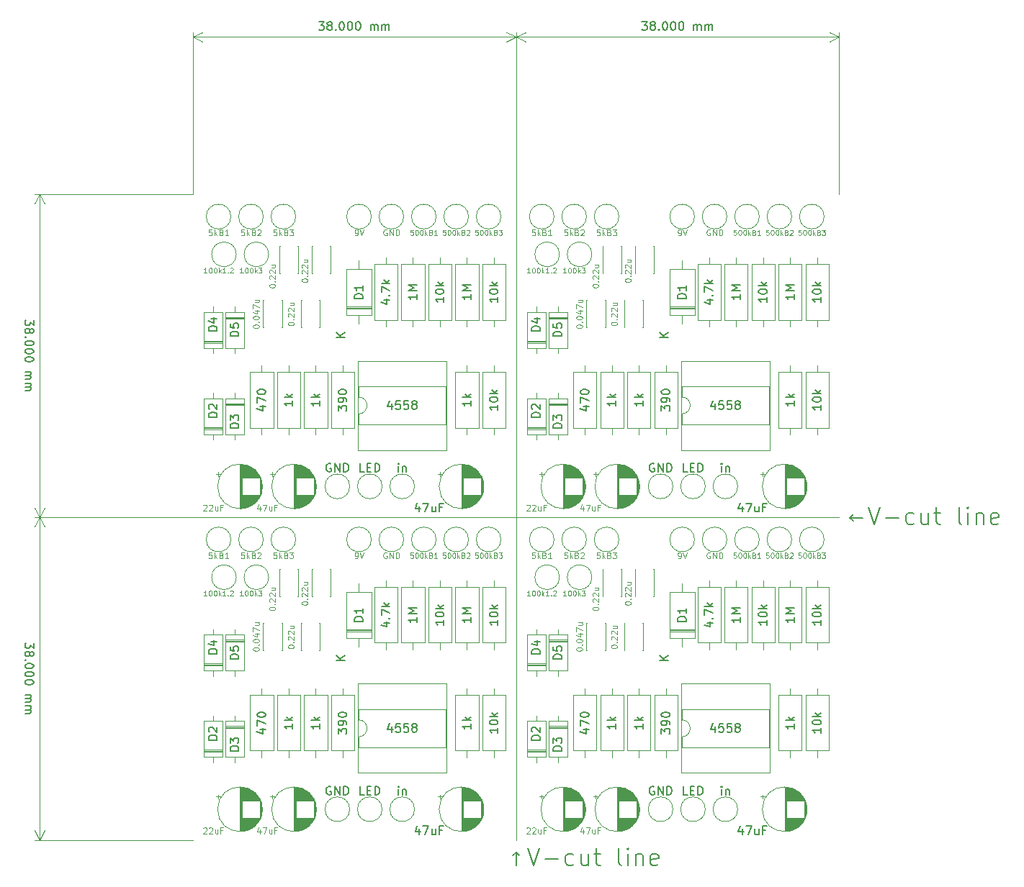
<source format=gbr>
G04 #@! TF.GenerationSoftware,KiCad,Pcbnew,(5.1.2-1)-1*
G04 #@! TF.CreationDate,2019-11-28T20:59:21+09:00*
G04 #@! TF.ProjectId,Eternity_V-cut,45746572-6e69-4747-995f-562d6375742e,rev?*
G04 #@! TF.SameCoordinates,Original*
G04 #@! TF.FileFunction,Legend,Top*
G04 #@! TF.FilePolarity,Positive*
%FSLAX46Y46*%
G04 Gerber Fmt 4.6, Leading zero omitted, Abs format (unit mm)*
G04 Created by KiCad (PCBNEW (5.1.2-1)-1) date 2019-11-28 20:59:21*
%MOMM*%
%LPD*%
G04 APERTURE LIST*
%ADD10C,0.150000*%
%ADD11C,0.120000*%
%ADD12C,0.100000*%
G04 APERTURE END LIST*
D10*
X164640523Y-109743857D02*
X163116714Y-109743857D01*
X163497666Y-110124809D02*
X163116714Y-109743857D01*
X163497666Y-109362904D01*
X165307190Y-108505761D02*
X165973857Y-110505761D01*
X166640523Y-108505761D01*
X167307190Y-109743857D02*
X168831000Y-109743857D01*
X170640523Y-110410523D02*
X170450047Y-110505761D01*
X170069095Y-110505761D01*
X169878619Y-110410523D01*
X169783380Y-110315285D01*
X169688142Y-110124809D01*
X169688142Y-109553380D01*
X169783380Y-109362904D01*
X169878619Y-109267666D01*
X170069095Y-109172428D01*
X170450047Y-109172428D01*
X170640523Y-109267666D01*
X172354809Y-109172428D02*
X172354809Y-110505761D01*
X171497666Y-109172428D02*
X171497666Y-110220047D01*
X171592904Y-110410523D01*
X171783380Y-110505761D01*
X172069095Y-110505761D01*
X172259571Y-110410523D01*
X172354809Y-110315285D01*
X173021476Y-109172428D02*
X173783380Y-109172428D01*
X173307190Y-108505761D02*
X173307190Y-110220047D01*
X173402428Y-110410523D01*
X173592904Y-110505761D01*
X173783380Y-110505761D01*
X176259571Y-110505761D02*
X176069095Y-110410523D01*
X175973857Y-110220047D01*
X175973857Y-108505761D01*
X177021476Y-110505761D02*
X177021476Y-109172428D01*
X177021476Y-108505761D02*
X176926238Y-108601000D01*
X177021476Y-108696238D01*
X177116714Y-108601000D01*
X177021476Y-108505761D01*
X177021476Y-108696238D01*
X177973857Y-109172428D02*
X177973857Y-110505761D01*
X177973857Y-109362904D02*
X178069095Y-109267666D01*
X178259571Y-109172428D01*
X178545285Y-109172428D01*
X178735761Y-109267666D01*
X178831000Y-109458142D01*
X178831000Y-110505761D01*
X180545285Y-110410523D02*
X180354809Y-110505761D01*
X179973857Y-110505761D01*
X179783380Y-110410523D01*
X179688142Y-110220047D01*
X179688142Y-109458142D01*
X179783380Y-109267666D01*
X179973857Y-109172428D01*
X180354809Y-109172428D01*
X180545285Y-109267666D01*
X180640523Y-109458142D01*
X180640523Y-109648619D01*
X179688142Y-109839095D01*
X123873619Y-150637761D02*
X123873619Y-149113952D01*
X123492666Y-149494904D02*
X123873619Y-149113952D01*
X124254571Y-149494904D01*
X125302190Y-148637761D02*
X125968857Y-150637761D01*
X126635523Y-148637761D01*
X127302190Y-149875857D02*
X128826000Y-149875857D01*
X130635523Y-150542523D02*
X130445047Y-150637761D01*
X130064095Y-150637761D01*
X129873619Y-150542523D01*
X129778380Y-150447285D01*
X129683142Y-150256809D01*
X129683142Y-149685380D01*
X129778380Y-149494904D01*
X129873619Y-149399666D01*
X130064095Y-149304428D01*
X130445047Y-149304428D01*
X130635523Y-149399666D01*
X132349809Y-149304428D02*
X132349809Y-150637761D01*
X131492666Y-149304428D02*
X131492666Y-150352047D01*
X131587904Y-150542523D01*
X131778380Y-150637761D01*
X132064095Y-150637761D01*
X132254571Y-150542523D01*
X132349809Y-150447285D01*
X133016476Y-149304428D02*
X133778380Y-149304428D01*
X133302190Y-148637761D02*
X133302190Y-150352047D01*
X133397428Y-150542523D01*
X133587904Y-150637761D01*
X133778380Y-150637761D01*
X136254571Y-150637761D02*
X136064095Y-150542523D01*
X135968857Y-150352047D01*
X135968857Y-148637761D01*
X137016476Y-150637761D02*
X137016476Y-149304428D01*
X137016476Y-148637761D02*
X136921238Y-148733000D01*
X137016476Y-148828238D01*
X137111714Y-148733000D01*
X137016476Y-148637761D01*
X137016476Y-148828238D01*
X137968857Y-149304428D02*
X137968857Y-150637761D01*
X137968857Y-149494904D02*
X138064095Y-149399666D01*
X138254571Y-149304428D01*
X138540285Y-149304428D01*
X138730761Y-149399666D01*
X138826000Y-149590142D01*
X138826000Y-150637761D01*
X140540285Y-150542523D02*
X140349809Y-150637761D01*
X139968857Y-150637761D01*
X139778380Y-150542523D01*
X139683142Y-150352047D01*
X139683142Y-149590142D01*
X139778380Y-149399666D01*
X139968857Y-149304428D01*
X140349809Y-149304428D01*
X140540285Y-149399666D01*
X140635523Y-149590142D01*
X140635523Y-149780619D01*
X139683142Y-149971095D01*
D11*
X161870000Y-109665000D02*
X85870000Y-109665000D01*
X123870000Y-71665000D02*
X123870000Y-147665000D01*
D10*
X138679523Y-51347380D02*
X139298571Y-51347380D01*
X138965238Y-51728333D01*
X139108095Y-51728333D01*
X139203333Y-51775952D01*
X139250952Y-51823571D01*
X139298571Y-51918809D01*
X139298571Y-52156904D01*
X139250952Y-52252142D01*
X139203333Y-52299761D01*
X139108095Y-52347380D01*
X138822380Y-52347380D01*
X138727142Y-52299761D01*
X138679523Y-52252142D01*
X139870000Y-51775952D02*
X139774761Y-51728333D01*
X139727142Y-51680714D01*
X139679523Y-51585476D01*
X139679523Y-51537857D01*
X139727142Y-51442619D01*
X139774761Y-51395000D01*
X139870000Y-51347380D01*
X140060476Y-51347380D01*
X140155714Y-51395000D01*
X140203333Y-51442619D01*
X140250952Y-51537857D01*
X140250952Y-51585476D01*
X140203333Y-51680714D01*
X140155714Y-51728333D01*
X140060476Y-51775952D01*
X139870000Y-51775952D01*
X139774761Y-51823571D01*
X139727142Y-51871190D01*
X139679523Y-51966428D01*
X139679523Y-52156904D01*
X139727142Y-52252142D01*
X139774761Y-52299761D01*
X139870000Y-52347380D01*
X140060476Y-52347380D01*
X140155714Y-52299761D01*
X140203333Y-52252142D01*
X140250952Y-52156904D01*
X140250952Y-51966428D01*
X140203333Y-51871190D01*
X140155714Y-51823571D01*
X140060476Y-51775952D01*
X140679523Y-52252142D02*
X140727142Y-52299761D01*
X140679523Y-52347380D01*
X140631904Y-52299761D01*
X140679523Y-52252142D01*
X140679523Y-52347380D01*
X141346190Y-51347380D02*
X141441428Y-51347380D01*
X141536666Y-51395000D01*
X141584285Y-51442619D01*
X141631904Y-51537857D01*
X141679523Y-51728333D01*
X141679523Y-51966428D01*
X141631904Y-52156904D01*
X141584285Y-52252142D01*
X141536666Y-52299761D01*
X141441428Y-52347380D01*
X141346190Y-52347380D01*
X141250952Y-52299761D01*
X141203333Y-52252142D01*
X141155714Y-52156904D01*
X141108095Y-51966428D01*
X141108095Y-51728333D01*
X141155714Y-51537857D01*
X141203333Y-51442619D01*
X141250952Y-51395000D01*
X141346190Y-51347380D01*
X142298571Y-51347380D02*
X142393809Y-51347380D01*
X142489047Y-51395000D01*
X142536666Y-51442619D01*
X142584285Y-51537857D01*
X142631904Y-51728333D01*
X142631904Y-51966428D01*
X142584285Y-52156904D01*
X142536666Y-52252142D01*
X142489047Y-52299761D01*
X142393809Y-52347380D01*
X142298571Y-52347380D01*
X142203333Y-52299761D01*
X142155714Y-52252142D01*
X142108095Y-52156904D01*
X142060476Y-51966428D01*
X142060476Y-51728333D01*
X142108095Y-51537857D01*
X142155714Y-51442619D01*
X142203333Y-51395000D01*
X142298571Y-51347380D01*
X143250952Y-51347380D02*
X143346190Y-51347380D01*
X143441428Y-51395000D01*
X143489047Y-51442619D01*
X143536666Y-51537857D01*
X143584285Y-51728333D01*
X143584285Y-51966428D01*
X143536666Y-52156904D01*
X143489047Y-52252142D01*
X143441428Y-52299761D01*
X143346190Y-52347380D01*
X143250952Y-52347380D01*
X143155714Y-52299761D01*
X143108095Y-52252142D01*
X143060476Y-52156904D01*
X143012857Y-51966428D01*
X143012857Y-51728333D01*
X143060476Y-51537857D01*
X143108095Y-51442619D01*
X143155714Y-51395000D01*
X143250952Y-51347380D01*
X144774761Y-52347380D02*
X144774761Y-51680714D01*
X144774761Y-51775952D02*
X144822380Y-51728333D01*
X144917619Y-51680714D01*
X145060476Y-51680714D01*
X145155714Y-51728333D01*
X145203333Y-51823571D01*
X145203333Y-52347380D01*
X145203333Y-51823571D02*
X145250952Y-51728333D01*
X145346190Y-51680714D01*
X145489047Y-51680714D01*
X145584285Y-51728333D01*
X145631904Y-51823571D01*
X145631904Y-52347380D01*
X146108095Y-52347380D02*
X146108095Y-51680714D01*
X146108095Y-51775952D02*
X146155714Y-51728333D01*
X146250952Y-51680714D01*
X146393809Y-51680714D01*
X146489047Y-51728333D01*
X146536666Y-51823571D01*
X146536666Y-52347380D01*
X146536666Y-51823571D02*
X146584285Y-51728333D01*
X146679523Y-51680714D01*
X146822380Y-51680714D01*
X146917619Y-51728333D01*
X146965238Y-51823571D01*
X146965238Y-52347380D01*
D11*
X123870000Y-53165000D02*
X161870000Y-53165000D01*
X123870000Y-71665000D02*
X123870000Y-52578579D01*
X161870000Y-71665000D02*
X161870000Y-52578579D01*
X161870000Y-53165000D02*
X160743496Y-53751421D01*
X161870000Y-53165000D02*
X160743496Y-52578579D01*
X123870000Y-53165000D02*
X124996504Y-53751421D01*
X123870000Y-53165000D02*
X124996504Y-52578579D01*
D10*
X67147619Y-124474523D02*
X67147619Y-125093571D01*
X66766666Y-124760238D01*
X66766666Y-124903095D01*
X66719047Y-124998333D01*
X66671428Y-125045952D01*
X66576190Y-125093571D01*
X66338095Y-125093571D01*
X66242857Y-125045952D01*
X66195238Y-124998333D01*
X66147619Y-124903095D01*
X66147619Y-124617380D01*
X66195238Y-124522142D01*
X66242857Y-124474523D01*
X66719047Y-125665000D02*
X66766666Y-125569761D01*
X66814285Y-125522142D01*
X66909523Y-125474523D01*
X66957142Y-125474523D01*
X67052380Y-125522142D01*
X67100000Y-125569761D01*
X67147619Y-125665000D01*
X67147619Y-125855476D01*
X67100000Y-125950714D01*
X67052380Y-125998333D01*
X66957142Y-126045952D01*
X66909523Y-126045952D01*
X66814285Y-125998333D01*
X66766666Y-125950714D01*
X66719047Y-125855476D01*
X66719047Y-125665000D01*
X66671428Y-125569761D01*
X66623809Y-125522142D01*
X66528571Y-125474523D01*
X66338095Y-125474523D01*
X66242857Y-125522142D01*
X66195238Y-125569761D01*
X66147619Y-125665000D01*
X66147619Y-125855476D01*
X66195238Y-125950714D01*
X66242857Y-125998333D01*
X66338095Y-126045952D01*
X66528571Y-126045952D01*
X66623809Y-125998333D01*
X66671428Y-125950714D01*
X66719047Y-125855476D01*
X66242857Y-126474523D02*
X66195238Y-126522142D01*
X66147619Y-126474523D01*
X66195238Y-126426904D01*
X66242857Y-126474523D01*
X66147619Y-126474523D01*
X67147619Y-127141190D02*
X67147619Y-127236428D01*
X67100000Y-127331666D01*
X67052380Y-127379285D01*
X66957142Y-127426904D01*
X66766666Y-127474523D01*
X66528571Y-127474523D01*
X66338095Y-127426904D01*
X66242857Y-127379285D01*
X66195238Y-127331666D01*
X66147619Y-127236428D01*
X66147619Y-127141190D01*
X66195238Y-127045952D01*
X66242857Y-126998333D01*
X66338095Y-126950714D01*
X66528571Y-126903095D01*
X66766666Y-126903095D01*
X66957142Y-126950714D01*
X67052380Y-126998333D01*
X67100000Y-127045952D01*
X67147619Y-127141190D01*
X67147619Y-128093571D02*
X67147619Y-128188809D01*
X67100000Y-128284047D01*
X67052380Y-128331666D01*
X66957142Y-128379285D01*
X66766666Y-128426904D01*
X66528571Y-128426904D01*
X66338095Y-128379285D01*
X66242857Y-128331666D01*
X66195238Y-128284047D01*
X66147619Y-128188809D01*
X66147619Y-128093571D01*
X66195238Y-127998333D01*
X66242857Y-127950714D01*
X66338095Y-127903095D01*
X66528571Y-127855476D01*
X66766666Y-127855476D01*
X66957142Y-127903095D01*
X67052380Y-127950714D01*
X67100000Y-127998333D01*
X67147619Y-128093571D01*
X67147619Y-129045952D02*
X67147619Y-129141190D01*
X67100000Y-129236428D01*
X67052380Y-129284047D01*
X66957142Y-129331666D01*
X66766666Y-129379285D01*
X66528571Y-129379285D01*
X66338095Y-129331666D01*
X66242857Y-129284047D01*
X66195238Y-129236428D01*
X66147619Y-129141190D01*
X66147619Y-129045952D01*
X66195238Y-128950714D01*
X66242857Y-128903095D01*
X66338095Y-128855476D01*
X66528571Y-128807857D01*
X66766666Y-128807857D01*
X66957142Y-128855476D01*
X67052380Y-128903095D01*
X67100000Y-128950714D01*
X67147619Y-129045952D01*
X66147619Y-130569761D02*
X66814285Y-130569761D01*
X66719047Y-130569761D02*
X66766666Y-130617380D01*
X66814285Y-130712619D01*
X66814285Y-130855476D01*
X66766666Y-130950714D01*
X66671428Y-130998333D01*
X66147619Y-130998333D01*
X66671428Y-130998333D02*
X66766666Y-131045952D01*
X66814285Y-131141190D01*
X66814285Y-131284047D01*
X66766666Y-131379285D01*
X66671428Y-131426904D01*
X66147619Y-131426904D01*
X66147619Y-131903095D02*
X66814285Y-131903095D01*
X66719047Y-131903095D02*
X66766666Y-131950714D01*
X66814285Y-132045952D01*
X66814285Y-132188809D01*
X66766666Y-132284047D01*
X66671428Y-132331666D01*
X66147619Y-132331666D01*
X66671428Y-132331666D02*
X66766666Y-132379285D01*
X66814285Y-132474523D01*
X66814285Y-132617380D01*
X66766666Y-132712619D01*
X66671428Y-132760238D01*
X66147619Y-132760238D01*
D11*
X67870000Y-109665000D02*
X67870000Y-147665000D01*
X85870000Y-109665000D02*
X67283579Y-109665000D01*
X85870000Y-147665000D02*
X67283579Y-147665000D01*
X67870000Y-147665000D02*
X67283579Y-146538496D01*
X67870000Y-147665000D02*
X68456421Y-146538496D01*
X67870000Y-109665000D02*
X67283579Y-110791504D01*
X67870000Y-109665000D02*
X68456421Y-110791504D01*
D10*
X67147619Y-86474523D02*
X67147619Y-87093571D01*
X66766666Y-86760238D01*
X66766666Y-86903095D01*
X66719047Y-86998333D01*
X66671428Y-87045952D01*
X66576190Y-87093571D01*
X66338095Y-87093571D01*
X66242857Y-87045952D01*
X66195238Y-86998333D01*
X66147619Y-86903095D01*
X66147619Y-86617380D01*
X66195238Y-86522142D01*
X66242857Y-86474523D01*
X66719047Y-87665000D02*
X66766666Y-87569761D01*
X66814285Y-87522142D01*
X66909523Y-87474523D01*
X66957142Y-87474523D01*
X67052380Y-87522142D01*
X67100000Y-87569761D01*
X67147619Y-87665000D01*
X67147619Y-87855476D01*
X67100000Y-87950714D01*
X67052380Y-87998333D01*
X66957142Y-88045952D01*
X66909523Y-88045952D01*
X66814285Y-87998333D01*
X66766666Y-87950714D01*
X66719047Y-87855476D01*
X66719047Y-87665000D01*
X66671428Y-87569761D01*
X66623809Y-87522142D01*
X66528571Y-87474523D01*
X66338095Y-87474523D01*
X66242857Y-87522142D01*
X66195238Y-87569761D01*
X66147619Y-87665000D01*
X66147619Y-87855476D01*
X66195238Y-87950714D01*
X66242857Y-87998333D01*
X66338095Y-88045952D01*
X66528571Y-88045952D01*
X66623809Y-87998333D01*
X66671428Y-87950714D01*
X66719047Y-87855476D01*
X66242857Y-88474523D02*
X66195238Y-88522142D01*
X66147619Y-88474523D01*
X66195238Y-88426904D01*
X66242857Y-88474523D01*
X66147619Y-88474523D01*
X67147619Y-89141190D02*
X67147619Y-89236428D01*
X67100000Y-89331666D01*
X67052380Y-89379285D01*
X66957142Y-89426904D01*
X66766666Y-89474523D01*
X66528571Y-89474523D01*
X66338095Y-89426904D01*
X66242857Y-89379285D01*
X66195238Y-89331666D01*
X66147619Y-89236428D01*
X66147619Y-89141190D01*
X66195238Y-89045952D01*
X66242857Y-88998333D01*
X66338095Y-88950714D01*
X66528571Y-88903095D01*
X66766666Y-88903095D01*
X66957142Y-88950714D01*
X67052380Y-88998333D01*
X67100000Y-89045952D01*
X67147619Y-89141190D01*
X67147619Y-90093571D02*
X67147619Y-90188809D01*
X67100000Y-90284047D01*
X67052380Y-90331666D01*
X66957142Y-90379285D01*
X66766666Y-90426904D01*
X66528571Y-90426904D01*
X66338095Y-90379285D01*
X66242857Y-90331666D01*
X66195238Y-90284047D01*
X66147619Y-90188809D01*
X66147619Y-90093571D01*
X66195238Y-89998333D01*
X66242857Y-89950714D01*
X66338095Y-89903095D01*
X66528571Y-89855476D01*
X66766666Y-89855476D01*
X66957142Y-89903095D01*
X67052380Y-89950714D01*
X67100000Y-89998333D01*
X67147619Y-90093571D01*
X67147619Y-91045952D02*
X67147619Y-91141190D01*
X67100000Y-91236428D01*
X67052380Y-91284047D01*
X66957142Y-91331666D01*
X66766666Y-91379285D01*
X66528571Y-91379285D01*
X66338095Y-91331666D01*
X66242857Y-91284047D01*
X66195238Y-91236428D01*
X66147619Y-91141190D01*
X66147619Y-91045952D01*
X66195238Y-90950714D01*
X66242857Y-90903095D01*
X66338095Y-90855476D01*
X66528571Y-90807857D01*
X66766666Y-90807857D01*
X66957142Y-90855476D01*
X67052380Y-90903095D01*
X67100000Y-90950714D01*
X67147619Y-91045952D01*
X66147619Y-92569761D02*
X66814285Y-92569761D01*
X66719047Y-92569761D02*
X66766666Y-92617380D01*
X66814285Y-92712619D01*
X66814285Y-92855476D01*
X66766666Y-92950714D01*
X66671428Y-92998333D01*
X66147619Y-92998333D01*
X66671428Y-92998333D02*
X66766666Y-93045952D01*
X66814285Y-93141190D01*
X66814285Y-93284047D01*
X66766666Y-93379285D01*
X66671428Y-93426904D01*
X66147619Y-93426904D01*
X66147619Y-93903095D02*
X66814285Y-93903095D01*
X66719047Y-93903095D02*
X66766666Y-93950714D01*
X66814285Y-94045952D01*
X66814285Y-94188809D01*
X66766666Y-94284047D01*
X66671428Y-94331666D01*
X66147619Y-94331666D01*
X66671428Y-94331666D02*
X66766666Y-94379285D01*
X66814285Y-94474523D01*
X66814285Y-94617380D01*
X66766666Y-94712619D01*
X66671428Y-94760238D01*
X66147619Y-94760238D01*
D11*
X67870000Y-71665000D02*
X67870000Y-109665000D01*
X85870000Y-71665000D02*
X67283579Y-71665000D01*
X85870000Y-109665000D02*
X67283579Y-109665000D01*
X67870000Y-109665000D02*
X67283579Y-108538496D01*
X67870000Y-109665000D02*
X68456421Y-108538496D01*
X67870000Y-71665000D02*
X67283579Y-72791504D01*
X67870000Y-71665000D02*
X68456421Y-72791504D01*
D10*
X100679523Y-51347380D02*
X101298571Y-51347380D01*
X100965238Y-51728333D01*
X101108095Y-51728333D01*
X101203333Y-51775952D01*
X101250952Y-51823571D01*
X101298571Y-51918809D01*
X101298571Y-52156904D01*
X101250952Y-52252142D01*
X101203333Y-52299761D01*
X101108095Y-52347380D01*
X100822380Y-52347380D01*
X100727142Y-52299761D01*
X100679523Y-52252142D01*
X101870000Y-51775952D02*
X101774761Y-51728333D01*
X101727142Y-51680714D01*
X101679523Y-51585476D01*
X101679523Y-51537857D01*
X101727142Y-51442619D01*
X101774761Y-51395000D01*
X101870000Y-51347380D01*
X102060476Y-51347380D01*
X102155714Y-51395000D01*
X102203333Y-51442619D01*
X102250952Y-51537857D01*
X102250952Y-51585476D01*
X102203333Y-51680714D01*
X102155714Y-51728333D01*
X102060476Y-51775952D01*
X101870000Y-51775952D01*
X101774761Y-51823571D01*
X101727142Y-51871190D01*
X101679523Y-51966428D01*
X101679523Y-52156904D01*
X101727142Y-52252142D01*
X101774761Y-52299761D01*
X101870000Y-52347380D01*
X102060476Y-52347380D01*
X102155714Y-52299761D01*
X102203333Y-52252142D01*
X102250952Y-52156904D01*
X102250952Y-51966428D01*
X102203333Y-51871190D01*
X102155714Y-51823571D01*
X102060476Y-51775952D01*
X102679523Y-52252142D02*
X102727142Y-52299761D01*
X102679523Y-52347380D01*
X102631904Y-52299761D01*
X102679523Y-52252142D01*
X102679523Y-52347380D01*
X103346190Y-51347380D02*
X103441428Y-51347380D01*
X103536666Y-51395000D01*
X103584285Y-51442619D01*
X103631904Y-51537857D01*
X103679523Y-51728333D01*
X103679523Y-51966428D01*
X103631904Y-52156904D01*
X103584285Y-52252142D01*
X103536666Y-52299761D01*
X103441428Y-52347380D01*
X103346190Y-52347380D01*
X103250952Y-52299761D01*
X103203333Y-52252142D01*
X103155714Y-52156904D01*
X103108095Y-51966428D01*
X103108095Y-51728333D01*
X103155714Y-51537857D01*
X103203333Y-51442619D01*
X103250952Y-51395000D01*
X103346190Y-51347380D01*
X104298571Y-51347380D02*
X104393809Y-51347380D01*
X104489047Y-51395000D01*
X104536666Y-51442619D01*
X104584285Y-51537857D01*
X104631904Y-51728333D01*
X104631904Y-51966428D01*
X104584285Y-52156904D01*
X104536666Y-52252142D01*
X104489047Y-52299761D01*
X104393809Y-52347380D01*
X104298571Y-52347380D01*
X104203333Y-52299761D01*
X104155714Y-52252142D01*
X104108095Y-52156904D01*
X104060476Y-51966428D01*
X104060476Y-51728333D01*
X104108095Y-51537857D01*
X104155714Y-51442619D01*
X104203333Y-51395000D01*
X104298571Y-51347380D01*
X105250952Y-51347380D02*
X105346190Y-51347380D01*
X105441428Y-51395000D01*
X105489047Y-51442619D01*
X105536666Y-51537857D01*
X105584285Y-51728333D01*
X105584285Y-51966428D01*
X105536666Y-52156904D01*
X105489047Y-52252142D01*
X105441428Y-52299761D01*
X105346190Y-52347380D01*
X105250952Y-52347380D01*
X105155714Y-52299761D01*
X105108095Y-52252142D01*
X105060476Y-52156904D01*
X105012857Y-51966428D01*
X105012857Y-51728333D01*
X105060476Y-51537857D01*
X105108095Y-51442619D01*
X105155714Y-51395000D01*
X105250952Y-51347380D01*
X106774761Y-52347380D02*
X106774761Y-51680714D01*
X106774761Y-51775952D02*
X106822380Y-51728333D01*
X106917619Y-51680714D01*
X107060476Y-51680714D01*
X107155714Y-51728333D01*
X107203333Y-51823571D01*
X107203333Y-52347380D01*
X107203333Y-51823571D02*
X107250952Y-51728333D01*
X107346190Y-51680714D01*
X107489047Y-51680714D01*
X107584285Y-51728333D01*
X107631904Y-51823571D01*
X107631904Y-52347380D01*
X108108095Y-52347380D02*
X108108095Y-51680714D01*
X108108095Y-51775952D02*
X108155714Y-51728333D01*
X108250952Y-51680714D01*
X108393809Y-51680714D01*
X108489047Y-51728333D01*
X108536666Y-51823571D01*
X108536666Y-52347380D01*
X108536666Y-51823571D02*
X108584285Y-51728333D01*
X108679523Y-51680714D01*
X108822380Y-51680714D01*
X108917619Y-51728333D01*
X108965238Y-51823571D01*
X108965238Y-52347380D01*
D11*
X85870000Y-53165000D02*
X123870000Y-53165000D01*
X85870000Y-71665000D02*
X85870000Y-52578579D01*
X123870000Y-71665000D02*
X123870000Y-52578579D01*
X123870000Y-53165000D02*
X122743496Y-53751421D01*
X123870000Y-53165000D02*
X122743496Y-52578579D01*
X85870000Y-53165000D02*
X86996504Y-53751421D01*
X85870000Y-53165000D02*
X86996504Y-52578579D01*
X136525000Y-130615000D02*
X133785000Y-130615000D01*
X133785000Y-130615000D02*
X133785000Y-137155000D01*
X133785000Y-137155000D02*
X136525000Y-137155000D01*
X136525000Y-137155000D02*
X136525000Y-130615000D01*
X135155000Y-129845000D02*
X135155000Y-130615000D01*
X135155000Y-137925000D02*
X135155000Y-137155000D01*
X98525000Y-130615000D02*
X95785000Y-130615000D01*
X95785000Y-130615000D02*
X95785000Y-137155000D01*
X95785000Y-137155000D02*
X98525000Y-137155000D01*
X98525000Y-137155000D02*
X98525000Y-130615000D01*
X97155000Y-129845000D02*
X97155000Y-130615000D01*
X97155000Y-137925000D02*
X97155000Y-137155000D01*
X136525000Y-92615000D02*
X133785000Y-92615000D01*
X133785000Y-92615000D02*
X133785000Y-99155000D01*
X133785000Y-99155000D02*
X136525000Y-99155000D01*
X136525000Y-99155000D02*
X136525000Y-92615000D01*
X135155000Y-91845000D02*
X135155000Y-92615000D01*
X135155000Y-99925000D02*
X135155000Y-99155000D01*
X156110000Y-129845000D02*
X156110000Y-130615000D01*
X156110000Y-137925000D02*
X156110000Y-137155000D01*
X154740000Y-130615000D02*
X154740000Y-137155000D01*
X157480000Y-130615000D02*
X154740000Y-130615000D01*
X157480000Y-137155000D02*
X157480000Y-130615000D01*
X154740000Y-137155000D02*
X157480000Y-137155000D01*
X118110000Y-129845000D02*
X118110000Y-130615000D01*
X118110000Y-137925000D02*
X118110000Y-137155000D01*
X116740000Y-130615000D02*
X116740000Y-137155000D01*
X119480000Y-130615000D02*
X116740000Y-130615000D01*
X119480000Y-137155000D02*
X119480000Y-130615000D01*
X116740000Y-137155000D02*
X119480000Y-137155000D01*
X156110000Y-91845000D02*
X156110000Y-92615000D01*
X156110000Y-99925000D02*
X156110000Y-99155000D01*
X154740000Y-92615000D02*
X154740000Y-99155000D01*
X157480000Y-92615000D02*
X154740000Y-92615000D01*
X157480000Y-99155000D02*
X157480000Y-92615000D01*
X154740000Y-99155000D02*
X157480000Y-99155000D01*
X149760000Y-117145000D02*
X149760000Y-117915000D01*
X149760000Y-125225000D02*
X149760000Y-124455000D01*
X148390000Y-117915000D02*
X148390000Y-124455000D01*
X151130000Y-117915000D02*
X148390000Y-117915000D01*
X151130000Y-124455000D02*
X151130000Y-117915000D01*
X148390000Y-124455000D02*
X151130000Y-124455000D01*
X111760000Y-117145000D02*
X111760000Y-117915000D01*
X111760000Y-125225000D02*
X111760000Y-124455000D01*
X110390000Y-117915000D02*
X110390000Y-124455000D01*
X113130000Y-117915000D02*
X110390000Y-117915000D01*
X113130000Y-124455000D02*
X113130000Y-117915000D01*
X110390000Y-124455000D02*
X113130000Y-124455000D01*
X149760000Y-79145000D02*
X149760000Y-79915000D01*
X149760000Y-87225000D02*
X149760000Y-86455000D01*
X148390000Y-79915000D02*
X148390000Y-86455000D01*
X151130000Y-79915000D02*
X148390000Y-79915000D01*
X151130000Y-86455000D02*
X151130000Y-79915000D01*
X148390000Y-86455000D02*
X151130000Y-86455000D01*
X138330000Y-129845000D02*
X138330000Y-130615000D01*
X138330000Y-137925000D02*
X138330000Y-137155000D01*
X136960000Y-130615000D02*
X136960000Y-137155000D01*
X139700000Y-130615000D02*
X136960000Y-130615000D01*
X139700000Y-137155000D02*
X139700000Y-130615000D01*
X136960000Y-137155000D02*
X139700000Y-137155000D01*
X100330000Y-129845000D02*
X100330000Y-130615000D01*
X100330000Y-137925000D02*
X100330000Y-137155000D01*
X98960000Y-130615000D02*
X98960000Y-137155000D01*
X101700000Y-130615000D02*
X98960000Y-130615000D01*
X101700000Y-137155000D02*
X101700000Y-130615000D01*
X98960000Y-137155000D02*
X101700000Y-137155000D01*
X138330000Y-91845000D02*
X138330000Y-92615000D01*
X138330000Y-99925000D02*
X138330000Y-99155000D01*
X136960000Y-92615000D02*
X136960000Y-99155000D01*
X139700000Y-92615000D02*
X136960000Y-92615000D01*
X139700000Y-99155000D02*
X139700000Y-92615000D01*
X136960000Y-99155000D02*
X139700000Y-99155000D01*
X154740000Y-124455000D02*
X157480000Y-124455000D01*
X157480000Y-124455000D02*
X157480000Y-117915000D01*
X157480000Y-117915000D02*
X154740000Y-117915000D01*
X154740000Y-117915000D02*
X154740000Y-124455000D01*
X156110000Y-125225000D02*
X156110000Y-124455000D01*
X156110000Y-117145000D02*
X156110000Y-117915000D01*
X116740000Y-124455000D02*
X119480000Y-124455000D01*
X119480000Y-124455000D02*
X119480000Y-117915000D01*
X119480000Y-117915000D02*
X116740000Y-117915000D01*
X116740000Y-117915000D02*
X116740000Y-124455000D01*
X118110000Y-125225000D02*
X118110000Y-124455000D01*
X118110000Y-117145000D02*
X118110000Y-117915000D01*
X154740000Y-86455000D02*
X157480000Y-86455000D01*
X157480000Y-86455000D02*
X157480000Y-79915000D01*
X157480000Y-79915000D02*
X154740000Y-79915000D01*
X154740000Y-79915000D02*
X154740000Y-86455000D01*
X156110000Y-87225000D02*
X156110000Y-86455000D01*
X156110000Y-79145000D02*
X156110000Y-79915000D01*
X159285000Y-129845000D02*
X159285000Y-130615000D01*
X159285000Y-137925000D02*
X159285000Y-137155000D01*
X157915000Y-130615000D02*
X157915000Y-137155000D01*
X160655000Y-130615000D02*
X157915000Y-130615000D01*
X160655000Y-137155000D02*
X160655000Y-130615000D01*
X157915000Y-137155000D02*
X160655000Y-137155000D01*
X121285000Y-129845000D02*
X121285000Y-130615000D01*
X121285000Y-137925000D02*
X121285000Y-137155000D01*
X119915000Y-130615000D02*
X119915000Y-137155000D01*
X122655000Y-130615000D02*
X119915000Y-130615000D01*
X122655000Y-137155000D02*
X122655000Y-130615000D01*
X119915000Y-137155000D02*
X122655000Y-137155000D01*
X159285000Y-91845000D02*
X159285000Y-92615000D01*
X159285000Y-99925000D02*
X159285000Y-99155000D01*
X157915000Y-92615000D02*
X157915000Y-99155000D01*
X160655000Y-92615000D02*
X157915000Y-92615000D01*
X160655000Y-99155000D02*
X160655000Y-92615000D01*
X157915000Y-99155000D02*
X160655000Y-99155000D01*
X157915000Y-124455000D02*
X160655000Y-124455000D01*
X160655000Y-124455000D02*
X160655000Y-117915000D01*
X160655000Y-117915000D02*
X157915000Y-117915000D01*
X157915000Y-117915000D02*
X157915000Y-124455000D01*
X159285000Y-125225000D02*
X159285000Y-124455000D01*
X159285000Y-117145000D02*
X159285000Y-117915000D01*
X119915000Y-124455000D02*
X122655000Y-124455000D01*
X122655000Y-124455000D02*
X122655000Y-117915000D01*
X122655000Y-117915000D02*
X119915000Y-117915000D01*
X119915000Y-117915000D02*
X119915000Y-124455000D01*
X121285000Y-125225000D02*
X121285000Y-124455000D01*
X121285000Y-117145000D02*
X121285000Y-117915000D01*
X157915000Y-86455000D02*
X160655000Y-86455000D01*
X160655000Y-86455000D02*
X160655000Y-79915000D01*
X160655000Y-79915000D02*
X157915000Y-79915000D01*
X157915000Y-79915000D02*
X157915000Y-86455000D01*
X159285000Y-87225000D02*
X159285000Y-86455000D01*
X159285000Y-79145000D02*
X159285000Y-79915000D01*
X141505000Y-129845000D02*
X141505000Y-130615000D01*
X141505000Y-137925000D02*
X141505000Y-137155000D01*
X140135000Y-130615000D02*
X140135000Y-137155000D01*
X142875000Y-130615000D02*
X140135000Y-130615000D01*
X142875000Y-137155000D02*
X142875000Y-130615000D01*
X140135000Y-137155000D02*
X142875000Y-137155000D01*
X103505000Y-129845000D02*
X103505000Y-130615000D01*
X103505000Y-137925000D02*
X103505000Y-137155000D01*
X102135000Y-130615000D02*
X102135000Y-137155000D01*
X104875000Y-130615000D02*
X102135000Y-130615000D01*
X104875000Y-137155000D02*
X104875000Y-130615000D01*
X102135000Y-137155000D02*
X104875000Y-137155000D01*
X141505000Y-91845000D02*
X141505000Y-92615000D01*
X141505000Y-99925000D02*
X141505000Y-99155000D01*
X140135000Y-92615000D02*
X140135000Y-99155000D01*
X142875000Y-92615000D02*
X140135000Y-92615000D01*
X142875000Y-99155000D02*
X142875000Y-92615000D01*
X140135000Y-99155000D02*
X142875000Y-99155000D01*
X125145000Y-127150000D02*
X127385000Y-127150000D01*
X125145000Y-126910000D02*
X127385000Y-126910000D01*
X125145000Y-127030000D02*
X127385000Y-127030000D01*
X126265000Y-122860000D02*
X126265000Y-123510000D01*
X126265000Y-128400000D02*
X126265000Y-127750000D01*
X125145000Y-123510000D02*
X125145000Y-127750000D01*
X127385000Y-123510000D02*
X125145000Y-123510000D01*
X127385000Y-127750000D02*
X127385000Y-123510000D01*
X125145000Y-127750000D02*
X127385000Y-127750000D01*
X87145000Y-127150000D02*
X89385000Y-127150000D01*
X87145000Y-126910000D02*
X89385000Y-126910000D01*
X87145000Y-127030000D02*
X89385000Y-127030000D01*
X88265000Y-122860000D02*
X88265000Y-123510000D01*
X88265000Y-128400000D02*
X88265000Y-127750000D01*
X87145000Y-123510000D02*
X87145000Y-127750000D01*
X89385000Y-123510000D02*
X87145000Y-123510000D01*
X89385000Y-127750000D02*
X89385000Y-123510000D01*
X87145000Y-127750000D02*
X89385000Y-127750000D01*
X125145000Y-89150000D02*
X127385000Y-89150000D01*
X125145000Y-88910000D02*
X127385000Y-88910000D01*
X125145000Y-89030000D02*
X127385000Y-89030000D01*
X126265000Y-84860000D02*
X126265000Y-85510000D01*
X126265000Y-90400000D02*
X126265000Y-89750000D01*
X125145000Y-85510000D02*
X125145000Y-89750000D01*
X127385000Y-85510000D02*
X125145000Y-85510000D01*
X127385000Y-89750000D02*
X127385000Y-85510000D01*
X125145000Y-89750000D02*
X127385000Y-89750000D01*
X129925000Y-133670000D02*
X127685000Y-133670000D01*
X127685000Y-133670000D02*
X127685000Y-137910000D01*
X127685000Y-137910000D02*
X129925000Y-137910000D01*
X129925000Y-137910000D02*
X129925000Y-133670000D01*
X128805000Y-133020000D02*
X128805000Y-133670000D01*
X128805000Y-138560000D02*
X128805000Y-137910000D01*
X129925000Y-134390000D02*
X127685000Y-134390000D01*
X129925000Y-134510000D02*
X127685000Y-134510000D01*
X129925000Y-134270000D02*
X127685000Y-134270000D01*
X91925000Y-133670000D02*
X89685000Y-133670000D01*
X89685000Y-133670000D02*
X89685000Y-137910000D01*
X89685000Y-137910000D02*
X91925000Y-137910000D01*
X91925000Y-137910000D02*
X91925000Y-133670000D01*
X90805000Y-133020000D02*
X90805000Y-133670000D01*
X90805000Y-138560000D02*
X90805000Y-137910000D01*
X91925000Y-134390000D02*
X89685000Y-134390000D01*
X91925000Y-134510000D02*
X89685000Y-134510000D01*
X91925000Y-134270000D02*
X89685000Y-134270000D01*
X129925000Y-95670000D02*
X127685000Y-95670000D01*
X127685000Y-95670000D02*
X127685000Y-99910000D01*
X127685000Y-99910000D02*
X129925000Y-99910000D01*
X129925000Y-99910000D02*
X129925000Y-95670000D01*
X128805000Y-95020000D02*
X128805000Y-95670000D01*
X128805000Y-100560000D02*
X128805000Y-99910000D01*
X129925000Y-96390000D02*
X127685000Y-96390000D01*
X129925000Y-96510000D02*
X127685000Y-96510000D01*
X129925000Y-96270000D02*
X127685000Y-96270000D01*
X141940000Y-123125000D02*
X144880000Y-123125000D01*
X141940000Y-122885000D02*
X144880000Y-122885000D01*
X141940000Y-123005000D02*
X144880000Y-123005000D01*
X143410000Y-117445000D02*
X143410000Y-118465000D01*
X143410000Y-124925000D02*
X143410000Y-123905000D01*
X141940000Y-118465000D02*
X141940000Y-123905000D01*
X144880000Y-118465000D02*
X141940000Y-118465000D01*
X144880000Y-123905000D02*
X144880000Y-118465000D01*
X141940000Y-123905000D02*
X144880000Y-123905000D01*
X103940000Y-123125000D02*
X106880000Y-123125000D01*
X103940000Y-122885000D02*
X106880000Y-122885000D01*
X103940000Y-123005000D02*
X106880000Y-123005000D01*
X105410000Y-117445000D02*
X105410000Y-118465000D01*
X105410000Y-124925000D02*
X105410000Y-123905000D01*
X103940000Y-118465000D02*
X103940000Y-123905000D01*
X106880000Y-118465000D02*
X103940000Y-118465000D01*
X106880000Y-123905000D02*
X106880000Y-118465000D01*
X103940000Y-123905000D02*
X106880000Y-123905000D01*
X141940000Y-85125000D02*
X144880000Y-85125000D01*
X141940000Y-84885000D02*
X144880000Y-84885000D01*
X141940000Y-85005000D02*
X144880000Y-85005000D01*
X143410000Y-79445000D02*
X143410000Y-80465000D01*
X143410000Y-86925000D02*
X143410000Y-85905000D01*
X141940000Y-80465000D02*
X141940000Y-85905000D01*
X144880000Y-80465000D02*
X141940000Y-80465000D01*
X144880000Y-85905000D02*
X144880000Y-80465000D01*
X141940000Y-85905000D02*
X144880000Y-85905000D01*
X140020000Y-115775000D02*
X140085000Y-115775000D01*
X137845000Y-115775000D02*
X137910000Y-115775000D01*
X140020000Y-119015000D02*
X140085000Y-119015000D01*
X137845000Y-119015000D02*
X137910000Y-119015000D01*
X140085000Y-119015000D02*
X140085000Y-115775000D01*
X137845000Y-119015000D02*
X137845000Y-115775000D01*
X102020000Y-115775000D02*
X102085000Y-115775000D01*
X99845000Y-115775000D02*
X99910000Y-115775000D01*
X102020000Y-119015000D02*
X102085000Y-119015000D01*
X99845000Y-119015000D02*
X99910000Y-119015000D01*
X102085000Y-119015000D02*
X102085000Y-115775000D01*
X99845000Y-119015000D02*
X99845000Y-115775000D01*
X140020000Y-77775000D02*
X140085000Y-77775000D01*
X137845000Y-77775000D02*
X137910000Y-77775000D01*
X140020000Y-81015000D02*
X140085000Y-81015000D01*
X137845000Y-81015000D02*
X137910000Y-81015000D01*
X140085000Y-81015000D02*
X140085000Y-77775000D01*
X137845000Y-81015000D02*
X137845000Y-77775000D01*
X134305000Y-122125000D02*
X134370000Y-122125000D01*
X132130000Y-122125000D02*
X132195000Y-122125000D01*
X134305000Y-125365000D02*
X134370000Y-125365000D01*
X132130000Y-125365000D02*
X132195000Y-125365000D01*
X134370000Y-125365000D02*
X134370000Y-122125000D01*
X132130000Y-125365000D02*
X132130000Y-122125000D01*
X96305000Y-122125000D02*
X96370000Y-122125000D01*
X94130000Y-122125000D02*
X94195000Y-122125000D01*
X96305000Y-125365000D02*
X96370000Y-125365000D01*
X94130000Y-125365000D02*
X94195000Y-125365000D01*
X96370000Y-125365000D02*
X96370000Y-122125000D01*
X94130000Y-125365000D02*
X94130000Y-122125000D01*
X134305000Y-84125000D02*
X134370000Y-84125000D01*
X132130000Y-84125000D02*
X132195000Y-84125000D01*
X134305000Y-87365000D02*
X134370000Y-87365000D01*
X132130000Y-87365000D02*
X132195000Y-87365000D01*
X134370000Y-87365000D02*
X134370000Y-84125000D01*
X132130000Y-87365000D02*
X132130000Y-84125000D01*
X148670000Y-112295000D02*
G75*
G03X148670000Y-112295000I-1450000J0D01*
G01*
X110670000Y-112295000D02*
G75*
G03X110670000Y-112295000I-1450000J0D01*
G01*
X148670000Y-74295000D02*
G75*
G03X148670000Y-74295000I-1450000J0D01*
G01*
X142320000Y-144045000D02*
G75*
G03X142320000Y-144045000I-1450000J0D01*
G01*
X104320000Y-144045000D02*
G75*
G03X104320000Y-144045000I-1450000J0D01*
G01*
X142320000Y-106045000D02*
G75*
G03X142320000Y-106045000I-1450000J0D01*
G01*
X146130000Y-144045000D02*
G75*
G03X146130000Y-144045000I-1450000J0D01*
G01*
X108130000Y-144045000D02*
G75*
G03X108130000Y-144045000I-1450000J0D01*
G01*
X146130000Y-106045000D02*
G75*
G03X146130000Y-106045000I-1450000J0D01*
G01*
X160100000Y-112295000D02*
G75*
G03X160100000Y-112295000I-1450000J0D01*
G01*
X122100000Y-112295000D02*
G75*
G03X122100000Y-112295000I-1450000J0D01*
G01*
X160100000Y-74295000D02*
G75*
G03X160100000Y-74295000I-1450000J0D01*
G01*
X156290000Y-112295000D02*
G75*
G03X156290000Y-112295000I-1450000J0D01*
G01*
X118290000Y-112295000D02*
G75*
G03X118290000Y-112295000I-1450000J0D01*
G01*
X156290000Y-74295000D02*
G75*
G03X156290000Y-74295000I-1450000J0D01*
G01*
X152480000Y-112295000D02*
G75*
G03X152480000Y-112295000I-1450000J0D01*
G01*
X114480000Y-112295000D02*
G75*
G03X114480000Y-112295000I-1450000J0D01*
G01*
X152480000Y-74295000D02*
G75*
G03X152480000Y-74295000I-1450000J0D01*
G01*
X135970000Y-112295000D02*
G75*
G03X135970000Y-112295000I-1450000J0D01*
G01*
X97970000Y-112295000D02*
G75*
G03X97970000Y-112295000I-1450000J0D01*
G01*
X135970000Y-74295000D02*
G75*
G03X135970000Y-74295000I-1450000J0D01*
G01*
X132160000Y-112295000D02*
G75*
G03X132160000Y-112295000I-1450000J0D01*
G01*
X94160000Y-112295000D02*
G75*
G03X94160000Y-112295000I-1450000J0D01*
G01*
X132160000Y-74295000D02*
G75*
G03X132160000Y-74295000I-1450000J0D01*
G01*
X128350000Y-112295000D02*
G75*
G03X128350000Y-112295000I-1450000J0D01*
G01*
X90350000Y-112295000D02*
G75*
G03X90350000Y-112295000I-1450000J0D01*
G01*
X128350000Y-74295000D02*
G75*
G03X128350000Y-74295000I-1450000J0D01*
G01*
X132795000Y-116740000D02*
G75*
G03X132795000Y-116740000I-1450000J0D01*
G01*
X94795000Y-116740000D02*
G75*
G03X94795000Y-116740000I-1450000J0D01*
G01*
X132795000Y-78740000D02*
G75*
G03X132795000Y-78740000I-1450000J0D01*
G01*
X128985000Y-116740000D02*
G75*
G03X128985000Y-116740000I-1450000J0D01*
G01*
X90985000Y-116740000D02*
G75*
G03X90985000Y-116740000I-1450000J0D01*
G01*
X128985000Y-78740000D02*
G75*
G03X128985000Y-78740000I-1450000J0D01*
G01*
X149940000Y-144045000D02*
G75*
G03X149940000Y-144045000I-1450000J0D01*
G01*
X111940000Y-144045000D02*
G75*
G03X111940000Y-144045000I-1450000J0D01*
G01*
X149940000Y-106045000D02*
G75*
G03X149940000Y-106045000I-1450000J0D01*
G01*
X129925000Y-124110000D02*
X127685000Y-124110000D01*
X129925000Y-124350000D02*
X127685000Y-124350000D01*
X129925000Y-124230000D02*
X127685000Y-124230000D01*
X128805000Y-128400000D02*
X128805000Y-127750000D01*
X128805000Y-122860000D02*
X128805000Y-123510000D01*
X129925000Y-127750000D02*
X129925000Y-123510000D01*
X127685000Y-127750000D02*
X129925000Y-127750000D01*
X127685000Y-123510000D02*
X127685000Y-127750000D01*
X129925000Y-123510000D02*
X127685000Y-123510000D01*
X91925000Y-124110000D02*
X89685000Y-124110000D01*
X91925000Y-124350000D02*
X89685000Y-124350000D01*
X91925000Y-124230000D02*
X89685000Y-124230000D01*
X90805000Y-128400000D02*
X90805000Y-127750000D01*
X90805000Y-122860000D02*
X90805000Y-123510000D01*
X91925000Y-127750000D02*
X91925000Y-123510000D01*
X89685000Y-127750000D02*
X91925000Y-127750000D01*
X89685000Y-123510000D02*
X89685000Y-127750000D01*
X91925000Y-123510000D02*
X89685000Y-123510000D01*
X129925000Y-86110000D02*
X127685000Y-86110000D01*
X129925000Y-86350000D02*
X127685000Y-86350000D01*
X129925000Y-86230000D02*
X127685000Y-86230000D01*
X128805000Y-90400000D02*
X128805000Y-89750000D01*
X128805000Y-84860000D02*
X128805000Y-85510000D01*
X129925000Y-89750000D02*
X129925000Y-85510000D01*
X127685000Y-89750000D02*
X129925000Y-89750000D01*
X127685000Y-85510000D02*
X127685000Y-89750000D01*
X129925000Y-85510000D02*
X127685000Y-85510000D01*
X126865225Y-142320000D02*
X126865225Y-142820000D01*
X126615225Y-142570000D02*
X127115225Y-142570000D01*
X132021000Y-143761000D02*
X132021000Y-144329000D01*
X131981000Y-143527000D02*
X131981000Y-144563000D01*
X131941000Y-143368000D02*
X131941000Y-144722000D01*
X131901000Y-143240000D02*
X131901000Y-144850000D01*
X131861000Y-143130000D02*
X131861000Y-144960000D01*
X131821000Y-143034000D02*
X131821000Y-145056000D01*
X131781000Y-142947000D02*
X131781000Y-145143000D01*
X131741000Y-142867000D02*
X131741000Y-145223000D01*
X131701000Y-145085000D02*
X131701000Y-145296000D01*
X131701000Y-142794000D02*
X131701000Y-143005000D01*
X131661000Y-145085000D02*
X131661000Y-145364000D01*
X131661000Y-142726000D02*
X131661000Y-143005000D01*
X131621000Y-145085000D02*
X131621000Y-145428000D01*
X131621000Y-142662000D02*
X131621000Y-143005000D01*
X131581000Y-145085000D02*
X131581000Y-145488000D01*
X131581000Y-142602000D02*
X131581000Y-143005000D01*
X131541000Y-145085000D02*
X131541000Y-145545000D01*
X131541000Y-142545000D02*
X131541000Y-143005000D01*
X131501000Y-145085000D02*
X131501000Y-145599000D01*
X131501000Y-142491000D02*
X131501000Y-143005000D01*
X131461000Y-145085000D02*
X131461000Y-145650000D01*
X131461000Y-142440000D02*
X131461000Y-143005000D01*
X131421000Y-145085000D02*
X131421000Y-145698000D01*
X131421000Y-142392000D02*
X131421000Y-143005000D01*
X131381000Y-145085000D02*
X131381000Y-145744000D01*
X131381000Y-142346000D02*
X131381000Y-143005000D01*
X131341000Y-145085000D02*
X131341000Y-145788000D01*
X131341000Y-142302000D02*
X131341000Y-143005000D01*
X131301000Y-145085000D02*
X131301000Y-145830000D01*
X131301000Y-142260000D02*
X131301000Y-143005000D01*
X131261000Y-145085000D02*
X131261000Y-145871000D01*
X131261000Y-142219000D02*
X131261000Y-143005000D01*
X131221000Y-145085000D02*
X131221000Y-145909000D01*
X131221000Y-142181000D02*
X131221000Y-143005000D01*
X131181000Y-145085000D02*
X131181000Y-145946000D01*
X131181000Y-142144000D02*
X131181000Y-143005000D01*
X131141000Y-145085000D02*
X131141000Y-145982000D01*
X131141000Y-142108000D02*
X131141000Y-143005000D01*
X131101000Y-145085000D02*
X131101000Y-146016000D01*
X131101000Y-142074000D02*
X131101000Y-143005000D01*
X131061000Y-145085000D02*
X131061000Y-146049000D01*
X131061000Y-142041000D02*
X131061000Y-143005000D01*
X131021000Y-145085000D02*
X131021000Y-146080000D01*
X131021000Y-142010000D02*
X131021000Y-143005000D01*
X130981000Y-145085000D02*
X130981000Y-146110000D01*
X130981000Y-141980000D02*
X130981000Y-143005000D01*
X130941000Y-145085000D02*
X130941000Y-146140000D01*
X130941000Y-141950000D02*
X130941000Y-143005000D01*
X130901000Y-145085000D02*
X130901000Y-146167000D01*
X130901000Y-141923000D02*
X130901000Y-143005000D01*
X130861000Y-145085000D02*
X130861000Y-146194000D01*
X130861000Y-141896000D02*
X130861000Y-143005000D01*
X130821000Y-145085000D02*
X130821000Y-146220000D01*
X130821000Y-141870000D02*
X130821000Y-143005000D01*
X130781000Y-145085000D02*
X130781000Y-146245000D01*
X130781000Y-141845000D02*
X130781000Y-143005000D01*
X130741000Y-145085000D02*
X130741000Y-146269000D01*
X130741000Y-141821000D02*
X130741000Y-143005000D01*
X130701000Y-145085000D02*
X130701000Y-146292000D01*
X130701000Y-141798000D02*
X130701000Y-143005000D01*
X130661000Y-145085000D02*
X130661000Y-146313000D01*
X130661000Y-141777000D02*
X130661000Y-143005000D01*
X130621000Y-145085000D02*
X130621000Y-146335000D01*
X130621000Y-141755000D02*
X130621000Y-143005000D01*
X130581000Y-145085000D02*
X130581000Y-146355000D01*
X130581000Y-141735000D02*
X130581000Y-143005000D01*
X130541000Y-145085000D02*
X130541000Y-146374000D01*
X130541000Y-141716000D02*
X130541000Y-143005000D01*
X130501000Y-145085000D02*
X130501000Y-146393000D01*
X130501000Y-141697000D02*
X130501000Y-143005000D01*
X130461000Y-145085000D02*
X130461000Y-146410000D01*
X130461000Y-141680000D02*
X130461000Y-143005000D01*
X130421000Y-145085000D02*
X130421000Y-146427000D01*
X130421000Y-141663000D02*
X130421000Y-143005000D01*
X130381000Y-145085000D02*
X130381000Y-146443000D01*
X130381000Y-141647000D02*
X130381000Y-143005000D01*
X130341000Y-145085000D02*
X130341000Y-146459000D01*
X130341000Y-141631000D02*
X130341000Y-143005000D01*
X130301000Y-145085000D02*
X130301000Y-146473000D01*
X130301000Y-141617000D02*
X130301000Y-143005000D01*
X130261000Y-145085000D02*
X130261000Y-146487000D01*
X130261000Y-141603000D02*
X130261000Y-143005000D01*
X130221000Y-145085000D02*
X130221000Y-146500000D01*
X130221000Y-141590000D02*
X130221000Y-143005000D01*
X130181000Y-145085000D02*
X130181000Y-146513000D01*
X130181000Y-141577000D02*
X130181000Y-143005000D01*
X130141000Y-145085000D02*
X130141000Y-146525000D01*
X130141000Y-141565000D02*
X130141000Y-143005000D01*
X130100000Y-145085000D02*
X130100000Y-146536000D01*
X130100000Y-141554000D02*
X130100000Y-143005000D01*
X130060000Y-145085000D02*
X130060000Y-146546000D01*
X130060000Y-141544000D02*
X130060000Y-143005000D01*
X130020000Y-145085000D02*
X130020000Y-146556000D01*
X130020000Y-141534000D02*
X130020000Y-143005000D01*
X129980000Y-145085000D02*
X129980000Y-146565000D01*
X129980000Y-141525000D02*
X129980000Y-143005000D01*
X129940000Y-145085000D02*
X129940000Y-146573000D01*
X129940000Y-141517000D02*
X129940000Y-143005000D01*
X129900000Y-145085000D02*
X129900000Y-146581000D01*
X129900000Y-141509000D02*
X129900000Y-143005000D01*
X129860000Y-145085000D02*
X129860000Y-146588000D01*
X129860000Y-141502000D02*
X129860000Y-143005000D01*
X129820000Y-145085000D02*
X129820000Y-146595000D01*
X129820000Y-141495000D02*
X129820000Y-143005000D01*
X129780000Y-145085000D02*
X129780000Y-146601000D01*
X129780000Y-141489000D02*
X129780000Y-143005000D01*
X129740000Y-145085000D02*
X129740000Y-146606000D01*
X129740000Y-141484000D02*
X129740000Y-143005000D01*
X129700000Y-145085000D02*
X129700000Y-146610000D01*
X129700000Y-141480000D02*
X129700000Y-143005000D01*
X129660000Y-145085000D02*
X129660000Y-146614000D01*
X129660000Y-141476000D02*
X129660000Y-143005000D01*
X129620000Y-141472000D02*
X129620000Y-146618000D01*
X129580000Y-141469000D02*
X129580000Y-146621000D01*
X129540000Y-141467000D02*
X129540000Y-146623000D01*
X129500000Y-141466000D02*
X129500000Y-146624000D01*
X129460000Y-141465000D02*
X129460000Y-146625000D01*
X129420000Y-141465000D02*
X129420000Y-146625000D01*
X132040000Y-144045000D02*
G75*
G03X132040000Y-144045000I-2620000J0D01*
G01*
X88865225Y-142320000D02*
X88865225Y-142820000D01*
X88615225Y-142570000D02*
X89115225Y-142570000D01*
X94021000Y-143761000D02*
X94021000Y-144329000D01*
X93981000Y-143527000D02*
X93981000Y-144563000D01*
X93941000Y-143368000D02*
X93941000Y-144722000D01*
X93901000Y-143240000D02*
X93901000Y-144850000D01*
X93861000Y-143130000D02*
X93861000Y-144960000D01*
X93821000Y-143034000D02*
X93821000Y-145056000D01*
X93781000Y-142947000D02*
X93781000Y-145143000D01*
X93741000Y-142867000D02*
X93741000Y-145223000D01*
X93701000Y-145085000D02*
X93701000Y-145296000D01*
X93701000Y-142794000D02*
X93701000Y-143005000D01*
X93661000Y-145085000D02*
X93661000Y-145364000D01*
X93661000Y-142726000D02*
X93661000Y-143005000D01*
X93621000Y-145085000D02*
X93621000Y-145428000D01*
X93621000Y-142662000D02*
X93621000Y-143005000D01*
X93581000Y-145085000D02*
X93581000Y-145488000D01*
X93581000Y-142602000D02*
X93581000Y-143005000D01*
X93541000Y-145085000D02*
X93541000Y-145545000D01*
X93541000Y-142545000D02*
X93541000Y-143005000D01*
X93501000Y-145085000D02*
X93501000Y-145599000D01*
X93501000Y-142491000D02*
X93501000Y-143005000D01*
X93461000Y-145085000D02*
X93461000Y-145650000D01*
X93461000Y-142440000D02*
X93461000Y-143005000D01*
X93421000Y-145085000D02*
X93421000Y-145698000D01*
X93421000Y-142392000D02*
X93421000Y-143005000D01*
X93381000Y-145085000D02*
X93381000Y-145744000D01*
X93381000Y-142346000D02*
X93381000Y-143005000D01*
X93341000Y-145085000D02*
X93341000Y-145788000D01*
X93341000Y-142302000D02*
X93341000Y-143005000D01*
X93301000Y-145085000D02*
X93301000Y-145830000D01*
X93301000Y-142260000D02*
X93301000Y-143005000D01*
X93261000Y-145085000D02*
X93261000Y-145871000D01*
X93261000Y-142219000D02*
X93261000Y-143005000D01*
X93221000Y-145085000D02*
X93221000Y-145909000D01*
X93221000Y-142181000D02*
X93221000Y-143005000D01*
X93181000Y-145085000D02*
X93181000Y-145946000D01*
X93181000Y-142144000D02*
X93181000Y-143005000D01*
X93141000Y-145085000D02*
X93141000Y-145982000D01*
X93141000Y-142108000D02*
X93141000Y-143005000D01*
X93101000Y-145085000D02*
X93101000Y-146016000D01*
X93101000Y-142074000D02*
X93101000Y-143005000D01*
X93061000Y-145085000D02*
X93061000Y-146049000D01*
X93061000Y-142041000D02*
X93061000Y-143005000D01*
X93021000Y-145085000D02*
X93021000Y-146080000D01*
X93021000Y-142010000D02*
X93021000Y-143005000D01*
X92981000Y-145085000D02*
X92981000Y-146110000D01*
X92981000Y-141980000D02*
X92981000Y-143005000D01*
X92941000Y-145085000D02*
X92941000Y-146140000D01*
X92941000Y-141950000D02*
X92941000Y-143005000D01*
X92901000Y-145085000D02*
X92901000Y-146167000D01*
X92901000Y-141923000D02*
X92901000Y-143005000D01*
X92861000Y-145085000D02*
X92861000Y-146194000D01*
X92861000Y-141896000D02*
X92861000Y-143005000D01*
X92821000Y-145085000D02*
X92821000Y-146220000D01*
X92821000Y-141870000D02*
X92821000Y-143005000D01*
X92781000Y-145085000D02*
X92781000Y-146245000D01*
X92781000Y-141845000D02*
X92781000Y-143005000D01*
X92741000Y-145085000D02*
X92741000Y-146269000D01*
X92741000Y-141821000D02*
X92741000Y-143005000D01*
X92701000Y-145085000D02*
X92701000Y-146292000D01*
X92701000Y-141798000D02*
X92701000Y-143005000D01*
X92661000Y-145085000D02*
X92661000Y-146313000D01*
X92661000Y-141777000D02*
X92661000Y-143005000D01*
X92621000Y-145085000D02*
X92621000Y-146335000D01*
X92621000Y-141755000D02*
X92621000Y-143005000D01*
X92581000Y-145085000D02*
X92581000Y-146355000D01*
X92581000Y-141735000D02*
X92581000Y-143005000D01*
X92541000Y-145085000D02*
X92541000Y-146374000D01*
X92541000Y-141716000D02*
X92541000Y-143005000D01*
X92501000Y-145085000D02*
X92501000Y-146393000D01*
X92501000Y-141697000D02*
X92501000Y-143005000D01*
X92461000Y-145085000D02*
X92461000Y-146410000D01*
X92461000Y-141680000D02*
X92461000Y-143005000D01*
X92421000Y-145085000D02*
X92421000Y-146427000D01*
X92421000Y-141663000D02*
X92421000Y-143005000D01*
X92381000Y-145085000D02*
X92381000Y-146443000D01*
X92381000Y-141647000D02*
X92381000Y-143005000D01*
X92341000Y-145085000D02*
X92341000Y-146459000D01*
X92341000Y-141631000D02*
X92341000Y-143005000D01*
X92301000Y-145085000D02*
X92301000Y-146473000D01*
X92301000Y-141617000D02*
X92301000Y-143005000D01*
X92261000Y-145085000D02*
X92261000Y-146487000D01*
X92261000Y-141603000D02*
X92261000Y-143005000D01*
X92221000Y-145085000D02*
X92221000Y-146500000D01*
X92221000Y-141590000D02*
X92221000Y-143005000D01*
X92181000Y-145085000D02*
X92181000Y-146513000D01*
X92181000Y-141577000D02*
X92181000Y-143005000D01*
X92141000Y-145085000D02*
X92141000Y-146525000D01*
X92141000Y-141565000D02*
X92141000Y-143005000D01*
X92100000Y-145085000D02*
X92100000Y-146536000D01*
X92100000Y-141554000D02*
X92100000Y-143005000D01*
X92060000Y-145085000D02*
X92060000Y-146546000D01*
X92060000Y-141544000D02*
X92060000Y-143005000D01*
X92020000Y-145085000D02*
X92020000Y-146556000D01*
X92020000Y-141534000D02*
X92020000Y-143005000D01*
X91980000Y-145085000D02*
X91980000Y-146565000D01*
X91980000Y-141525000D02*
X91980000Y-143005000D01*
X91940000Y-145085000D02*
X91940000Y-146573000D01*
X91940000Y-141517000D02*
X91940000Y-143005000D01*
X91900000Y-145085000D02*
X91900000Y-146581000D01*
X91900000Y-141509000D02*
X91900000Y-143005000D01*
X91860000Y-145085000D02*
X91860000Y-146588000D01*
X91860000Y-141502000D02*
X91860000Y-143005000D01*
X91820000Y-145085000D02*
X91820000Y-146595000D01*
X91820000Y-141495000D02*
X91820000Y-143005000D01*
X91780000Y-145085000D02*
X91780000Y-146601000D01*
X91780000Y-141489000D02*
X91780000Y-143005000D01*
X91740000Y-145085000D02*
X91740000Y-146606000D01*
X91740000Y-141484000D02*
X91740000Y-143005000D01*
X91700000Y-145085000D02*
X91700000Y-146610000D01*
X91700000Y-141480000D02*
X91700000Y-143005000D01*
X91660000Y-145085000D02*
X91660000Y-146614000D01*
X91660000Y-141476000D02*
X91660000Y-143005000D01*
X91620000Y-141472000D02*
X91620000Y-146618000D01*
X91580000Y-141469000D02*
X91580000Y-146621000D01*
X91540000Y-141467000D02*
X91540000Y-146623000D01*
X91500000Y-141466000D02*
X91500000Y-146624000D01*
X91460000Y-141465000D02*
X91460000Y-146625000D01*
X91420000Y-141465000D02*
X91420000Y-146625000D01*
X94040000Y-144045000D02*
G75*
G03X94040000Y-144045000I-2620000J0D01*
G01*
X126865225Y-104320000D02*
X126865225Y-104820000D01*
X126615225Y-104570000D02*
X127115225Y-104570000D01*
X132021000Y-105761000D02*
X132021000Y-106329000D01*
X131981000Y-105527000D02*
X131981000Y-106563000D01*
X131941000Y-105368000D02*
X131941000Y-106722000D01*
X131901000Y-105240000D02*
X131901000Y-106850000D01*
X131861000Y-105130000D02*
X131861000Y-106960000D01*
X131821000Y-105034000D02*
X131821000Y-107056000D01*
X131781000Y-104947000D02*
X131781000Y-107143000D01*
X131741000Y-104867000D02*
X131741000Y-107223000D01*
X131701000Y-107085000D02*
X131701000Y-107296000D01*
X131701000Y-104794000D02*
X131701000Y-105005000D01*
X131661000Y-107085000D02*
X131661000Y-107364000D01*
X131661000Y-104726000D02*
X131661000Y-105005000D01*
X131621000Y-107085000D02*
X131621000Y-107428000D01*
X131621000Y-104662000D02*
X131621000Y-105005000D01*
X131581000Y-107085000D02*
X131581000Y-107488000D01*
X131581000Y-104602000D02*
X131581000Y-105005000D01*
X131541000Y-107085000D02*
X131541000Y-107545000D01*
X131541000Y-104545000D02*
X131541000Y-105005000D01*
X131501000Y-107085000D02*
X131501000Y-107599000D01*
X131501000Y-104491000D02*
X131501000Y-105005000D01*
X131461000Y-107085000D02*
X131461000Y-107650000D01*
X131461000Y-104440000D02*
X131461000Y-105005000D01*
X131421000Y-107085000D02*
X131421000Y-107698000D01*
X131421000Y-104392000D02*
X131421000Y-105005000D01*
X131381000Y-107085000D02*
X131381000Y-107744000D01*
X131381000Y-104346000D02*
X131381000Y-105005000D01*
X131341000Y-107085000D02*
X131341000Y-107788000D01*
X131341000Y-104302000D02*
X131341000Y-105005000D01*
X131301000Y-107085000D02*
X131301000Y-107830000D01*
X131301000Y-104260000D02*
X131301000Y-105005000D01*
X131261000Y-107085000D02*
X131261000Y-107871000D01*
X131261000Y-104219000D02*
X131261000Y-105005000D01*
X131221000Y-107085000D02*
X131221000Y-107909000D01*
X131221000Y-104181000D02*
X131221000Y-105005000D01*
X131181000Y-107085000D02*
X131181000Y-107946000D01*
X131181000Y-104144000D02*
X131181000Y-105005000D01*
X131141000Y-107085000D02*
X131141000Y-107982000D01*
X131141000Y-104108000D02*
X131141000Y-105005000D01*
X131101000Y-107085000D02*
X131101000Y-108016000D01*
X131101000Y-104074000D02*
X131101000Y-105005000D01*
X131061000Y-107085000D02*
X131061000Y-108049000D01*
X131061000Y-104041000D02*
X131061000Y-105005000D01*
X131021000Y-107085000D02*
X131021000Y-108080000D01*
X131021000Y-104010000D02*
X131021000Y-105005000D01*
X130981000Y-107085000D02*
X130981000Y-108110000D01*
X130981000Y-103980000D02*
X130981000Y-105005000D01*
X130941000Y-107085000D02*
X130941000Y-108140000D01*
X130941000Y-103950000D02*
X130941000Y-105005000D01*
X130901000Y-107085000D02*
X130901000Y-108167000D01*
X130901000Y-103923000D02*
X130901000Y-105005000D01*
X130861000Y-107085000D02*
X130861000Y-108194000D01*
X130861000Y-103896000D02*
X130861000Y-105005000D01*
X130821000Y-107085000D02*
X130821000Y-108220000D01*
X130821000Y-103870000D02*
X130821000Y-105005000D01*
X130781000Y-107085000D02*
X130781000Y-108245000D01*
X130781000Y-103845000D02*
X130781000Y-105005000D01*
X130741000Y-107085000D02*
X130741000Y-108269000D01*
X130741000Y-103821000D02*
X130741000Y-105005000D01*
X130701000Y-107085000D02*
X130701000Y-108292000D01*
X130701000Y-103798000D02*
X130701000Y-105005000D01*
X130661000Y-107085000D02*
X130661000Y-108313000D01*
X130661000Y-103777000D02*
X130661000Y-105005000D01*
X130621000Y-107085000D02*
X130621000Y-108335000D01*
X130621000Y-103755000D02*
X130621000Y-105005000D01*
X130581000Y-107085000D02*
X130581000Y-108355000D01*
X130581000Y-103735000D02*
X130581000Y-105005000D01*
X130541000Y-107085000D02*
X130541000Y-108374000D01*
X130541000Y-103716000D02*
X130541000Y-105005000D01*
X130501000Y-107085000D02*
X130501000Y-108393000D01*
X130501000Y-103697000D02*
X130501000Y-105005000D01*
X130461000Y-107085000D02*
X130461000Y-108410000D01*
X130461000Y-103680000D02*
X130461000Y-105005000D01*
X130421000Y-107085000D02*
X130421000Y-108427000D01*
X130421000Y-103663000D02*
X130421000Y-105005000D01*
X130381000Y-107085000D02*
X130381000Y-108443000D01*
X130381000Y-103647000D02*
X130381000Y-105005000D01*
X130341000Y-107085000D02*
X130341000Y-108459000D01*
X130341000Y-103631000D02*
X130341000Y-105005000D01*
X130301000Y-107085000D02*
X130301000Y-108473000D01*
X130301000Y-103617000D02*
X130301000Y-105005000D01*
X130261000Y-107085000D02*
X130261000Y-108487000D01*
X130261000Y-103603000D02*
X130261000Y-105005000D01*
X130221000Y-107085000D02*
X130221000Y-108500000D01*
X130221000Y-103590000D02*
X130221000Y-105005000D01*
X130181000Y-107085000D02*
X130181000Y-108513000D01*
X130181000Y-103577000D02*
X130181000Y-105005000D01*
X130141000Y-107085000D02*
X130141000Y-108525000D01*
X130141000Y-103565000D02*
X130141000Y-105005000D01*
X130100000Y-107085000D02*
X130100000Y-108536000D01*
X130100000Y-103554000D02*
X130100000Y-105005000D01*
X130060000Y-107085000D02*
X130060000Y-108546000D01*
X130060000Y-103544000D02*
X130060000Y-105005000D01*
X130020000Y-107085000D02*
X130020000Y-108556000D01*
X130020000Y-103534000D02*
X130020000Y-105005000D01*
X129980000Y-107085000D02*
X129980000Y-108565000D01*
X129980000Y-103525000D02*
X129980000Y-105005000D01*
X129940000Y-107085000D02*
X129940000Y-108573000D01*
X129940000Y-103517000D02*
X129940000Y-105005000D01*
X129900000Y-107085000D02*
X129900000Y-108581000D01*
X129900000Y-103509000D02*
X129900000Y-105005000D01*
X129860000Y-107085000D02*
X129860000Y-108588000D01*
X129860000Y-103502000D02*
X129860000Y-105005000D01*
X129820000Y-107085000D02*
X129820000Y-108595000D01*
X129820000Y-103495000D02*
X129820000Y-105005000D01*
X129780000Y-107085000D02*
X129780000Y-108601000D01*
X129780000Y-103489000D02*
X129780000Y-105005000D01*
X129740000Y-107085000D02*
X129740000Y-108606000D01*
X129740000Y-103484000D02*
X129740000Y-105005000D01*
X129700000Y-107085000D02*
X129700000Y-108610000D01*
X129700000Y-103480000D02*
X129700000Y-105005000D01*
X129660000Y-107085000D02*
X129660000Y-108614000D01*
X129660000Y-103476000D02*
X129660000Y-105005000D01*
X129620000Y-103472000D02*
X129620000Y-108618000D01*
X129580000Y-103469000D02*
X129580000Y-108621000D01*
X129540000Y-103467000D02*
X129540000Y-108623000D01*
X129500000Y-103466000D02*
X129500000Y-108624000D01*
X129460000Y-103465000D02*
X129460000Y-108625000D01*
X129420000Y-103465000D02*
X129420000Y-108625000D01*
X132040000Y-106045000D02*
G75*
G03X132040000Y-106045000I-2620000J0D01*
G01*
X144860000Y-112295000D02*
G75*
G03X144860000Y-112295000I-1450000J0D01*
G01*
X106860000Y-112295000D02*
G75*
G03X106860000Y-112295000I-1450000J0D01*
G01*
X144860000Y-74295000D02*
G75*
G03X144860000Y-74295000I-1450000J0D01*
G01*
X136575000Y-125365000D02*
X136575000Y-122125000D01*
X138815000Y-125365000D02*
X138815000Y-122125000D01*
X136575000Y-125365000D02*
X136640000Y-125365000D01*
X138750000Y-125365000D02*
X138815000Y-125365000D01*
X136575000Y-122125000D02*
X136640000Y-122125000D01*
X138750000Y-122125000D02*
X138815000Y-122125000D01*
X98575000Y-125365000D02*
X98575000Y-122125000D01*
X100815000Y-125365000D02*
X100815000Y-122125000D01*
X98575000Y-125365000D02*
X98640000Y-125365000D01*
X100750000Y-125365000D02*
X100815000Y-125365000D01*
X98575000Y-122125000D02*
X98640000Y-122125000D01*
X100750000Y-122125000D02*
X100815000Y-122125000D01*
X136575000Y-87365000D02*
X136575000Y-84125000D01*
X138815000Y-87365000D02*
X138815000Y-84125000D01*
X136575000Y-87365000D02*
X136640000Y-87365000D01*
X138750000Y-87365000D02*
X138815000Y-87365000D01*
X136575000Y-84125000D02*
X136640000Y-84125000D01*
X138750000Y-84125000D02*
X138815000Y-84125000D01*
X152900225Y-142320000D02*
X152900225Y-142820000D01*
X152650225Y-142570000D02*
X153150225Y-142570000D01*
X158056000Y-143761000D02*
X158056000Y-144329000D01*
X158016000Y-143527000D02*
X158016000Y-144563000D01*
X157976000Y-143368000D02*
X157976000Y-144722000D01*
X157936000Y-143240000D02*
X157936000Y-144850000D01*
X157896000Y-143130000D02*
X157896000Y-144960000D01*
X157856000Y-143034000D02*
X157856000Y-145056000D01*
X157816000Y-142947000D02*
X157816000Y-145143000D01*
X157776000Y-142867000D02*
X157776000Y-145223000D01*
X157736000Y-145085000D02*
X157736000Y-145296000D01*
X157736000Y-142794000D02*
X157736000Y-143005000D01*
X157696000Y-145085000D02*
X157696000Y-145364000D01*
X157696000Y-142726000D02*
X157696000Y-143005000D01*
X157656000Y-145085000D02*
X157656000Y-145428000D01*
X157656000Y-142662000D02*
X157656000Y-143005000D01*
X157616000Y-145085000D02*
X157616000Y-145488000D01*
X157616000Y-142602000D02*
X157616000Y-143005000D01*
X157576000Y-145085000D02*
X157576000Y-145545000D01*
X157576000Y-142545000D02*
X157576000Y-143005000D01*
X157536000Y-145085000D02*
X157536000Y-145599000D01*
X157536000Y-142491000D02*
X157536000Y-143005000D01*
X157496000Y-145085000D02*
X157496000Y-145650000D01*
X157496000Y-142440000D02*
X157496000Y-143005000D01*
X157456000Y-145085000D02*
X157456000Y-145698000D01*
X157456000Y-142392000D02*
X157456000Y-143005000D01*
X157416000Y-145085000D02*
X157416000Y-145744000D01*
X157416000Y-142346000D02*
X157416000Y-143005000D01*
X157376000Y-145085000D02*
X157376000Y-145788000D01*
X157376000Y-142302000D02*
X157376000Y-143005000D01*
X157336000Y-145085000D02*
X157336000Y-145830000D01*
X157336000Y-142260000D02*
X157336000Y-143005000D01*
X157296000Y-145085000D02*
X157296000Y-145871000D01*
X157296000Y-142219000D02*
X157296000Y-143005000D01*
X157256000Y-145085000D02*
X157256000Y-145909000D01*
X157256000Y-142181000D02*
X157256000Y-143005000D01*
X157216000Y-145085000D02*
X157216000Y-145946000D01*
X157216000Y-142144000D02*
X157216000Y-143005000D01*
X157176000Y-145085000D02*
X157176000Y-145982000D01*
X157176000Y-142108000D02*
X157176000Y-143005000D01*
X157136000Y-145085000D02*
X157136000Y-146016000D01*
X157136000Y-142074000D02*
X157136000Y-143005000D01*
X157096000Y-145085000D02*
X157096000Y-146049000D01*
X157096000Y-142041000D02*
X157096000Y-143005000D01*
X157056000Y-145085000D02*
X157056000Y-146080000D01*
X157056000Y-142010000D02*
X157056000Y-143005000D01*
X157016000Y-145085000D02*
X157016000Y-146110000D01*
X157016000Y-141980000D02*
X157016000Y-143005000D01*
X156976000Y-145085000D02*
X156976000Y-146140000D01*
X156976000Y-141950000D02*
X156976000Y-143005000D01*
X156936000Y-145085000D02*
X156936000Y-146167000D01*
X156936000Y-141923000D02*
X156936000Y-143005000D01*
X156896000Y-145085000D02*
X156896000Y-146194000D01*
X156896000Y-141896000D02*
X156896000Y-143005000D01*
X156856000Y-145085000D02*
X156856000Y-146220000D01*
X156856000Y-141870000D02*
X156856000Y-143005000D01*
X156816000Y-145085000D02*
X156816000Y-146245000D01*
X156816000Y-141845000D02*
X156816000Y-143005000D01*
X156776000Y-145085000D02*
X156776000Y-146269000D01*
X156776000Y-141821000D02*
X156776000Y-143005000D01*
X156736000Y-145085000D02*
X156736000Y-146292000D01*
X156736000Y-141798000D02*
X156736000Y-143005000D01*
X156696000Y-145085000D02*
X156696000Y-146313000D01*
X156696000Y-141777000D02*
X156696000Y-143005000D01*
X156656000Y-145085000D02*
X156656000Y-146335000D01*
X156656000Y-141755000D02*
X156656000Y-143005000D01*
X156616000Y-145085000D02*
X156616000Y-146355000D01*
X156616000Y-141735000D02*
X156616000Y-143005000D01*
X156576000Y-145085000D02*
X156576000Y-146374000D01*
X156576000Y-141716000D02*
X156576000Y-143005000D01*
X156536000Y-145085000D02*
X156536000Y-146393000D01*
X156536000Y-141697000D02*
X156536000Y-143005000D01*
X156496000Y-145085000D02*
X156496000Y-146410000D01*
X156496000Y-141680000D02*
X156496000Y-143005000D01*
X156456000Y-145085000D02*
X156456000Y-146427000D01*
X156456000Y-141663000D02*
X156456000Y-143005000D01*
X156416000Y-145085000D02*
X156416000Y-146443000D01*
X156416000Y-141647000D02*
X156416000Y-143005000D01*
X156376000Y-145085000D02*
X156376000Y-146459000D01*
X156376000Y-141631000D02*
X156376000Y-143005000D01*
X156336000Y-145085000D02*
X156336000Y-146473000D01*
X156336000Y-141617000D02*
X156336000Y-143005000D01*
X156296000Y-145085000D02*
X156296000Y-146487000D01*
X156296000Y-141603000D02*
X156296000Y-143005000D01*
X156256000Y-145085000D02*
X156256000Y-146500000D01*
X156256000Y-141590000D02*
X156256000Y-143005000D01*
X156216000Y-145085000D02*
X156216000Y-146513000D01*
X156216000Y-141577000D02*
X156216000Y-143005000D01*
X156176000Y-145085000D02*
X156176000Y-146525000D01*
X156176000Y-141565000D02*
X156176000Y-143005000D01*
X156135000Y-145085000D02*
X156135000Y-146536000D01*
X156135000Y-141554000D02*
X156135000Y-143005000D01*
X156095000Y-145085000D02*
X156095000Y-146546000D01*
X156095000Y-141544000D02*
X156095000Y-143005000D01*
X156055000Y-145085000D02*
X156055000Y-146556000D01*
X156055000Y-141534000D02*
X156055000Y-143005000D01*
X156015000Y-145085000D02*
X156015000Y-146565000D01*
X156015000Y-141525000D02*
X156015000Y-143005000D01*
X155975000Y-145085000D02*
X155975000Y-146573000D01*
X155975000Y-141517000D02*
X155975000Y-143005000D01*
X155935000Y-145085000D02*
X155935000Y-146581000D01*
X155935000Y-141509000D02*
X155935000Y-143005000D01*
X155895000Y-145085000D02*
X155895000Y-146588000D01*
X155895000Y-141502000D02*
X155895000Y-143005000D01*
X155855000Y-145085000D02*
X155855000Y-146595000D01*
X155855000Y-141495000D02*
X155855000Y-143005000D01*
X155815000Y-145085000D02*
X155815000Y-146601000D01*
X155815000Y-141489000D02*
X155815000Y-143005000D01*
X155775000Y-145085000D02*
X155775000Y-146606000D01*
X155775000Y-141484000D02*
X155775000Y-143005000D01*
X155735000Y-145085000D02*
X155735000Y-146610000D01*
X155735000Y-141480000D02*
X155735000Y-143005000D01*
X155695000Y-145085000D02*
X155695000Y-146614000D01*
X155695000Y-141476000D02*
X155695000Y-143005000D01*
X155655000Y-141472000D02*
X155655000Y-146618000D01*
X155615000Y-141469000D02*
X155615000Y-146621000D01*
X155575000Y-141467000D02*
X155575000Y-146623000D01*
X155535000Y-141466000D02*
X155535000Y-146624000D01*
X155495000Y-141465000D02*
X155495000Y-146625000D01*
X155455000Y-141465000D02*
X155455000Y-146625000D01*
X158075000Y-144045000D02*
G75*
G03X158075000Y-144045000I-2620000J0D01*
G01*
X114900225Y-142320000D02*
X114900225Y-142820000D01*
X114650225Y-142570000D02*
X115150225Y-142570000D01*
X120056000Y-143761000D02*
X120056000Y-144329000D01*
X120016000Y-143527000D02*
X120016000Y-144563000D01*
X119976000Y-143368000D02*
X119976000Y-144722000D01*
X119936000Y-143240000D02*
X119936000Y-144850000D01*
X119896000Y-143130000D02*
X119896000Y-144960000D01*
X119856000Y-143034000D02*
X119856000Y-145056000D01*
X119816000Y-142947000D02*
X119816000Y-145143000D01*
X119776000Y-142867000D02*
X119776000Y-145223000D01*
X119736000Y-145085000D02*
X119736000Y-145296000D01*
X119736000Y-142794000D02*
X119736000Y-143005000D01*
X119696000Y-145085000D02*
X119696000Y-145364000D01*
X119696000Y-142726000D02*
X119696000Y-143005000D01*
X119656000Y-145085000D02*
X119656000Y-145428000D01*
X119656000Y-142662000D02*
X119656000Y-143005000D01*
X119616000Y-145085000D02*
X119616000Y-145488000D01*
X119616000Y-142602000D02*
X119616000Y-143005000D01*
X119576000Y-145085000D02*
X119576000Y-145545000D01*
X119576000Y-142545000D02*
X119576000Y-143005000D01*
X119536000Y-145085000D02*
X119536000Y-145599000D01*
X119536000Y-142491000D02*
X119536000Y-143005000D01*
X119496000Y-145085000D02*
X119496000Y-145650000D01*
X119496000Y-142440000D02*
X119496000Y-143005000D01*
X119456000Y-145085000D02*
X119456000Y-145698000D01*
X119456000Y-142392000D02*
X119456000Y-143005000D01*
X119416000Y-145085000D02*
X119416000Y-145744000D01*
X119416000Y-142346000D02*
X119416000Y-143005000D01*
X119376000Y-145085000D02*
X119376000Y-145788000D01*
X119376000Y-142302000D02*
X119376000Y-143005000D01*
X119336000Y-145085000D02*
X119336000Y-145830000D01*
X119336000Y-142260000D02*
X119336000Y-143005000D01*
X119296000Y-145085000D02*
X119296000Y-145871000D01*
X119296000Y-142219000D02*
X119296000Y-143005000D01*
X119256000Y-145085000D02*
X119256000Y-145909000D01*
X119256000Y-142181000D02*
X119256000Y-143005000D01*
X119216000Y-145085000D02*
X119216000Y-145946000D01*
X119216000Y-142144000D02*
X119216000Y-143005000D01*
X119176000Y-145085000D02*
X119176000Y-145982000D01*
X119176000Y-142108000D02*
X119176000Y-143005000D01*
X119136000Y-145085000D02*
X119136000Y-146016000D01*
X119136000Y-142074000D02*
X119136000Y-143005000D01*
X119096000Y-145085000D02*
X119096000Y-146049000D01*
X119096000Y-142041000D02*
X119096000Y-143005000D01*
X119056000Y-145085000D02*
X119056000Y-146080000D01*
X119056000Y-142010000D02*
X119056000Y-143005000D01*
X119016000Y-145085000D02*
X119016000Y-146110000D01*
X119016000Y-141980000D02*
X119016000Y-143005000D01*
X118976000Y-145085000D02*
X118976000Y-146140000D01*
X118976000Y-141950000D02*
X118976000Y-143005000D01*
X118936000Y-145085000D02*
X118936000Y-146167000D01*
X118936000Y-141923000D02*
X118936000Y-143005000D01*
X118896000Y-145085000D02*
X118896000Y-146194000D01*
X118896000Y-141896000D02*
X118896000Y-143005000D01*
X118856000Y-145085000D02*
X118856000Y-146220000D01*
X118856000Y-141870000D02*
X118856000Y-143005000D01*
X118816000Y-145085000D02*
X118816000Y-146245000D01*
X118816000Y-141845000D02*
X118816000Y-143005000D01*
X118776000Y-145085000D02*
X118776000Y-146269000D01*
X118776000Y-141821000D02*
X118776000Y-143005000D01*
X118736000Y-145085000D02*
X118736000Y-146292000D01*
X118736000Y-141798000D02*
X118736000Y-143005000D01*
X118696000Y-145085000D02*
X118696000Y-146313000D01*
X118696000Y-141777000D02*
X118696000Y-143005000D01*
X118656000Y-145085000D02*
X118656000Y-146335000D01*
X118656000Y-141755000D02*
X118656000Y-143005000D01*
X118616000Y-145085000D02*
X118616000Y-146355000D01*
X118616000Y-141735000D02*
X118616000Y-143005000D01*
X118576000Y-145085000D02*
X118576000Y-146374000D01*
X118576000Y-141716000D02*
X118576000Y-143005000D01*
X118536000Y-145085000D02*
X118536000Y-146393000D01*
X118536000Y-141697000D02*
X118536000Y-143005000D01*
X118496000Y-145085000D02*
X118496000Y-146410000D01*
X118496000Y-141680000D02*
X118496000Y-143005000D01*
X118456000Y-145085000D02*
X118456000Y-146427000D01*
X118456000Y-141663000D02*
X118456000Y-143005000D01*
X118416000Y-145085000D02*
X118416000Y-146443000D01*
X118416000Y-141647000D02*
X118416000Y-143005000D01*
X118376000Y-145085000D02*
X118376000Y-146459000D01*
X118376000Y-141631000D02*
X118376000Y-143005000D01*
X118336000Y-145085000D02*
X118336000Y-146473000D01*
X118336000Y-141617000D02*
X118336000Y-143005000D01*
X118296000Y-145085000D02*
X118296000Y-146487000D01*
X118296000Y-141603000D02*
X118296000Y-143005000D01*
X118256000Y-145085000D02*
X118256000Y-146500000D01*
X118256000Y-141590000D02*
X118256000Y-143005000D01*
X118216000Y-145085000D02*
X118216000Y-146513000D01*
X118216000Y-141577000D02*
X118216000Y-143005000D01*
X118176000Y-145085000D02*
X118176000Y-146525000D01*
X118176000Y-141565000D02*
X118176000Y-143005000D01*
X118135000Y-145085000D02*
X118135000Y-146536000D01*
X118135000Y-141554000D02*
X118135000Y-143005000D01*
X118095000Y-145085000D02*
X118095000Y-146546000D01*
X118095000Y-141544000D02*
X118095000Y-143005000D01*
X118055000Y-145085000D02*
X118055000Y-146556000D01*
X118055000Y-141534000D02*
X118055000Y-143005000D01*
X118015000Y-145085000D02*
X118015000Y-146565000D01*
X118015000Y-141525000D02*
X118015000Y-143005000D01*
X117975000Y-145085000D02*
X117975000Y-146573000D01*
X117975000Y-141517000D02*
X117975000Y-143005000D01*
X117935000Y-145085000D02*
X117935000Y-146581000D01*
X117935000Y-141509000D02*
X117935000Y-143005000D01*
X117895000Y-145085000D02*
X117895000Y-146588000D01*
X117895000Y-141502000D02*
X117895000Y-143005000D01*
X117855000Y-145085000D02*
X117855000Y-146595000D01*
X117855000Y-141495000D02*
X117855000Y-143005000D01*
X117815000Y-145085000D02*
X117815000Y-146601000D01*
X117815000Y-141489000D02*
X117815000Y-143005000D01*
X117775000Y-145085000D02*
X117775000Y-146606000D01*
X117775000Y-141484000D02*
X117775000Y-143005000D01*
X117735000Y-145085000D02*
X117735000Y-146610000D01*
X117735000Y-141480000D02*
X117735000Y-143005000D01*
X117695000Y-145085000D02*
X117695000Y-146614000D01*
X117695000Y-141476000D02*
X117695000Y-143005000D01*
X117655000Y-141472000D02*
X117655000Y-146618000D01*
X117615000Y-141469000D02*
X117615000Y-146621000D01*
X117575000Y-141467000D02*
X117575000Y-146623000D01*
X117535000Y-141466000D02*
X117535000Y-146624000D01*
X117495000Y-141465000D02*
X117495000Y-146625000D01*
X117455000Y-141465000D02*
X117455000Y-146625000D01*
X120075000Y-144045000D02*
G75*
G03X120075000Y-144045000I-2620000J0D01*
G01*
X152900225Y-104320000D02*
X152900225Y-104820000D01*
X152650225Y-104570000D02*
X153150225Y-104570000D01*
X158056000Y-105761000D02*
X158056000Y-106329000D01*
X158016000Y-105527000D02*
X158016000Y-106563000D01*
X157976000Y-105368000D02*
X157976000Y-106722000D01*
X157936000Y-105240000D02*
X157936000Y-106850000D01*
X157896000Y-105130000D02*
X157896000Y-106960000D01*
X157856000Y-105034000D02*
X157856000Y-107056000D01*
X157816000Y-104947000D02*
X157816000Y-107143000D01*
X157776000Y-104867000D02*
X157776000Y-107223000D01*
X157736000Y-107085000D02*
X157736000Y-107296000D01*
X157736000Y-104794000D02*
X157736000Y-105005000D01*
X157696000Y-107085000D02*
X157696000Y-107364000D01*
X157696000Y-104726000D02*
X157696000Y-105005000D01*
X157656000Y-107085000D02*
X157656000Y-107428000D01*
X157656000Y-104662000D02*
X157656000Y-105005000D01*
X157616000Y-107085000D02*
X157616000Y-107488000D01*
X157616000Y-104602000D02*
X157616000Y-105005000D01*
X157576000Y-107085000D02*
X157576000Y-107545000D01*
X157576000Y-104545000D02*
X157576000Y-105005000D01*
X157536000Y-107085000D02*
X157536000Y-107599000D01*
X157536000Y-104491000D02*
X157536000Y-105005000D01*
X157496000Y-107085000D02*
X157496000Y-107650000D01*
X157496000Y-104440000D02*
X157496000Y-105005000D01*
X157456000Y-107085000D02*
X157456000Y-107698000D01*
X157456000Y-104392000D02*
X157456000Y-105005000D01*
X157416000Y-107085000D02*
X157416000Y-107744000D01*
X157416000Y-104346000D02*
X157416000Y-105005000D01*
X157376000Y-107085000D02*
X157376000Y-107788000D01*
X157376000Y-104302000D02*
X157376000Y-105005000D01*
X157336000Y-107085000D02*
X157336000Y-107830000D01*
X157336000Y-104260000D02*
X157336000Y-105005000D01*
X157296000Y-107085000D02*
X157296000Y-107871000D01*
X157296000Y-104219000D02*
X157296000Y-105005000D01*
X157256000Y-107085000D02*
X157256000Y-107909000D01*
X157256000Y-104181000D02*
X157256000Y-105005000D01*
X157216000Y-107085000D02*
X157216000Y-107946000D01*
X157216000Y-104144000D02*
X157216000Y-105005000D01*
X157176000Y-107085000D02*
X157176000Y-107982000D01*
X157176000Y-104108000D02*
X157176000Y-105005000D01*
X157136000Y-107085000D02*
X157136000Y-108016000D01*
X157136000Y-104074000D02*
X157136000Y-105005000D01*
X157096000Y-107085000D02*
X157096000Y-108049000D01*
X157096000Y-104041000D02*
X157096000Y-105005000D01*
X157056000Y-107085000D02*
X157056000Y-108080000D01*
X157056000Y-104010000D02*
X157056000Y-105005000D01*
X157016000Y-107085000D02*
X157016000Y-108110000D01*
X157016000Y-103980000D02*
X157016000Y-105005000D01*
X156976000Y-107085000D02*
X156976000Y-108140000D01*
X156976000Y-103950000D02*
X156976000Y-105005000D01*
X156936000Y-107085000D02*
X156936000Y-108167000D01*
X156936000Y-103923000D02*
X156936000Y-105005000D01*
X156896000Y-107085000D02*
X156896000Y-108194000D01*
X156896000Y-103896000D02*
X156896000Y-105005000D01*
X156856000Y-107085000D02*
X156856000Y-108220000D01*
X156856000Y-103870000D02*
X156856000Y-105005000D01*
X156816000Y-107085000D02*
X156816000Y-108245000D01*
X156816000Y-103845000D02*
X156816000Y-105005000D01*
X156776000Y-107085000D02*
X156776000Y-108269000D01*
X156776000Y-103821000D02*
X156776000Y-105005000D01*
X156736000Y-107085000D02*
X156736000Y-108292000D01*
X156736000Y-103798000D02*
X156736000Y-105005000D01*
X156696000Y-107085000D02*
X156696000Y-108313000D01*
X156696000Y-103777000D02*
X156696000Y-105005000D01*
X156656000Y-107085000D02*
X156656000Y-108335000D01*
X156656000Y-103755000D02*
X156656000Y-105005000D01*
X156616000Y-107085000D02*
X156616000Y-108355000D01*
X156616000Y-103735000D02*
X156616000Y-105005000D01*
X156576000Y-107085000D02*
X156576000Y-108374000D01*
X156576000Y-103716000D02*
X156576000Y-105005000D01*
X156536000Y-107085000D02*
X156536000Y-108393000D01*
X156536000Y-103697000D02*
X156536000Y-105005000D01*
X156496000Y-107085000D02*
X156496000Y-108410000D01*
X156496000Y-103680000D02*
X156496000Y-105005000D01*
X156456000Y-107085000D02*
X156456000Y-108427000D01*
X156456000Y-103663000D02*
X156456000Y-105005000D01*
X156416000Y-107085000D02*
X156416000Y-108443000D01*
X156416000Y-103647000D02*
X156416000Y-105005000D01*
X156376000Y-107085000D02*
X156376000Y-108459000D01*
X156376000Y-103631000D02*
X156376000Y-105005000D01*
X156336000Y-107085000D02*
X156336000Y-108473000D01*
X156336000Y-103617000D02*
X156336000Y-105005000D01*
X156296000Y-107085000D02*
X156296000Y-108487000D01*
X156296000Y-103603000D02*
X156296000Y-105005000D01*
X156256000Y-107085000D02*
X156256000Y-108500000D01*
X156256000Y-103590000D02*
X156256000Y-105005000D01*
X156216000Y-107085000D02*
X156216000Y-108513000D01*
X156216000Y-103577000D02*
X156216000Y-105005000D01*
X156176000Y-107085000D02*
X156176000Y-108525000D01*
X156176000Y-103565000D02*
X156176000Y-105005000D01*
X156135000Y-107085000D02*
X156135000Y-108536000D01*
X156135000Y-103554000D02*
X156135000Y-105005000D01*
X156095000Y-107085000D02*
X156095000Y-108546000D01*
X156095000Y-103544000D02*
X156095000Y-105005000D01*
X156055000Y-107085000D02*
X156055000Y-108556000D01*
X156055000Y-103534000D02*
X156055000Y-105005000D01*
X156015000Y-107085000D02*
X156015000Y-108565000D01*
X156015000Y-103525000D02*
X156015000Y-105005000D01*
X155975000Y-107085000D02*
X155975000Y-108573000D01*
X155975000Y-103517000D02*
X155975000Y-105005000D01*
X155935000Y-107085000D02*
X155935000Y-108581000D01*
X155935000Y-103509000D02*
X155935000Y-105005000D01*
X155895000Y-107085000D02*
X155895000Y-108588000D01*
X155895000Y-103502000D02*
X155895000Y-105005000D01*
X155855000Y-107085000D02*
X155855000Y-108595000D01*
X155855000Y-103495000D02*
X155855000Y-105005000D01*
X155815000Y-107085000D02*
X155815000Y-108601000D01*
X155815000Y-103489000D02*
X155815000Y-105005000D01*
X155775000Y-107085000D02*
X155775000Y-108606000D01*
X155775000Y-103484000D02*
X155775000Y-105005000D01*
X155735000Y-107085000D02*
X155735000Y-108610000D01*
X155735000Y-103480000D02*
X155735000Y-105005000D01*
X155695000Y-107085000D02*
X155695000Y-108614000D01*
X155695000Y-103476000D02*
X155695000Y-105005000D01*
X155655000Y-103472000D02*
X155655000Y-108618000D01*
X155615000Y-103469000D02*
X155615000Y-108621000D01*
X155575000Y-103467000D02*
X155575000Y-108623000D01*
X155535000Y-103466000D02*
X155535000Y-108624000D01*
X155495000Y-103465000D02*
X155495000Y-108625000D01*
X155455000Y-103465000D02*
X155455000Y-108625000D01*
X158075000Y-106045000D02*
G75*
G03X158075000Y-106045000I-2620000J0D01*
G01*
X125145000Y-137910000D02*
X127385000Y-137910000D01*
X127385000Y-137910000D02*
X127385000Y-133670000D01*
X127385000Y-133670000D02*
X125145000Y-133670000D01*
X125145000Y-133670000D02*
X125145000Y-137910000D01*
X126265000Y-138560000D02*
X126265000Y-137910000D01*
X126265000Y-133020000D02*
X126265000Y-133670000D01*
X125145000Y-137190000D02*
X127385000Y-137190000D01*
X125145000Y-137070000D02*
X127385000Y-137070000D01*
X125145000Y-137310000D02*
X127385000Y-137310000D01*
X87145000Y-137910000D02*
X89385000Y-137910000D01*
X89385000Y-137910000D02*
X89385000Y-133670000D01*
X89385000Y-133670000D02*
X87145000Y-133670000D01*
X87145000Y-133670000D02*
X87145000Y-137910000D01*
X88265000Y-138560000D02*
X88265000Y-137910000D01*
X88265000Y-133020000D02*
X88265000Y-133670000D01*
X87145000Y-137190000D02*
X89385000Y-137190000D01*
X87145000Y-137070000D02*
X89385000Y-137070000D01*
X87145000Y-137310000D02*
X89385000Y-137310000D01*
X125145000Y-99910000D02*
X127385000Y-99910000D01*
X127385000Y-99910000D02*
X127385000Y-95670000D01*
X127385000Y-95670000D02*
X125145000Y-95670000D01*
X125145000Y-95670000D02*
X125145000Y-99910000D01*
X126265000Y-100560000D02*
X126265000Y-99910000D01*
X126265000Y-95020000D02*
X126265000Y-95670000D01*
X125145000Y-99190000D02*
X127385000Y-99190000D01*
X125145000Y-99070000D02*
X127385000Y-99070000D01*
X125145000Y-99310000D02*
X127385000Y-99310000D01*
X138390000Y-144045000D02*
G75*
G03X138390000Y-144045000I-2620000J0D01*
G01*
X135770000Y-141465000D02*
X135770000Y-146625000D01*
X135810000Y-141465000D02*
X135810000Y-146625000D01*
X135850000Y-141466000D02*
X135850000Y-146624000D01*
X135890000Y-141467000D02*
X135890000Y-146623000D01*
X135930000Y-141469000D02*
X135930000Y-146621000D01*
X135970000Y-141472000D02*
X135970000Y-146618000D01*
X136010000Y-141476000D02*
X136010000Y-143005000D01*
X136010000Y-145085000D02*
X136010000Y-146614000D01*
X136050000Y-141480000D02*
X136050000Y-143005000D01*
X136050000Y-145085000D02*
X136050000Y-146610000D01*
X136090000Y-141484000D02*
X136090000Y-143005000D01*
X136090000Y-145085000D02*
X136090000Y-146606000D01*
X136130000Y-141489000D02*
X136130000Y-143005000D01*
X136130000Y-145085000D02*
X136130000Y-146601000D01*
X136170000Y-141495000D02*
X136170000Y-143005000D01*
X136170000Y-145085000D02*
X136170000Y-146595000D01*
X136210000Y-141502000D02*
X136210000Y-143005000D01*
X136210000Y-145085000D02*
X136210000Y-146588000D01*
X136250000Y-141509000D02*
X136250000Y-143005000D01*
X136250000Y-145085000D02*
X136250000Y-146581000D01*
X136290000Y-141517000D02*
X136290000Y-143005000D01*
X136290000Y-145085000D02*
X136290000Y-146573000D01*
X136330000Y-141525000D02*
X136330000Y-143005000D01*
X136330000Y-145085000D02*
X136330000Y-146565000D01*
X136370000Y-141534000D02*
X136370000Y-143005000D01*
X136370000Y-145085000D02*
X136370000Y-146556000D01*
X136410000Y-141544000D02*
X136410000Y-143005000D01*
X136410000Y-145085000D02*
X136410000Y-146546000D01*
X136450000Y-141554000D02*
X136450000Y-143005000D01*
X136450000Y-145085000D02*
X136450000Y-146536000D01*
X136491000Y-141565000D02*
X136491000Y-143005000D01*
X136491000Y-145085000D02*
X136491000Y-146525000D01*
X136531000Y-141577000D02*
X136531000Y-143005000D01*
X136531000Y-145085000D02*
X136531000Y-146513000D01*
X136571000Y-141590000D02*
X136571000Y-143005000D01*
X136571000Y-145085000D02*
X136571000Y-146500000D01*
X136611000Y-141603000D02*
X136611000Y-143005000D01*
X136611000Y-145085000D02*
X136611000Y-146487000D01*
X136651000Y-141617000D02*
X136651000Y-143005000D01*
X136651000Y-145085000D02*
X136651000Y-146473000D01*
X136691000Y-141631000D02*
X136691000Y-143005000D01*
X136691000Y-145085000D02*
X136691000Y-146459000D01*
X136731000Y-141647000D02*
X136731000Y-143005000D01*
X136731000Y-145085000D02*
X136731000Y-146443000D01*
X136771000Y-141663000D02*
X136771000Y-143005000D01*
X136771000Y-145085000D02*
X136771000Y-146427000D01*
X136811000Y-141680000D02*
X136811000Y-143005000D01*
X136811000Y-145085000D02*
X136811000Y-146410000D01*
X136851000Y-141697000D02*
X136851000Y-143005000D01*
X136851000Y-145085000D02*
X136851000Y-146393000D01*
X136891000Y-141716000D02*
X136891000Y-143005000D01*
X136891000Y-145085000D02*
X136891000Y-146374000D01*
X136931000Y-141735000D02*
X136931000Y-143005000D01*
X136931000Y-145085000D02*
X136931000Y-146355000D01*
X136971000Y-141755000D02*
X136971000Y-143005000D01*
X136971000Y-145085000D02*
X136971000Y-146335000D01*
X137011000Y-141777000D02*
X137011000Y-143005000D01*
X137011000Y-145085000D02*
X137011000Y-146313000D01*
X137051000Y-141798000D02*
X137051000Y-143005000D01*
X137051000Y-145085000D02*
X137051000Y-146292000D01*
X137091000Y-141821000D02*
X137091000Y-143005000D01*
X137091000Y-145085000D02*
X137091000Y-146269000D01*
X137131000Y-141845000D02*
X137131000Y-143005000D01*
X137131000Y-145085000D02*
X137131000Y-146245000D01*
X137171000Y-141870000D02*
X137171000Y-143005000D01*
X137171000Y-145085000D02*
X137171000Y-146220000D01*
X137211000Y-141896000D02*
X137211000Y-143005000D01*
X137211000Y-145085000D02*
X137211000Y-146194000D01*
X137251000Y-141923000D02*
X137251000Y-143005000D01*
X137251000Y-145085000D02*
X137251000Y-146167000D01*
X137291000Y-141950000D02*
X137291000Y-143005000D01*
X137291000Y-145085000D02*
X137291000Y-146140000D01*
X137331000Y-141980000D02*
X137331000Y-143005000D01*
X137331000Y-145085000D02*
X137331000Y-146110000D01*
X137371000Y-142010000D02*
X137371000Y-143005000D01*
X137371000Y-145085000D02*
X137371000Y-146080000D01*
X137411000Y-142041000D02*
X137411000Y-143005000D01*
X137411000Y-145085000D02*
X137411000Y-146049000D01*
X137451000Y-142074000D02*
X137451000Y-143005000D01*
X137451000Y-145085000D02*
X137451000Y-146016000D01*
X137491000Y-142108000D02*
X137491000Y-143005000D01*
X137491000Y-145085000D02*
X137491000Y-145982000D01*
X137531000Y-142144000D02*
X137531000Y-143005000D01*
X137531000Y-145085000D02*
X137531000Y-145946000D01*
X137571000Y-142181000D02*
X137571000Y-143005000D01*
X137571000Y-145085000D02*
X137571000Y-145909000D01*
X137611000Y-142219000D02*
X137611000Y-143005000D01*
X137611000Y-145085000D02*
X137611000Y-145871000D01*
X137651000Y-142260000D02*
X137651000Y-143005000D01*
X137651000Y-145085000D02*
X137651000Y-145830000D01*
X137691000Y-142302000D02*
X137691000Y-143005000D01*
X137691000Y-145085000D02*
X137691000Y-145788000D01*
X137731000Y-142346000D02*
X137731000Y-143005000D01*
X137731000Y-145085000D02*
X137731000Y-145744000D01*
X137771000Y-142392000D02*
X137771000Y-143005000D01*
X137771000Y-145085000D02*
X137771000Y-145698000D01*
X137811000Y-142440000D02*
X137811000Y-143005000D01*
X137811000Y-145085000D02*
X137811000Y-145650000D01*
X137851000Y-142491000D02*
X137851000Y-143005000D01*
X137851000Y-145085000D02*
X137851000Y-145599000D01*
X137891000Y-142545000D02*
X137891000Y-143005000D01*
X137891000Y-145085000D02*
X137891000Y-145545000D01*
X137931000Y-142602000D02*
X137931000Y-143005000D01*
X137931000Y-145085000D02*
X137931000Y-145488000D01*
X137971000Y-142662000D02*
X137971000Y-143005000D01*
X137971000Y-145085000D02*
X137971000Y-145428000D01*
X138011000Y-142726000D02*
X138011000Y-143005000D01*
X138011000Y-145085000D02*
X138011000Y-145364000D01*
X138051000Y-142794000D02*
X138051000Y-143005000D01*
X138051000Y-145085000D02*
X138051000Y-145296000D01*
X138091000Y-142867000D02*
X138091000Y-145223000D01*
X138131000Y-142947000D02*
X138131000Y-145143000D01*
X138171000Y-143034000D02*
X138171000Y-145056000D01*
X138211000Y-143130000D02*
X138211000Y-144960000D01*
X138251000Y-143240000D02*
X138251000Y-144850000D01*
X138291000Y-143368000D02*
X138291000Y-144722000D01*
X138331000Y-143527000D02*
X138331000Y-144563000D01*
X138371000Y-143761000D02*
X138371000Y-144329000D01*
X132965225Y-142570000D02*
X133465225Y-142570000D01*
X133215225Y-142320000D02*
X133215225Y-142820000D01*
X100390000Y-144045000D02*
G75*
G03X100390000Y-144045000I-2620000J0D01*
G01*
X97770000Y-141465000D02*
X97770000Y-146625000D01*
X97810000Y-141465000D02*
X97810000Y-146625000D01*
X97850000Y-141466000D02*
X97850000Y-146624000D01*
X97890000Y-141467000D02*
X97890000Y-146623000D01*
X97930000Y-141469000D02*
X97930000Y-146621000D01*
X97970000Y-141472000D02*
X97970000Y-146618000D01*
X98010000Y-141476000D02*
X98010000Y-143005000D01*
X98010000Y-145085000D02*
X98010000Y-146614000D01*
X98050000Y-141480000D02*
X98050000Y-143005000D01*
X98050000Y-145085000D02*
X98050000Y-146610000D01*
X98090000Y-141484000D02*
X98090000Y-143005000D01*
X98090000Y-145085000D02*
X98090000Y-146606000D01*
X98130000Y-141489000D02*
X98130000Y-143005000D01*
X98130000Y-145085000D02*
X98130000Y-146601000D01*
X98170000Y-141495000D02*
X98170000Y-143005000D01*
X98170000Y-145085000D02*
X98170000Y-146595000D01*
X98210000Y-141502000D02*
X98210000Y-143005000D01*
X98210000Y-145085000D02*
X98210000Y-146588000D01*
X98250000Y-141509000D02*
X98250000Y-143005000D01*
X98250000Y-145085000D02*
X98250000Y-146581000D01*
X98290000Y-141517000D02*
X98290000Y-143005000D01*
X98290000Y-145085000D02*
X98290000Y-146573000D01*
X98330000Y-141525000D02*
X98330000Y-143005000D01*
X98330000Y-145085000D02*
X98330000Y-146565000D01*
X98370000Y-141534000D02*
X98370000Y-143005000D01*
X98370000Y-145085000D02*
X98370000Y-146556000D01*
X98410000Y-141544000D02*
X98410000Y-143005000D01*
X98410000Y-145085000D02*
X98410000Y-146546000D01*
X98450000Y-141554000D02*
X98450000Y-143005000D01*
X98450000Y-145085000D02*
X98450000Y-146536000D01*
X98491000Y-141565000D02*
X98491000Y-143005000D01*
X98491000Y-145085000D02*
X98491000Y-146525000D01*
X98531000Y-141577000D02*
X98531000Y-143005000D01*
X98531000Y-145085000D02*
X98531000Y-146513000D01*
X98571000Y-141590000D02*
X98571000Y-143005000D01*
X98571000Y-145085000D02*
X98571000Y-146500000D01*
X98611000Y-141603000D02*
X98611000Y-143005000D01*
X98611000Y-145085000D02*
X98611000Y-146487000D01*
X98651000Y-141617000D02*
X98651000Y-143005000D01*
X98651000Y-145085000D02*
X98651000Y-146473000D01*
X98691000Y-141631000D02*
X98691000Y-143005000D01*
X98691000Y-145085000D02*
X98691000Y-146459000D01*
X98731000Y-141647000D02*
X98731000Y-143005000D01*
X98731000Y-145085000D02*
X98731000Y-146443000D01*
X98771000Y-141663000D02*
X98771000Y-143005000D01*
X98771000Y-145085000D02*
X98771000Y-146427000D01*
X98811000Y-141680000D02*
X98811000Y-143005000D01*
X98811000Y-145085000D02*
X98811000Y-146410000D01*
X98851000Y-141697000D02*
X98851000Y-143005000D01*
X98851000Y-145085000D02*
X98851000Y-146393000D01*
X98891000Y-141716000D02*
X98891000Y-143005000D01*
X98891000Y-145085000D02*
X98891000Y-146374000D01*
X98931000Y-141735000D02*
X98931000Y-143005000D01*
X98931000Y-145085000D02*
X98931000Y-146355000D01*
X98971000Y-141755000D02*
X98971000Y-143005000D01*
X98971000Y-145085000D02*
X98971000Y-146335000D01*
X99011000Y-141777000D02*
X99011000Y-143005000D01*
X99011000Y-145085000D02*
X99011000Y-146313000D01*
X99051000Y-141798000D02*
X99051000Y-143005000D01*
X99051000Y-145085000D02*
X99051000Y-146292000D01*
X99091000Y-141821000D02*
X99091000Y-143005000D01*
X99091000Y-145085000D02*
X99091000Y-146269000D01*
X99131000Y-141845000D02*
X99131000Y-143005000D01*
X99131000Y-145085000D02*
X99131000Y-146245000D01*
X99171000Y-141870000D02*
X99171000Y-143005000D01*
X99171000Y-145085000D02*
X99171000Y-146220000D01*
X99211000Y-141896000D02*
X99211000Y-143005000D01*
X99211000Y-145085000D02*
X99211000Y-146194000D01*
X99251000Y-141923000D02*
X99251000Y-143005000D01*
X99251000Y-145085000D02*
X99251000Y-146167000D01*
X99291000Y-141950000D02*
X99291000Y-143005000D01*
X99291000Y-145085000D02*
X99291000Y-146140000D01*
X99331000Y-141980000D02*
X99331000Y-143005000D01*
X99331000Y-145085000D02*
X99331000Y-146110000D01*
X99371000Y-142010000D02*
X99371000Y-143005000D01*
X99371000Y-145085000D02*
X99371000Y-146080000D01*
X99411000Y-142041000D02*
X99411000Y-143005000D01*
X99411000Y-145085000D02*
X99411000Y-146049000D01*
X99451000Y-142074000D02*
X99451000Y-143005000D01*
X99451000Y-145085000D02*
X99451000Y-146016000D01*
X99491000Y-142108000D02*
X99491000Y-143005000D01*
X99491000Y-145085000D02*
X99491000Y-145982000D01*
X99531000Y-142144000D02*
X99531000Y-143005000D01*
X99531000Y-145085000D02*
X99531000Y-145946000D01*
X99571000Y-142181000D02*
X99571000Y-143005000D01*
X99571000Y-145085000D02*
X99571000Y-145909000D01*
X99611000Y-142219000D02*
X99611000Y-143005000D01*
X99611000Y-145085000D02*
X99611000Y-145871000D01*
X99651000Y-142260000D02*
X99651000Y-143005000D01*
X99651000Y-145085000D02*
X99651000Y-145830000D01*
X99691000Y-142302000D02*
X99691000Y-143005000D01*
X99691000Y-145085000D02*
X99691000Y-145788000D01*
X99731000Y-142346000D02*
X99731000Y-143005000D01*
X99731000Y-145085000D02*
X99731000Y-145744000D01*
X99771000Y-142392000D02*
X99771000Y-143005000D01*
X99771000Y-145085000D02*
X99771000Y-145698000D01*
X99811000Y-142440000D02*
X99811000Y-143005000D01*
X99811000Y-145085000D02*
X99811000Y-145650000D01*
X99851000Y-142491000D02*
X99851000Y-143005000D01*
X99851000Y-145085000D02*
X99851000Y-145599000D01*
X99891000Y-142545000D02*
X99891000Y-143005000D01*
X99891000Y-145085000D02*
X99891000Y-145545000D01*
X99931000Y-142602000D02*
X99931000Y-143005000D01*
X99931000Y-145085000D02*
X99931000Y-145488000D01*
X99971000Y-142662000D02*
X99971000Y-143005000D01*
X99971000Y-145085000D02*
X99971000Y-145428000D01*
X100011000Y-142726000D02*
X100011000Y-143005000D01*
X100011000Y-145085000D02*
X100011000Y-145364000D01*
X100051000Y-142794000D02*
X100051000Y-143005000D01*
X100051000Y-145085000D02*
X100051000Y-145296000D01*
X100091000Y-142867000D02*
X100091000Y-145223000D01*
X100131000Y-142947000D02*
X100131000Y-145143000D01*
X100171000Y-143034000D02*
X100171000Y-145056000D01*
X100211000Y-143130000D02*
X100211000Y-144960000D01*
X100251000Y-143240000D02*
X100251000Y-144850000D01*
X100291000Y-143368000D02*
X100291000Y-144722000D01*
X100331000Y-143527000D02*
X100331000Y-144563000D01*
X100371000Y-143761000D02*
X100371000Y-144329000D01*
X94965225Y-142570000D02*
X95465225Y-142570000D01*
X95215225Y-142320000D02*
X95215225Y-142820000D01*
X138390000Y-106045000D02*
G75*
G03X138390000Y-106045000I-2620000J0D01*
G01*
X135770000Y-103465000D02*
X135770000Y-108625000D01*
X135810000Y-103465000D02*
X135810000Y-108625000D01*
X135850000Y-103466000D02*
X135850000Y-108624000D01*
X135890000Y-103467000D02*
X135890000Y-108623000D01*
X135930000Y-103469000D02*
X135930000Y-108621000D01*
X135970000Y-103472000D02*
X135970000Y-108618000D01*
X136010000Y-103476000D02*
X136010000Y-105005000D01*
X136010000Y-107085000D02*
X136010000Y-108614000D01*
X136050000Y-103480000D02*
X136050000Y-105005000D01*
X136050000Y-107085000D02*
X136050000Y-108610000D01*
X136090000Y-103484000D02*
X136090000Y-105005000D01*
X136090000Y-107085000D02*
X136090000Y-108606000D01*
X136130000Y-103489000D02*
X136130000Y-105005000D01*
X136130000Y-107085000D02*
X136130000Y-108601000D01*
X136170000Y-103495000D02*
X136170000Y-105005000D01*
X136170000Y-107085000D02*
X136170000Y-108595000D01*
X136210000Y-103502000D02*
X136210000Y-105005000D01*
X136210000Y-107085000D02*
X136210000Y-108588000D01*
X136250000Y-103509000D02*
X136250000Y-105005000D01*
X136250000Y-107085000D02*
X136250000Y-108581000D01*
X136290000Y-103517000D02*
X136290000Y-105005000D01*
X136290000Y-107085000D02*
X136290000Y-108573000D01*
X136330000Y-103525000D02*
X136330000Y-105005000D01*
X136330000Y-107085000D02*
X136330000Y-108565000D01*
X136370000Y-103534000D02*
X136370000Y-105005000D01*
X136370000Y-107085000D02*
X136370000Y-108556000D01*
X136410000Y-103544000D02*
X136410000Y-105005000D01*
X136410000Y-107085000D02*
X136410000Y-108546000D01*
X136450000Y-103554000D02*
X136450000Y-105005000D01*
X136450000Y-107085000D02*
X136450000Y-108536000D01*
X136491000Y-103565000D02*
X136491000Y-105005000D01*
X136491000Y-107085000D02*
X136491000Y-108525000D01*
X136531000Y-103577000D02*
X136531000Y-105005000D01*
X136531000Y-107085000D02*
X136531000Y-108513000D01*
X136571000Y-103590000D02*
X136571000Y-105005000D01*
X136571000Y-107085000D02*
X136571000Y-108500000D01*
X136611000Y-103603000D02*
X136611000Y-105005000D01*
X136611000Y-107085000D02*
X136611000Y-108487000D01*
X136651000Y-103617000D02*
X136651000Y-105005000D01*
X136651000Y-107085000D02*
X136651000Y-108473000D01*
X136691000Y-103631000D02*
X136691000Y-105005000D01*
X136691000Y-107085000D02*
X136691000Y-108459000D01*
X136731000Y-103647000D02*
X136731000Y-105005000D01*
X136731000Y-107085000D02*
X136731000Y-108443000D01*
X136771000Y-103663000D02*
X136771000Y-105005000D01*
X136771000Y-107085000D02*
X136771000Y-108427000D01*
X136811000Y-103680000D02*
X136811000Y-105005000D01*
X136811000Y-107085000D02*
X136811000Y-108410000D01*
X136851000Y-103697000D02*
X136851000Y-105005000D01*
X136851000Y-107085000D02*
X136851000Y-108393000D01*
X136891000Y-103716000D02*
X136891000Y-105005000D01*
X136891000Y-107085000D02*
X136891000Y-108374000D01*
X136931000Y-103735000D02*
X136931000Y-105005000D01*
X136931000Y-107085000D02*
X136931000Y-108355000D01*
X136971000Y-103755000D02*
X136971000Y-105005000D01*
X136971000Y-107085000D02*
X136971000Y-108335000D01*
X137011000Y-103777000D02*
X137011000Y-105005000D01*
X137011000Y-107085000D02*
X137011000Y-108313000D01*
X137051000Y-103798000D02*
X137051000Y-105005000D01*
X137051000Y-107085000D02*
X137051000Y-108292000D01*
X137091000Y-103821000D02*
X137091000Y-105005000D01*
X137091000Y-107085000D02*
X137091000Y-108269000D01*
X137131000Y-103845000D02*
X137131000Y-105005000D01*
X137131000Y-107085000D02*
X137131000Y-108245000D01*
X137171000Y-103870000D02*
X137171000Y-105005000D01*
X137171000Y-107085000D02*
X137171000Y-108220000D01*
X137211000Y-103896000D02*
X137211000Y-105005000D01*
X137211000Y-107085000D02*
X137211000Y-108194000D01*
X137251000Y-103923000D02*
X137251000Y-105005000D01*
X137251000Y-107085000D02*
X137251000Y-108167000D01*
X137291000Y-103950000D02*
X137291000Y-105005000D01*
X137291000Y-107085000D02*
X137291000Y-108140000D01*
X137331000Y-103980000D02*
X137331000Y-105005000D01*
X137331000Y-107085000D02*
X137331000Y-108110000D01*
X137371000Y-104010000D02*
X137371000Y-105005000D01*
X137371000Y-107085000D02*
X137371000Y-108080000D01*
X137411000Y-104041000D02*
X137411000Y-105005000D01*
X137411000Y-107085000D02*
X137411000Y-108049000D01*
X137451000Y-104074000D02*
X137451000Y-105005000D01*
X137451000Y-107085000D02*
X137451000Y-108016000D01*
X137491000Y-104108000D02*
X137491000Y-105005000D01*
X137491000Y-107085000D02*
X137491000Y-107982000D01*
X137531000Y-104144000D02*
X137531000Y-105005000D01*
X137531000Y-107085000D02*
X137531000Y-107946000D01*
X137571000Y-104181000D02*
X137571000Y-105005000D01*
X137571000Y-107085000D02*
X137571000Y-107909000D01*
X137611000Y-104219000D02*
X137611000Y-105005000D01*
X137611000Y-107085000D02*
X137611000Y-107871000D01*
X137651000Y-104260000D02*
X137651000Y-105005000D01*
X137651000Y-107085000D02*
X137651000Y-107830000D01*
X137691000Y-104302000D02*
X137691000Y-105005000D01*
X137691000Y-107085000D02*
X137691000Y-107788000D01*
X137731000Y-104346000D02*
X137731000Y-105005000D01*
X137731000Y-107085000D02*
X137731000Y-107744000D01*
X137771000Y-104392000D02*
X137771000Y-105005000D01*
X137771000Y-107085000D02*
X137771000Y-107698000D01*
X137811000Y-104440000D02*
X137811000Y-105005000D01*
X137811000Y-107085000D02*
X137811000Y-107650000D01*
X137851000Y-104491000D02*
X137851000Y-105005000D01*
X137851000Y-107085000D02*
X137851000Y-107599000D01*
X137891000Y-104545000D02*
X137891000Y-105005000D01*
X137891000Y-107085000D02*
X137891000Y-107545000D01*
X137931000Y-104602000D02*
X137931000Y-105005000D01*
X137931000Y-107085000D02*
X137931000Y-107488000D01*
X137971000Y-104662000D02*
X137971000Y-105005000D01*
X137971000Y-107085000D02*
X137971000Y-107428000D01*
X138011000Y-104726000D02*
X138011000Y-105005000D01*
X138011000Y-107085000D02*
X138011000Y-107364000D01*
X138051000Y-104794000D02*
X138051000Y-105005000D01*
X138051000Y-107085000D02*
X138051000Y-107296000D01*
X138091000Y-104867000D02*
X138091000Y-107223000D01*
X138131000Y-104947000D02*
X138131000Y-107143000D01*
X138171000Y-105034000D02*
X138171000Y-107056000D01*
X138211000Y-105130000D02*
X138211000Y-106960000D01*
X138251000Y-105240000D02*
X138251000Y-106850000D01*
X138291000Y-105368000D02*
X138291000Y-106722000D01*
X138331000Y-105527000D02*
X138331000Y-106563000D01*
X138371000Y-105761000D02*
X138371000Y-106329000D01*
X132965225Y-104570000D02*
X133465225Y-104570000D01*
X133215225Y-104320000D02*
X133215225Y-104820000D01*
X134035000Y-119015000D02*
X134035000Y-115775000D01*
X136275000Y-119015000D02*
X136275000Y-115775000D01*
X134035000Y-119015000D02*
X134100000Y-119015000D01*
X136210000Y-119015000D02*
X136275000Y-119015000D01*
X134035000Y-115775000D02*
X134100000Y-115775000D01*
X136210000Y-115775000D02*
X136275000Y-115775000D01*
X96035000Y-119015000D02*
X96035000Y-115775000D01*
X98275000Y-119015000D02*
X98275000Y-115775000D01*
X96035000Y-119015000D02*
X96100000Y-119015000D01*
X98210000Y-119015000D02*
X98275000Y-119015000D01*
X96035000Y-115775000D02*
X96100000Y-115775000D01*
X98210000Y-115775000D02*
X98275000Y-115775000D01*
X134035000Y-81015000D02*
X134035000Y-77775000D01*
X136275000Y-81015000D02*
X136275000Y-77775000D01*
X134035000Y-81015000D02*
X134100000Y-81015000D01*
X136210000Y-81015000D02*
X136275000Y-81015000D01*
X134035000Y-77775000D02*
X134100000Y-77775000D01*
X136210000Y-77775000D02*
X136275000Y-77775000D01*
X145215000Y-124455000D02*
X147955000Y-124455000D01*
X147955000Y-124455000D02*
X147955000Y-117915000D01*
X147955000Y-117915000D02*
X145215000Y-117915000D01*
X145215000Y-117915000D02*
X145215000Y-124455000D01*
X146585000Y-125225000D02*
X146585000Y-124455000D01*
X146585000Y-117145000D02*
X146585000Y-117915000D01*
X107215000Y-124455000D02*
X109955000Y-124455000D01*
X109955000Y-124455000D02*
X109955000Y-117915000D01*
X109955000Y-117915000D02*
X107215000Y-117915000D01*
X107215000Y-117915000D02*
X107215000Y-124455000D01*
X108585000Y-125225000D02*
X108585000Y-124455000D01*
X108585000Y-117145000D02*
X108585000Y-117915000D01*
X145215000Y-86455000D02*
X147955000Y-86455000D01*
X147955000Y-86455000D02*
X147955000Y-79915000D01*
X147955000Y-79915000D02*
X145215000Y-79915000D01*
X145215000Y-79915000D02*
X145215000Y-86455000D01*
X146585000Y-87225000D02*
X146585000Y-86455000D01*
X146585000Y-79145000D02*
X146585000Y-79915000D01*
X143290000Y-129270000D02*
X143290000Y-139770000D01*
X153690000Y-129270000D02*
X143290000Y-129270000D01*
X153690000Y-139770000D02*
X153690000Y-129270000D01*
X143290000Y-139770000D02*
X153690000Y-139770000D01*
X143350000Y-132270000D02*
X143350000Y-133520000D01*
X153630000Y-132270000D02*
X143350000Y-132270000D01*
X153630000Y-136770000D02*
X153630000Y-132270000D01*
X143350000Y-136770000D02*
X153630000Y-136770000D01*
X143350000Y-135520000D02*
X143350000Y-136770000D01*
X143350000Y-133520000D02*
G75*
G02X143350000Y-135520000I0J-1000000D01*
G01*
X105290000Y-129270000D02*
X105290000Y-139770000D01*
X115690000Y-129270000D02*
X105290000Y-129270000D01*
X115690000Y-139770000D02*
X115690000Y-129270000D01*
X105290000Y-139770000D02*
X115690000Y-139770000D01*
X105350000Y-132270000D02*
X105350000Y-133520000D01*
X115630000Y-132270000D02*
X105350000Y-132270000D01*
X115630000Y-136770000D02*
X115630000Y-132270000D01*
X105350000Y-136770000D02*
X115630000Y-136770000D01*
X105350000Y-135520000D02*
X105350000Y-136770000D01*
X105350000Y-133520000D02*
G75*
G02X105350000Y-135520000I0J-1000000D01*
G01*
X143290000Y-91270000D02*
X143290000Y-101770000D01*
X153690000Y-91270000D02*
X143290000Y-91270000D01*
X153690000Y-101770000D02*
X153690000Y-91270000D01*
X143290000Y-101770000D02*
X153690000Y-101770000D01*
X143350000Y-94270000D02*
X143350000Y-95520000D01*
X153630000Y-94270000D02*
X143350000Y-94270000D01*
X153630000Y-98770000D02*
X153630000Y-94270000D01*
X143350000Y-98770000D02*
X153630000Y-98770000D01*
X143350000Y-97520000D02*
X143350000Y-98770000D01*
X143350000Y-95520000D02*
G75*
G02X143350000Y-97520000I0J-1000000D01*
G01*
X131980000Y-137925000D02*
X131980000Y-137155000D01*
X131980000Y-129845000D02*
X131980000Y-130615000D01*
X133350000Y-137155000D02*
X133350000Y-130615000D01*
X130610000Y-137155000D02*
X133350000Y-137155000D01*
X130610000Y-130615000D02*
X130610000Y-137155000D01*
X133350000Y-130615000D02*
X130610000Y-130615000D01*
X93980000Y-137925000D02*
X93980000Y-137155000D01*
X93980000Y-129845000D02*
X93980000Y-130615000D01*
X95350000Y-137155000D02*
X95350000Y-130615000D01*
X92610000Y-137155000D02*
X95350000Y-137155000D01*
X92610000Y-130615000D02*
X92610000Y-137155000D01*
X95350000Y-130615000D02*
X92610000Y-130615000D01*
X131980000Y-99925000D02*
X131980000Y-99155000D01*
X131980000Y-91845000D02*
X131980000Y-92615000D01*
X133350000Y-99155000D02*
X133350000Y-92615000D01*
X130610000Y-99155000D02*
X133350000Y-99155000D01*
X130610000Y-92615000D02*
X130610000Y-99155000D01*
X133350000Y-92615000D02*
X130610000Y-92615000D01*
X151565000Y-124455000D02*
X154305000Y-124455000D01*
X154305000Y-124455000D02*
X154305000Y-117915000D01*
X154305000Y-117915000D02*
X151565000Y-117915000D01*
X151565000Y-117915000D02*
X151565000Y-124455000D01*
X152935000Y-125225000D02*
X152935000Y-124455000D01*
X152935000Y-117145000D02*
X152935000Y-117915000D01*
X113565000Y-124455000D02*
X116305000Y-124455000D01*
X116305000Y-124455000D02*
X116305000Y-117915000D01*
X116305000Y-117915000D02*
X113565000Y-117915000D01*
X113565000Y-117915000D02*
X113565000Y-124455000D01*
X114935000Y-125225000D02*
X114935000Y-124455000D01*
X114935000Y-117145000D02*
X114935000Y-117915000D01*
X151565000Y-86455000D02*
X154305000Y-86455000D01*
X154305000Y-86455000D02*
X154305000Y-79915000D01*
X154305000Y-79915000D02*
X151565000Y-79915000D01*
X151565000Y-79915000D02*
X151565000Y-86455000D01*
X152935000Y-87225000D02*
X152935000Y-86455000D01*
X152935000Y-79145000D02*
X152935000Y-79915000D01*
X106860000Y-74295000D02*
G75*
G03X106860000Y-74295000I-1450000J0D01*
G01*
X120075000Y-106045000D02*
G75*
G03X120075000Y-106045000I-2620000J0D01*
G01*
X117455000Y-103465000D02*
X117455000Y-108625000D01*
X117495000Y-103465000D02*
X117495000Y-108625000D01*
X117535000Y-103466000D02*
X117535000Y-108624000D01*
X117575000Y-103467000D02*
X117575000Y-108623000D01*
X117615000Y-103469000D02*
X117615000Y-108621000D01*
X117655000Y-103472000D02*
X117655000Y-108618000D01*
X117695000Y-103476000D02*
X117695000Y-105005000D01*
X117695000Y-107085000D02*
X117695000Y-108614000D01*
X117735000Y-103480000D02*
X117735000Y-105005000D01*
X117735000Y-107085000D02*
X117735000Y-108610000D01*
X117775000Y-103484000D02*
X117775000Y-105005000D01*
X117775000Y-107085000D02*
X117775000Y-108606000D01*
X117815000Y-103489000D02*
X117815000Y-105005000D01*
X117815000Y-107085000D02*
X117815000Y-108601000D01*
X117855000Y-103495000D02*
X117855000Y-105005000D01*
X117855000Y-107085000D02*
X117855000Y-108595000D01*
X117895000Y-103502000D02*
X117895000Y-105005000D01*
X117895000Y-107085000D02*
X117895000Y-108588000D01*
X117935000Y-103509000D02*
X117935000Y-105005000D01*
X117935000Y-107085000D02*
X117935000Y-108581000D01*
X117975000Y-103517000D02*
X117975000Y-105005000D01*
X117975000Y-107085000D02*
X117975000Y-108573000D01*
X118015000Y-103525000D02*
X118015000Y-105005000D01*
X118015000Y-107085000D02*
X118015000Y-108565000D01*
X118055000Y-103534000D02*
X118055000Y-105005000D01*
X118055000Y-107085000D02*
X118055000Y-108556000D01*
X118095000Y-103544000D02*
X118095000Y-105005000D01*
X118095000Y-107085000D02*
X118095000Y-108546000D01*
X118135000Y-103554000D02*
X118135000Y-105005000D01*
X118135000Y-107085000D02*
X118135000Y-108536000D01*
X118176000Y-103565000D02*
X118176000Y-105005000D01*
X118176000Y-107085000D02*
X118176000Y-108525000D01*
X118216000Y-103577000D02*
X118216000Y-105005000D01*
X118216000Y-107085000D02*
X118216000Y-108513000D01*
X118256000Y-103590000D02*
X118256000Y-105005000D01*
X118256000Y-107085000D02*
X118256000Y-108500000D01*
X118296000Y-103603000D02*
X118296000Y-105005000D01*
X118296000Y-107085000D02*
X118296000Y-108487000D01*
X118336000Y-103617000D02*
X118336000Y-105005000D01*
X118336000Y-107085000D02*
X118336000Y-108473000D01*
X118376000Y-103631000D02*
X118376000Y-105005000D01*
X118376000Y-107085000D02*
X118376000Y-108459000D01*
X118416000Y-103647000D02*
X118416000Y-105005000D01*
X118416000Y-107085000D02*
X118416000Y-108443000D01*
X118456000Y-103663000D02*
X118456000Y-105005000D01*
X118456000Y-107085000D02*
X118456000Y-108427000D01*
X118496000Y-103680000D02*
X118496000Y-105005000D01*
X118496000Y-107085000D02*
X118496000Y-108410000D01*
X118536000Y-103697000D02*
X118536000Y-105005000D01*
X118536000Y-107085000D02*
X118536000Y-108393000D01*
X118576000Y-103716000D02*
X118576000Y-105005000D01*
X118576000Y-107085000D02*
X118576000Y-108374000D01*
X118616000Y-103735000D02*
X118616000Y-105005000D01*
X118616000Y-107085000D02*
X118616000Y-108355000D01*
X118656000Y-103755000D02*
X118656000Y-105005000D01*
X118656000Y-107085000D02*
X118656000Y-108335000D01*
X118696000Y-103777000D02*
X118696000Y-105005000D01*
X118696000Y-107085000D02*
X118696000Y-108313000D01*
X118736000Y-103798000D02*
X118736000Y-105005000D01*
X118736000Y-107085000D02*
X118736000Y-108292000D01*
X118776000Y-103821000D02*
X118776000Y-105005000D01*
X118776000Y-107085000D02*
X118776000Y-108269000D01*
X118816000Y-103845000D02*
X118816000Y-105005000D01*
X118816000Y-107085000D02*
X118816000Y-108245000D01*
X118856000Y-103870000D02*
X118856000Y-105005000D01*
X118856000Y-107085000D02*
X118856000Y-108220000D01*
X118896000Y-103896000D02*
X118896000Y-105005000D01*
X118896000Y-107085000D02*
X118896000Y-108194000D01*
X118936000Y-103923000D02*
X118936000Y-105005000D01*
X118936000Y-107085000D02*
X118936000Y-108167000D01*
X118976000Y-103950000D02*
X118976000Y-105005000D01*
X118976000Y-107085000D02*
X118976000Y-108140000D01*
X119016000Y-103980000D02*
X119016000Y-105005000D01*
X119016000Y-107085000D02*
X119016000Y-108110000D01*
X119056000Y-104010000D02*
X119056000Y-105005000D01*
X119056000Y-107085000D02*
X119056000Y-108080000D01*
X119096000Y-104041000D02*
X119096000Y-105005000D01*
X119096000Y-107085000D02*
X119096000Y-108049000D01*
X119136000Y-104074000D02*
X119136000Y-105005000D01*
X119136000Y-107085000D02*
X119136000Y-108016000D01*
X119176000Y-104108000D02*
X119176000Y-105005000D01*
X119176000Y-107085000D02*
X119176000Y-107982000D01*
X119216000Y-104144000D02*
X119216000Y-105005000D01*
X119216000Y-107085000D02*
X119216000Y-107946000D01*
X119256000Y-104181000D02*
X119256000Y-105005000D01*
X119256000Y-107085000D02*
X119256000Y-107909000D01*
X119296000Y-104219000D02*
X119296000Y-105005000D01*
X119296000Y-107085000D02*
X119296000Y-107871000D01*
X119336000Y-104260000D02*
X119336000Y-105005000D01*
X119336000Y-107085000D02*
X119336000Y-107830000D01*
X119376000Y-104302000D02*
X119376000Y-105005000D01*
X119376000Y-107085000D02*
X119376000Y-107788000D01*
X119416000Y-104346000D02*
X119416000Y-105005000D01*
X119416000Y-107085000D02*
X119416000Y-107744000D01*
X119456000Y-104392000D02*
X119456000Y-105005000D01*
X119456000Y-107085000D02*
X119456000Y-107698000D01*
X119496000Y-104440000D02*
X119496000Y-105005000D01*
X119496000Y-107085000D02*
X119496000Y-107650000D01*
X119536000Y-104491000D02*
X119536000Y-105005000D01*
X119536000Y-107085000D02*
X119536000Y-107599000D01*
X119576000Y-104545000D02*
X119576000Y-105005000D01*
X119576000Y-107085000D02*
X119576000Y-107545000D01*
X119616000Y-104602000D02*
X119616000Y-105005000D01*
X119616000Y-107085000D02*
X119616000Y-107488000D01*
X119656000Y-104662000D02*
X119656000Y-105005000D01*
X119656000Y-107085000D02*
X119656000Y-107428000D01*
X119696000Y-104726000D02*
X119696000Y-105005000D01*
X119696000Y-107085000D02*
X119696000Y-107364000D01*
X119736000Y-104794000D02*
X119736000Y-105005000D01*
X119736000Y-107085000D02*
X119736000Y-107296000D01*
X119776000Y-104867000D02*
X119776000Y-107223000D01*
X119816000Y-104947000D02*
X119816000Y-107143000D01*
X119856000Y-105034000D02*
X119856000Y-107056000D01*
X119896000Y-105130000D02*
X119896000Y-106960000D01*
X119936000Y-105240000D02*
X119936000Y-106850000D01*
X119976000Y-105368000D02*
X119976000Y-106722000D01*
X120016000Y-105527000D02*
X120016000Y-106563000D01*
X120056000Y-105761000D02*
X120056000Y-106329000D01*
X114650225Y-104570000D02*
X115150225Y-104570000D01*
X114900225Y-104320000D02*
X114900225Y-104820000D01*
X95215225Y-104320000D02*
X95215225Y-104820000D01*
X94965225Y-104570000D02*
X95465225Y-104570000D01*
X100371000Y-105761000D02*
X100371000Y-106329000D01*
X100331000Y-105527000D02*
X100331000Y-106563000D01*
X100291000Y-105368000D02*
X100291000Y-106722000D01*
X100251000Y-105240000D02*
X100251000Y-106850000D01*
X100211000Y-105130000D02*
X100211000Y-106960000D01*
X100171000Y-105034000D02*
X100171000Y-107056000D01*
X100131000Y-104947000D02*
X100131000Y-107143000D01*
X100091000Y-104867000D02*
X100091000Y-107223000D01*
X100051000Y-107085000D02*
X100051000Y-107296000D01*
X100051000Y-104794000D02*
X100051000Y-105005000D01*
X100011000Y-107085000D02*
X100011000Y-107364000D01*
X100011000Y-104726000D02*
X100011000Y-105005000D01*
X99971000Y-107085000D02*
X99971000Y-107428000D01*
X99971000Y-104662000D02*
X99971000Y-105005000D01*
X99931000Y-107085000D02*
X99931000Y-107488000D01*
X99931000Y-104602000D02*
X99931000Y-105005000D01*
X99891000Y-107085000D02*
X99891000Y-107545000D01*
X99891000Y-104545000D02*
X99891000Y-105005000D01*
X99851000Y-107085000D02*
X99851000Y-107599000D01*
X99851000Y-104491000D02*
X99851000Y-105005000D01*
X99811000Y-107085000D02*
X99811000Y-107650000D01*
X99811000Y-104440000D02*
X99811000Y-105005000D01*
X99771000Y-107085000D02*
X99771000Y-107698000D01*
X99771000Y-104392000D02*
X99771000Y-105005000D01*
X99731000Y-107085000D02*
X99731000Y-107744000D01*
X99731000Y-104346000D02*
X99731000Y-105005000D01*
X99691000Y-107085000D02*
X99691000Y-107788000D01*
X99691000Y-104302000D02*
X99691000Y-105005000D01*
X99651000Y-107085000D02*
X99651000Y-107830000D01*
X99651000Y-104260000D02*
X99651000Y-105005000D01*
X99611000Y-107085000D02*
X99611000Y-107871000D01*
X99611000Y-104219000D02*
X99611000Y-105005000D01*
X99571000Y-107085000D02*
X99571000Y-107909000D01*
X99571000Y-104181000D02*
X99571000Y-105005000D01*
X99531000Y-107085000D02*
X99531000Y-107946000D01*
X99531000Y-104144000D02*
X99531000Y-105005000D01*
X99491000Y-107085000D02*
X99491000Y-107982000D01*
X99491000Y-104108000D02*
X99491000Y-105005000D01*
X99451000Y-107085000D02*
X99451000Y-108016000D01*
X99451000Y-104074000D02*
X99451000Y-105005000D01*
X99411000Y-107085000D02*
X99411000Y-108049000D01*
X99411000Y-104041000D02*
X99411000Y-105005000D01*
X99371000Y-107085000D02*
X99371000Y-108080000D01*
X99371000Y-104010000D02*
X99371000Y-105005000D01*
X99331000Y-107085000D02*
X99331000Y-108110000D01*
X99331000Y-103980000D02*
X99331000Y-105005000D01*
X99291000Y-107085000D02*
X99291000Y-108140000D01*
X99291000Y-103950000D02*
X99291000Y-105005000D01*
X99251000Y-107085000D02*
X99251000Y-108167000D01*
X99251000Y-103923000D02*
X99251000Y-105005000D01*
X99211000Y-107085000D02*
X99211000Y-108194000D01*
X99211000Y-103896000D02*
X99211000Y-105005000D01*
X99171000Y-107085000D02*
X99171000Y-108220000D01*
X99171000Y-103870000D02*
X99171000Y-105005000D01*
X99131000Y-107085000D02*
X99131000Y-108245000D01*
X99131000Y-103845000D02*
X99131000Y-105005000D01*
X99091000Y-107085000D02*
X99091000Y-108269000D01*
X99091000Y-103821000D02*
X99091000Y-105005000D01*
X99051000Y-107085000D02*
X99051000Y-108292000D01*
X99051000Y-103798000D02*
X99051000Y-105005000D01*
X99011000Y-107085000D02*
X99011000Y-108313000D01*
X99011000Y-103777000D02*
X99011000Y-105005000D01*
X98971000Y-107085000D02*
X98971000Y-108335000D01*
X98971000Y-103755000D02*
X98971000Y-105005000D01*
X98931000Y-107085000D02*
X98931000Y-108355000D01*
X98931000Y-103735000D02*
X98931000Y-105005000D01*
X98891000Y-107085000D02*
X98891000Y-108374000D01*
X98891000Y-103716000D02*
X98891000Y-105005000D01*
X98851000Y-107085000D02*
X98851000Y-108393000D01*
X98851000Y-103697000D02*
X98851000Y-105005000D01*
X98811000Y-107085000D02*
X98811000Y-108410000D01*
X98811000Y-103680000D02*
X98811000Y-105005000D01*
X98771000Y-107085000D02*
X98771000Y-108427000D01*
X98771000Y-103663000D02*
X98771000Y-105005000D01*
X98731000Y-107085000D02*
X98731000Y-108443000D01*
X98731000Y-103647000D02*
X98731000Y-105005000D01*
X98691000Y-107085000D02*
X98691000Y-108459000D01*
X98691000Y-103631000D02*
X98691000Y-105005000D01*
X98651000Y-107085000D02*
X98651000Y-108473000D01*
X98651000Y-103617000D02*
X98651000Y-105005000D01*
X98611000Y-107085000D02*
X98611000Y-108487000D01*
X98611000Y-103603000D02*
X98611000Y-105005000D01*
X98571000Y-107085000D02*
X98571000Y-108500000D01*
X98571000Y-103590000D02*
X98571000Y-105005000D01*
X98531000Y-107085000D02*
X98531000Y-108513000D01*
X98531000Y-103577000D02*
X98531000Y-105005000D01*
X98491000Y-107085000D02*
X98491000Y-108525000D01*
X98491000Y-103565000D02*
X98491000Y-105005000D01*
X98450000Y-107085000D02*
X98450000Y-108536000D01*
X98450000Y-103554000D02*
X98450000Y-105005000D01*
X98410000Y-107085000D02*
X98410000Y-108546000D01*
X98410000Y-103544000D02*
X98410000Y-105005000D01*
X98370000Y-107085000D02*
X98370000Y-108556000D01*
X98370000Y-103534000D02*
X98370000Y-105005000D01*
X98330000Y-107085000D02*
X98330000Y-108565000D01*
X98330000Y-103525000D02*
X98330000Y-105005000D01*
X98290000Y-107085000D02*
X98290000Y-108573000D01*
X98290000Y-103517000D02*
X98290000Y-105005000D01*
X98250000Y-107085000D02*
X98250000Y-108581000D01*
X98250000Y-103509000D02*
X98250000Y-105005000D01*
X98210000Y-107085000D02*
X98210000Y-108588000D01*
X98210000Y-103502000D02*
X98210000Y-105005000D01*
X98170000Y-107085000D02*
X98170000Y-108595000D01*
X98170000Y-103495000D02*
X98170000Y-105005000D01*
X98130000Y-107085000D02*
X98130000Y-108601000D01*
X98130000Y-103489000D02*
X98130000Y-105005000D01*
X98090000Y-107085000D02*
X98090000Y-108606000D01*
X98090000Y-103484000D02*
X98090000Y-105005000D01*
X98050000Y-107085000D02*
X98050000Y-108610000D01*
X98050000Y-103480000D02*
X98050000Y-105005000D01*
X98010000Y-107085000D02*
X98010000Y-108614000D01*
X98010000Y-103476000D02*
X98010000Y-105005000D01*
X97970000Y-103472000D02*
X97970000Y-108618000D01*
X97930000Y-103469000D02*
X97930000Y-108621000D01*
X97890000Y-103467000D02*
X97890000Y-108623000D01*
X97850000Y-103466000D02*
X97850000Y-108624000D01*
X97810000Y-103465000D02*
X97810000Y-108625000D01*
X97770000Y-103465000D02*
X97770000Y-108625000D01*
X100390000Y-106045000D02*
G75*
G03X100390000Y-106045000I-2620000J0D01*
G01*
X98210000Y-77775000D02*
X98275000Y-77775000D01*
X96035000Y-77775000D02*
X96100000Y-77775000D01*
X98210000Y-81015000D02*
X98275000Y-81015000D01*
X96035000Y-81015000D02*
X96100000Y-81015000D01*
X98275000Y-81015000D02*
X98275000Y-77775000D01*
X96035000Y-81015000D02*
X96035000Y-77775000D01*
X94130000Y-87365000D02*
X94130000Y-84125000D01*
X96370000Y-87365000D02*
X96370000Y-84125000D01*
X94130000Y-87365000D02*
X94195000Y-87365000D01*
X96305000Y-87365000D02*
X96370000Y-87365000D01*
X94130000Y-84125000D02*
X94195000Y-84125000D01*
X96305000Y-84125000D02*
X96370000Y-84125000D01*
X100750000Y-84125000D02*
X100815000Y-84125000D01*
X98575000Y-84125000D02*
X98640000Y-84125000D01*
X100750000Y-87365000D02*
X100815000Y-87365000D01*
X98575000Y-87365000D02*
X98640000Y-87365000D01*
X100815000Y-87365000D02*
X100815000Y-84125000D01*
X98575000Y-87365000D02*
X98575000Y-84125000D01*
X94040000Y-106045000D02*
G75*
G03X94040000Y-106045000I-2620000J0D01*
G01*
X91420000Y-103465000D02*
X91420000Y-108625000D01*
X91460000Y-103465000D02*
X91460000Y-108625000D01*
X91500000Y-103466000D02*
X91500000Y-108624000D01*
X91540000Y-103467000D02*
X91540000Y-108623000D01*
X91580000Y-103469000D02*
X91580000Y-108621000D01*
X91620000Y-103472000D02*
X91620000Y-108618000D01*
X91660000Y-103476000D02*
X91660000Y-105005000D01*
X91660000Y-107085000D02*
X91660000Y-108614000D01*
X91700000Y-103480000D02*
X91700000Y-105005000D01*
X91700000Y-107085000D02*
X91700000Y-108610000D01*
X91740000Y-103484000D02*
X91740000Y-105005000D01*
X91740000Y-107085000D02*
X91740000Y-108606000D01*
X91780000Y-103489000D02*
X91780000Y-105005000D01*
X91780000Y-107085000D02*
X91780000Y-108601000D01*
X91820000Y-103495000D02*
X91820000Y-105005000D01*
X91820000Y-107085000D02*
X91820000Y-108595000D01*
X91860000Y-103502000D02*
X91860000Y-105005000D01*
X91860000Y-107085000D02*
X91860000Y-108588000D01*
X91900000Y-103509000D02*
X91900000Y-105005000D01*
X91900000Y-107085000D02*
X91900000Y-108581000D01*
X91940000Y-103517000D02*
X91940000Y-105005000D01*
X91940000Y-107085000D02*
X91940000Y-108573000D01*
X91980000Y-103525000D02*
X91980000Y-105005000D01*
X91980000Y-107085000D02*
X91980000Y-108565000D01*
X92020000Y-103534000D02*
X92020000Y-105005000D01*
X92020000Y-107085000D02*
X92020000Y-108556000D01*
X92060000Y-103544000D02*
X92060000Y-105005000D01*
X92060000Y-107085000D02*
X92060000Y-108546000D01*
X92100000Y-103554000D02*
X92100000Y-105005000D01*
X92100000Y-107085000D02*
X92100000Y-108536000D01*
X92141000Y-103565000D02*
X92141000Y-105005000D01*
X92141000Y-107085000D02*
X92141000Y-108525000D01*
X92181000Y-103577000D02*
X92181000Y-105005000D01*
X92181000Y-107085000D02*
X92181000Y-108513000D01*
X92221000Y-103590000D02*
X92221000Y-105005000D01*
X92221000Y-107085000D02*
X92221000Y-108500000D01*
X92261000Y-103603000D02*
X92261000Y-105005000D01*
X92261000Y-107085000D02*
X92261000Y-108487000D01*
X92301000Y-103617000D02*
X92301000Y-105005000D01*
X92301000Y-107085000D02*
X92301000Y-108473000D01*
X92341000Y-103631000D02*
X92341000Y-105005000D01*
X92341000Y-107085000D02*
X92341000Y-108459000D01*
X92381000Y-103647000D02*
X92381000Y-105005000D01*
X92381000Y-107085000D02*
X92381000Y-108443000D01*
X92421000Y-103663000D02*
X92421000Y-105005000D01*
X92421000Y-107085000D02*
X92421000Y-108427000D01*
X92461000Y-103680000D02*
X92461000Y-105005000D01*
X92461000Y-107085000D02*
X92461000Y-108410000D01*
X92501000Y-103697000D02*
X92501000Y-105005000D01*
X92501000Y-107085000D02*
X92501000Y-108393000D01*
X92541000Y-103716000D02*
X92541000Y-105005000D01*
X92541000Y-107085000D02*
X92541000Y-108374000D01*
X92581000Y-103735000D02*
X92581000Y-105005000D01*
X92581000Y-107085000D02*
X92581000Y-108355000D01*
X92621000Y-103755000D02*
X92621000Y-105005000D01*
X92621000Y-107085000D02*
X92621000Y-108335000D01*
X92661000Y-103777000D02*
X92661000Y-105005000D01*
X92661000Y-107085000D02*
X92661000Y-108313000D01*
X92701000Y-103798000D02*
X92701000Y-105005000D01*
X92701000Y-107085000D02*
X92701000Y-108292000D01*
X92741000Y-103821000D02*
X92741000Y-105005000D01*
X92741000Y-107085000D02*
X92741000Y-108269000D01*
X92781000Y-103845000D02*
X92781000Y-105005000D01*
X92781000Y-107085000D02*
X92781000Y-108245000D01*
X92821000Y-103870000D02*
X92821000Y-105005000D01*
X92821000Y-107085000D02*
X92821000Y-108220000D01*
X92861000Y-103896000D02*
X92861000Y-105005000D01*
X92861000Y-107085000D02*
X92861000Y-108194000D01*
X92901000Y-103923000D02*
X92901000Y-105005000D01*
X92901000Y-107085000D02*
X92901000Y-108167000D01*
X92941000Y-103950000D02*
X92941000Y-105005000D01*
X92941000Y-107085000D02*
X92941000Y-108140000D01*
X92981000Y-103980000D02*
X92981000Y-105005000D01*
X92981000Y-107085000D02*
X92981000Y-108110000D01*
X93021000Y-104010000D02*
X93021000Y-105005000D01*
X93021000Y-107085000D02*
X93021000Y-108080000D01*
X93061000Y-104041000D02*
X93061000Y-105005000D01*
X93061000Y-107085000D02*
X93061000Y-108049000D01*
X93101000Y-104074000D02*
X93101000Y-105005000D01*
X93101000Y-107085000D02*
X93101000Y-108016000D01*
X93141000Y-104108000D02*
X93141000Y-105005000D01*
X93141000Y-107085000D02*
X93141000Y-107982000D01*
X93181000Y-104144000D02*
X93181000Y-105005000D01*
X93181000Y-107085000D02*
X93181000Y-107946000D01*
X93221000Y-104181000D02*
X93221000Y-105005000D01*
X93221000Y-107085000D02*
X93221000Y-107909000D01*
X93261000Y-104219000D02*
X93261000Y-105005000D01*
X93261000Y-107085000D02*
X93261000Y-107871000D01*
X93301000Y-104260000D02*
X93301000Y-105005000D01*
X93301000Y-107085000D02*
X93301000Y-107830000D01*
X93341000Y-104302000D02*
X93341000Y-105005000D01*
X93341000Y-107085000D02*
X93341000Y-107788000D01*
X93381000Y-104346000D02*
X93381000Y-105005000D01*
X93381000Y-107085000D02*
X93381000Y-107744000D01*
X93421000Y-104392000D02*
X93421000Y-105005000D01*
X93421000Y-107085000D02*
X93421000Y-107698000D01*
X93461000Y-104440000D02*
X93461000Y-105005000D01*
X93461000Y-107085000D02*
X93461000Y-107650000D01*
X93501000Y-104491000D02*
X93501000Y-105005000D01*
X93501000Y-107085000D02*
X93501000Y-107599000D01*
X93541000Y-104545000D02*
X93541000Y-105005000D01*
X93541000Y-107085000D02*
X93541000Y-107545000D01*
X93581000Y-104602000D02*
X93581000Y-105005000D01*
X93581000Y-107085000D02*
X93581000Y-107488000D01*
X93621000Y-104662000D02*
X93621000Y-105005000D01*
X93621000Y-107085000D02*
X93621000Y-107428000D01*
X93661000Y-104726000D02*
X93661000Y-105005000D01*
X93661000Y-107085000D02*
X93661000Y-107364000D01*
X93701000Y-104794000D02*
X93701000Y-105005000D01*
X93701000Y-107085000D02*
X93701000Y-107296000D01*
X93741000Y-104867000D02*
X93741000Y-107223000D01*
X93781000Y-104947000D02*
X93781000Y-107143000D01*
X93821000Y-105034000D02*
X93821000Y-107056000D01*
X93861000Y-105130000D02*
X93861000Y-106960000D01*
X93901000Y-105240000D02*
X93901000Y-106850000D01*
X93941000Y-105368000D02*
X93941000Y-106722000D01*
X93981000Y-105527000D02*
X93981000Y-106563000D01*
X94021000Y-105761000D02*
X94021000Y-106329000D01*
X88615225Y-104570000D02*
X89115225Y-104570000D01*
X88865225Y-104320000D02*
X88865225Y-104820000D01*
X99845000Y-81015000D02*
X99845000Y-77775000D01*
X102085000Y-81015000D02*
X102085000Y-77775000D01*
X99845000Y-81015000D02*
X99910000Y-81015000D01*
X102020000Y-81015000D02*
X102085000Y-81015000D01*
X99845000Y-77775000D02*
X99910000Y-77775000D01*
X102020000Y-77775000D02*
X102085000Y-77775000D01*
X103940000Y-85905000D02*
X106880000Y-85905000D01*
X106880000Y-85905000D02*
X106880000Y-80465000D01*
X106880000Y-80465000D02*
X103940000Y-80465000D01*
X103940000Y-80465000D02*
X103940000Y-85905000D01*
X105410000Y-86925000D02*
X105410000Y-85905000D01*
X105410000Y-79445000D02*
X105410000Y-80465000D01*
X103940000Y-85005000D02*
X106880000Y-85005000D01*
X103940000Y-84885000D02*
X106880000Y-84885000D01*
X103940000Y-85125000D02*
X106880000Y-85125000D01*
X87145000Y-99310000D02*
X89385000Y-99310000D01*
X87145000Y-99070000D02*
X89385000Y-99070000D01*
X87145000Y-99190000D02*
X89385000Y-99190000D01*
X88265000Y-95020000D02*
X88265000Y-95670000D01*
X88265000Y-100560000D02*
X88265000Y-99910000D01*
X87145000Y-95670000D02*
X87145000Y-99910000D01*
X89385000Y-95670000D02*
X87145000Y-95670000D01*
X89385000Y-99910000D02*
X89385000Y-95670000D01*
X87145000Y-99910000D02*
X89385000Y-99910000D01*
X91925000Y-96270000D02*
X89685000Y-96270000D01*
X91925000Y-96510000D02*
X89685000Y-96510000D01*
X91925000Y-96390000D02*
X89685000Y-96390000D01*
X90805000Y-100560000D02*
X90805000Y-99910000D01*
X90805000Y-95020000D02*
X90805000Y-95670000D01*
X91925000Y-99910000D02*
X91925000Y-95670000D01*
X89685000Y-99910000D02*
X91925000Y-99910000D01*
X89685000Y-95670000D02*
X89685000Y-99910000D01*
X91925000Y-95670000D02*
X89685000Y-95670000D01*
X87145000Y-89750000D02*
X89385000Y-89750000D01*
X89385000Y-89750000D02*
X89385000Y-85510000D01*
X89385000Y-85510000D02*
X87145000Y-85510000D01*
X87145000Y-85510000D02*
X87145000Y-89750000D01*
X88265000Y-90400000D02*
X88265000Y-89750000D01*
X88265000Y-84860000D02*
X88265000Y-85510000D01*
X87145000Y-89030000D02*
X89385000Y-89030000D01*
X87145000Y-88910000D02*
X89385000Y-88910000D01*
X87145000Y-89150000D02*
X89385000Y-89150000D01*
X91925000Y-85510000D02*
X89685000Y-85510000D01*
X89685000Y-85510000D02*
X89685000Y-89750000D01*
X89685000Y-89750000D02*
X91925000Y-89750000D01*
X91925000Y-89750000D02*
X91925000Y-85510000D01*
X90805000Y-84860000D02*
X90805000Y-85510000D01*
X90805000Y-90400000D02*
X90805000Y-89750000D01*
X91925000Y-86230000D02*
X89685000Y-86230000D01*
X91925000Y-86350000D02*
X89685000Y-86350000D01*
X91925000Y-86110000D02*
X89685000Y-86110000D01*
X111940000Y-106045000D02*
G75*
G03X111940000Y-106045000I-1450000J0D01*
G01*
X90985000Y-78740000D02*
G75*
G03X90985000Y-78740000I-1450000J0D01*
G01*
X94795000Y-78740000D02*
G75*
G03X94795000Y-78740000I-1450000J0D01*
G01*
X90350000Y-74295000D02*
G75*
G03X90350000Y-74295000I-1450000J0D01*
G01*
X94160000Y-74295000D02*
G75*
G03X94160000Y-74295000I-1450000J0D01*
G01*
X97970000Y-74295000D02*
G75*
G03X97970000Y-74295000I-1450000J0D01*
G01*
X114480000Y-74295000D02*
G75*
G03X114480000Y-74295000I-1450000J0D01*
G01*
X118290000Y-74295000D02*
G75*
G03X118290000Y-74295000I-1450000J0D01*
G01*
X122100000Y-74295000D02*
G75*
G03X122100000Y-74295000I-1450000J0D01*
G01*
X108130000Y-106045000D02*
G75*
G03X108130000Y-106045000I-1450000J0D01*
G01*
X104320000Y-106045000D02*
G75*
G03X104320000Y-106045000I-1450000J0D01*
G01*
X110670000Y-74295000D02*
G75*
G03X110670000Y-74295000I-1450000J0D01*
G01*
X102135000Y-99155000D02*
X104875000Y-99155000D01*
X104875000Y-99155000D02*
X104875000Y-92615000D01*
X104875000Y-92615000D02*
X102135000Y-92615000D01*
X102135000Y-92615000D02*
X102135000Y-99155000D01*
X103505000Y-99925000D02*
X103505000Y-99155000D01*
X103505000Y-91845000D02*
X103505000Y-92615000D01*
X121285000Y-79145000D02*
X121285000Y-79915000D01*
X121285000Y-87225000D02*
X121285000Y-86455000D01*
X119915000Y-79915000D02*
X119915000Y-86455000D01*
X122655000Y-79915000D02*
X119915000Y-79915000D01*
X122655000Y-86455000D02*
X122655000Y-79915000D01*
X119915000Y-86455000D02*
X122655000Y-86455000D01*
X119915000Y-99155000D02*
X122655000Y-99155000D01*
X122655000Y-99155000D02*
X122655000Y-92615000D01*
X122655000Y-92615000D02*
X119915000Y-92615000D01*
X119915000Y-92615000D02*
X119915000Y-99155000D01*
X121285000Y-99925000D02*
X121285000Y-99155000D01*
X121285000Y-91845000D02*
X121285000Y-92615000D01*
X118110000Y-79145000D02*
X118110000Y-79915000D01*
X118110000Y-87225000D02*
X118110000Y-86455000D01*
X116740000Y-79915000D02*
X116740000Y-86455000D01*
X119480000Y-79915000D02*
X116740000Y-79915000D01*
X119480000Y-86455000D02*
X119480000Y-79915000D01*
X116740000Y-86455000D02*
X119480000Y-86455000D01*
X98960000Y-99155000D02*
X101700000Y-99155000D01*
X101700000Y-99155000D02*
X101700000Y-92615000D01*
X101700000Y-92615000D02*
X98960000Y-92615000D01*
X98960000Y-92615000D02*
X98960000Y-99155000D01*
X100330000Y-99925000D02*
X100330000Y-99155000D01*
X100330000Y-91845000D02*
X100330000Y-92615000D01*
X114935000Y-79145000D02*
X114935000Y-79915000D01*
X114935000Y-87225000D02*
X114935000Y-86455000D01*
X113565000Y-79915000D02*
X113565000Y-86455000D01*
X116305000Y-79915000D02*
X113565000Y-79915000D01*
X116305000Y-86455000D02*
X116305000Y-79915000D01*
X113565000Y-86455000D02*
X116305000Y-86455000D01*
X110390000Y-86455000D02*
X113130000Y-86455000D01*
X113130000Y-86455000D02*
X113130000Y-79915000D01*
X113130000Y-79915000D02*
X110390000Y-79915000D01*
X110390000Y-79915000D02*
X110390000Y-86455000D01*
X111760000Y-87225000D02*
X111760000Y-86455000D01*
X111760000Y-79145000D02*
X111760000Y-79915000D01*
X116740000Y-99155000D02*
X119480000Y-99155000D01*
X119480000Y-99155000D02*
X119480000Y-92615000D01*
X119480000Y-92615000D02*
X116740000Y-92615000D01*
X116740000Y-92615000D02*
X116740000Y-99155000D01*
X118110000Y-99925000D02*
X118110000Y-99155000D01*
X118110000Y-91845000D02*
X118110000Y-92615000D01*
X97155000Y-99925000D02*
X97155000Y-99155000D01*
X97155000Y-91845000D02*
X97155000Y-92615000D01*
X98525000Y-99155000D02*
X98525000Y-92615000D01*
X95785000Y-99155000D02*
X98525000Y-99155000D01*
X95785000Y-92615000D02*
X95785000Y-99155000D01*
X98525000Y-92615000D02*
X95785000Y-92615000D01*
X95350000Y-92615000D02*
X92610000Y-92615000D01*
X92610000Y-92615000D02*
X92610000Y-99155000D01*
X92610000Y-99155000D02*
X95350000Y-99155000D01*
X95350000Y-99155000D02*
X95350000Y-92615000D01*
X93980000Y-91845000D02*
X93980000Y-92615000D01*
X93980000Y-99925000D02*
X93980000Y-99155000D01*
X108585000Y-79145000D02*
X108585000Y-79915000D01*
X108585000Y-87225000D02*
X108585000Y-86455000D01*
X107215000Y-79915000D02*
X107215000Y-86455000D01*
X109955000Y-79915000D02*
X107215000Y-79915000D01*
X109955000Y-86455000D02*
X109955000Y-79915000D01*
X107215000Y-86455000D02*
X109955000Y-86455000D01*
X105350000Y-95520000D02*
G75*
G02X105350000Y-97520000I0J-1000000D01*
G01*
X105350000Y-97520000D02*
X105350000Y-98770000D01*
X105350000Y-98770000D02*
X115630000Y-98770000D01*
X115630000Y-98770000D02*
X115630000Y-94270000D01*
X115630000Y-94270000D02*
X105350000Y-94270000D01*
X105350000Y-94270000D02*
X105350000Y-95520000D01*
X105290000Y-101770000D02*
X115690000Y-101770000D01*
X115690000Y-101770000D02*
X115690000Y-91270000D01*
X115690000Y-91270000D02*
X105290000Y-91270000D01*
X105290000Y-91270000D02*
X105290000Y-101770000D01*
D10*
X135607380Y-134004047D02*
X135607380Y-134575476D01*
X135607380Y-134289761D02*
X134607380Y-134289761D01*
X134750238Y-134385000D01*
X134845476Y-134480238D01*
X134893095Y-134575476D01*
X135607380Y-133575476D02*
X134607380Y-133575476D01*
X135226428Y-133480238D02*
X135607380Y-133194523D01*
X134940714Y-133194523D02*
X135321666Y-133575476D01*
X97607380Y-134004047D02*
X97607380Y-134575476D01*
X97607380Y-134289761D02*
X96607380Y-134289761D01*
X96750238Y-134385000D01*
X96845476Y-134480238D01*
X96893095Y-134575476D01*
X97607380Y-133575476D02*
X96607380Y-133575476D01*
X97226428Y-133480238D02*
X97607380Y-133194523D01*
X96940714Y-133194523D02*
X97321666Y-133575476D01*
X135607380Y-96004047D02*
X135607380Y-96575476D01*
X135607380Y-96289761D02*
X134607380Y-96289761D01*
X134750238Y-96385000D01*
X134845476Y-96480238D01*
X134893095Y-96575476D01*
X135607380Y-95575476D02*
X134607380Y-95575476D01*
X135226428Y-95480238D02*
X135607380Y-95194523D01*
X134940714Y-95194523D02*
X135321666Y-95575476D01*
X156562380Y-134004047D02*
X156562380Y-134575476D01*
X156562380Y-134289761D02*
X155562380Y-134289761D01*
X155705238Y-134385000D01*
X155800476Y-134480238D01*
X155848095Y-134575476D01*
X156562380Y-133575476D02*
X155562380Y-133575476D01*
X156181428Y-133480238D02*
X156562380Y-133194523D01*
X155895714Y-133194523D02*
X156276666Y-133575476D01*
X118562380Y-134004047D02*
X118562380Y-134575476D01*
X118562380Y-134289761D02*
X117562380Y-134289761D01*
X117705238Y-134385000D01*
X117800476Y-134480238D01*
X117848095Y-134575476D01*
X118562380Y-133575476D02*
X117562380Y-133575476D01*
X118181428Y-133480238D02*
X118562380Y-133194523D01*
X117895714Y-133194523D02*
X118276666Y-133575476D01*
X156562380Y-96004047D02*
X156562380Y-96575476D01*
X156562380Y-96289761D02*
X155562380Y-96289761D01*
X155705238Y-96385000D01*
X155800476Y-96480238D01*
X155848095Y-96575476D01*
X156562380Y-95575476D02*
X155562380Y-95575476D01*
X156181428Y-95480238D02*
X156562380Y-95194523D01*
X155895714Y-95194523D02*
X156276666Y-95575476D01*
X150212380Y-121470714D02*
X150212380Y-122042142D01*
X150212380Y-121756428D02*
X149212380Y-121756428D01*
X149355238Y-121851666D01*
X149450476Y-121946904D01*
X149498095Y-122042142D01*
X150212380Y-121042142D02*
X149212380Y-121042142D01*
X149926666Y-120708809D01*
X149212380Y-120375476D01*
X150212380Y-120375476D01*
X112212380Y-121470714D02*
X112212380Y-122042142D01*
X112212380Y-121756428D02*
X111212380Y-121756428D01*
X111355238Y-121851666D01*
X111450476Y-121946904D01*
X111498095Y-122042142D01*
X112212380Y-121042142D02*
X111212380Y-121042142D01*
X111926666Y-120708809D01*
X111212380Y-120375476D01*
X112212380Y-120375476D01*
X150212380Y-83470714D02*
X150212380Y-84042142D01*
X150212380Y-83756428D02*
X149212380Y-83756428D01*
X149355238Y-83851666D01*
X149450476Y-83946904D01*
X149498095Y-84042142D01*
X150212380Y-83042142D02*
X149212380Y-83042142D01*
X149926666Y-82708809D01*
X149212380Y-82375476D01*
X150212380Y-82375476D01*
X138782380Y-134004047D02*
X138782380Y-134575476D01*
X138782380Y-134289761D02*
X137782380Y-134289761D01*
X137925238Y-134385000D01*
X138020476Y-134480238D01*
X138068095Y-134575476D01*
X138782380Y-133575476D02*
X137782380Y-133575476D01*
X138401428Y-133480238D02*
X138782380Y-133194523D01*
X138115714Y-133194523D02*
X138496666Y-133575476D01*
X100782380Y-134004047D02*
X100782380Y-134575476D01*
X100782380Y-134289761D02*
X99782380Y-134289761D01*
X99925238Y-134385000D01*
X100020476Y-134480238D01*
X100068095Y-134575476D01*
X100782380Y-133575476D02*
X99782380Y-133575476D01*
X100401428Y-133480238D02*
X100782380Y-133194523D01*
X100115714Y-133194523D02*
X100496666Y-133575476D01*
X138782380Y-96004047D02*
X138782380Y-96575476D01*
X138782380Y-96289761D02*
X137782380Y-96289761D01*
X137925238Y-96385000D01*
X138020476Y-96480238D01*
X138068095Y-96575476D01*
X138782380Y-95575476D02*
X137782380Y-95575476D01*
X138401428Y-95480238D02*
X138782380Y-95194523D01*
X138115714Y-95194523D02*
X138496666Y-95575476D01*
X156562380Y-121470714D02*
X156562380Y-122042142D01*
X156562380Y-121756428D02*
X155562380Y-121756428D01*
X155705238Y-121851666D01*
X155800476Y-121946904D01*
X155848095Y-122042142D01*
X156562380Y-121042142D02*
X155562380Y-121042142D01*
X156276666Y-120708809D01*
X155562380Y-120375476D01*
X156562380Y-120375476D01*
X118562380Y-121470714D02*
X118562380Y-122042142D01*
X118562380Y-121756428D02*
X117562380Y-121756428D01*
X117705238Y-121851666D01*
X117800476Y-121946904D01*
X117848095Y-122042142D01*
X118562380Y-121042142D02*
X117562380Y-121042142D01*
X118276666Y-120708809D01*
X117562380Y-120375476D01*
X118562380Y-120375476D01*
X156562380Y-83470714D02*
X156562380Y-84042142D01*
X156562380Y-83756428D02*
X155562380Y-83756428D01*
X155705238Y-83851666D01*
X155800476Y-83946904D01*
X155848095Y-84042142D01*
X156562380Y-83042142D02*
X155562380Y-83042142D01*
X156276666Y-82708809D01*
X155562380Y-82375476D01*
X156562380Y-82375476D01*
X159737380Y-134480238D02*
X159737380Y-135051666D01*
X159737380Y-134765952D02*
X158737380Y-134765952D01*
X158880238Y-134861190D01*
X158975476Y-134956428D01*
X159023095Y-135051666D01*
X158737380Y-133861190D02*
X158737380Y-133765952D01*
X158785000Y-133670714D01*
X158832619Y-133623095D01*
X158927857Y-133575476D01*
X159118333Y-133527857D01*
X159356428Y-133527857D01*
X159546904Y-133575476D01*
X159642142Y-133623095D01*
X159689761Y-133670714D01*
X159737380Y-133765952D01*
X159737380Y-133861190D01*
X159689761Y-133956428D01*
X159642142Y-134004047D01*
X159546904Y-134051666D01*
X159356428Y-134099285D01*
X159118333Y-134099285D01*
X158927857Y-134051666D01*
X158832619Y-134004047D01*
X158785000Y-133956428D01*
X158737380Y-133861190D01*
X159737380Y-133099285D02*
X158737380Y-133099285D01*
X159356428Y-133004047D02*
X159737380Y-132718333D01*
X159070714Y-132718333D02*
X159451666Y-133099285D01*
X121737380Y-134480238D02*
X121737380Y-135051666D01*
X121737380Y-134765952D02*
X120737380Y-134765952D01*
X120880238Y-134861190D01*
X120975476Y-134956428D01*
X121023095Y-135051666D01*
X120737380Y-133861190D02*
X120737380Y-133765952D01*
X120785000Y-133670714D01*
X120832619Y-133623095D01*
X120927857Y-133575476D01*
X121118333Y-133527857D01*
X121356428Y-133527857D01*
X121546904Y-133575476D01*
X121642142Y-133623095D01*
X121689761Y-133670714D01*
X121737380Y-133765952D01*
X121737380Y-133861190D01*
X121689761Y-133956428D01*
X121642142Y-134004047D01*
X121546904Y-134051666D01*
X121356428Y-134099285D01*
X121118333Y-134099285D01*
X120927857Y-134051666D01*
X120832619Y-134004047D01*
X120785000Y-133956428D01*
X120737380Y-133861190D01*
X121737380Y-133099285D02*
X120737380Y-133099285D01*
X121356428Y-133004047D02*
X121737380Y-132718333D01*
X121070714Y-132718333D02*
X121451666Y-133099285D01*
X159737380Y-96480238D02*
X159737380Y-97051666D01*
X159737380Y-96765952D02*
X158737380Y-96765952D01*
X158880238Y-96861190D01*
X158975476Y-96956428D01*
X159023095Y-97051666D01*
X158737380Y-95861190D02*
X158737380Y-95765952D01*
X158785000Y-95670714D01*
X158832619Y-95623095D01*
X158927857Y-95575476D01*
X159118333Y-95527857D01*
X159356428Y-95527857D01*
X159546904Y-95575476D01*
X159642142Y-95623095D01*
X159689761Y-95670714D01*
X159737380Y-95765952D01*
X159737380Y-95861190D01*
X159689761Y-95956428D01*
X159642142Y-96004047D01*
X159546904Y-96051666D01*
X159356428Y-96099285D01*
X159118333Y-96099285D01*
X158927857Y-96051666D01*
X158832619Y-96004047D01*
X158785000Y-95956428D01*
X158737380Y-95861190D01*
X159737380Y-95099285D02*
X158737380Y-95099285D01*
X159356428Y-95004047D02*
X159737380Y-94718333D01*
X159070714Y-94718333D02*
X159451666Y-95099285D01*
X159737380Y-121780238D02*
X159737380Y-122351666D01*
X159737380Y-122065952D02*
X158737380Y-122065952D01*
X158880238Y-122161190D01*
X158975476Y-122256428D01*
X159023095Y-122351666D01*
X158737380Y-121161190D02*
X158737380Y-121065952D01*
X158785000Y-120970714D01*
X158832619Y-120923095D01*
X158927857Y-120875476D01*
X159118333Y-120827857D01*
X159356428Y-120827857D01*
X159546904Y-120875476D01*
X159642142Y-120923095D01*
X159689761Y-120970714D01*
X159737380Y-121065952D01*
X159737380Y-121161190D01*
X159689761Y-121256428D01*
X159642142Y-121304047D01*
X159546904Y-121351666D01*
X159356428Y-121399285D01*
X159118333Y-121399285D01*
X158927857Y-121351666D01*
X158832619Y-121304047D01*
X158785000Y-121256428D01*
X158737380Y-121161190D01*
X159737380Y-120399285D02*
X158737380Y-120399285D01*
X159356428Y-120304047D02*
X159737380Y-120018333D01*
X159070714Y-120018333D02*
X159451666Y-120399285D01*
X121737380Y-121780238D02*
X121737380Y-122351666D01*
X121737380Y-122065952D02*
X120737380Y-122065952D01*
X120880238Y-122161190D01*
X120975476Y-122256428D01*
X121023095Y-122351666D01*
X120737380Y-121161190D02*
X120737380Y-121065952D01*
X120785000Y-120970714D01*
X120832619Y-120923095D01*
X120927857Y-120875476D01*
X121118333Y-120827857D01*
X121356428Y-120827857D01*
X121546904Y-120875476D01*
X121642142Y-120923095D01*
X121689761Y-120970714D01*
X121737380Y-121065952D01*
X121737380Y-121161190D01*
X121689761Y-121256428D01*
X121642142Y-121304047D01*
X121546904Y-121351666D01*
X121356428Y-121399285D01*
X121118333Y-121399285D01*
X120927857Y-121351666D01*
X120832619Y-121304047D01*
X120785000Y-121256428D01*
X120737380Y-121161190D01*
X121737380Y-120399285D02*
X120737380Y-120399285D01*
X121356428Y-120304047D02*
X121737380Y-120018333D01*
X121070714Y-120018333D02*
X121451666Y-120399285D01*
X159737380Y-83780238D02*
X159737380Y-84351666D01*
X159737380Y-84065952D02*
X158737380Y-84065952D01*
X158880238Y-84161190D01*
X158975476Y-84256428D01*
X159023095Y-84351666D01*
X158737380Y-83161190D02*
X158737380Y-83065952D01*
X158785000Y-82970714D01*
X158832619Y-82923095D01*
X158927857Y-82875476D01*
X159118333Y-82827857D01*
X159356428Y-82827857D01*
X159546904Y-82875476D01*
X159642142Y-82923095D01*
X159689761Y-82970714D01*
X159737380Y-83065952D01*
X159737380Y-83161190D01*
X159689761Y-83256428D01*
X159642142Y-83304047D01*
X159546904Y-83351666D01*
X159356428Y-83399285D01*
X159118333Y-83399285D01*
X158927857Y-83351666D01*
X158832619Y-83304047D01*
X158785000Y-83256428D01*
X158737380Y-83161190D01*
X159737380Y-82399285D02*
X158737380Y-82399285D01*
X159356428Y-82304047D02*
X159737380Y-82018333D01*
X159070714Y-82018333D02*
X159451666Y-82399285D01*
X140957380Y-135170714D02*
X140957380Y-134551666D01*
X141338333Y-134885000D01*
X141338333Y-134742142D01*
X141385952Y-134646904D01*
X141433571Y-134599285D01*
X141528809Y-134551666D01*
X141766904Y-134551666D01*
X141862142Y-134599285D01*
X141909761Y-134646904D01*
X141957380Y-134742142D01*
X141957380Y-135027857D01*
X141909761Y-135123095D01*
X141862142Y-135170714D01*
X141957380Y-134075476D02*
X141957380Y-133885000D01*
X141909761Y-133789761D01*
X141862142Y-133742142D01*
X141719285Y-133646904D01*
X141528809Y-133599285D01*
X141147857Y-133599285D01*
X141052619Y-133646904D01*
X141005000Y-133694523D01*
X140957380Y-133789761D01*
X140957380Y-133980238D01*
X141005000Y-134075476D01*
X141052619Y-134123095D01*
X141147857Y-134170714D01*
X141385952Y-134170714D01*
X141481190Y-134123095D01*
X141528809Y-134075476D01*
X141576428Y-133980238D01*
X141576428Y-133789761D01*
X141528809Y-133694523D01*
X141481190Y-133646904D01*
X141385952Y-133599285D01*
X140957380Y-132980238D02*
X140957380Y-132885000D01*
X141005000Y-132789761D01*
X141052619Y-132742142D01*
X141147857Y-132694523D01*
X141338333Y-132646904D01*
X141576428Y-132646904D01*
X141766904Y-132694523D01*
X141862142Y-132742142D01*
X141909761Y-132789761D01*
X141957380Y-132885000D01*
X141957380Y-132980238D01*
X141909761Y-133075476D01*
X141862142Y-133123095D01*
X141766904Y-133170714D01*
X141576428Y-133218333D01*
X141338333Y-133218333D01*
X141147857Y-133170714D01*
X141052619Y-133123095D01*
X141005000Y-133075476D01*
X140957380Y-132980238D01*
X102957380Y-135170714D02*
X102957380Y-134551666D01*
X103338333Y-134885000D01*
X103338333Y-134742142D01*
X103385952Y-134646904D01*
X103433571Y-134599285D01*
X103528809Y-134551666D01*
X103766904Y-134551666D01*
X103862142Y-134599285D01*
X103909761Y-134646904D01*
X103957380Y-134742142D01*
X103957380Y-135027857D01*
X103909761Y-135123095D01*
X103862142Y-135170714D01*
X103957380Y-134075476D02*
X103957380Y-133885000D01*
X103909761Y-133789761D01*
X103862142Y-133742142D01*
X103719285Y-133646904D01*
X103528809Y-133599285D01*
X103147857Y-133599285D01*
X103052619Y-133646904D01*
X103005000Y-133694523D01*
X102957380Y-133789761D01*
X102957380Y-133980238D01*
X103005000Y-134075476D01*
X103052619Y-134123095D01*
X103147857Y-134170714D01*
X103385952Y-134170714D01*
X103481190Y-134123095D01*
X103528809Y-134075476D01*
X103576428Y-133980238D01*
X103576428Y-133789761D01*
X103528809Y-133694523D01*
X103481190Y-133646904D01*
X103385952Y-133599285D01*
X102957380Y-132980238D02*
X102957380Y-132885000D01*
X103005000Y-132789761D01*
X103052619Y-132742142D01*
X103147857Y-132694523D01*
X103338333Y-132646904D01*
X103576428Y-132646904D01*
X103766904Y-132694523D01*
X103862142Y-132742142D01*
X103909761Y-132789761D01*
X103957380Y-132885000D01*
X103957380Y-132980238D01*
X103909761Y-133075476D01*
X103862142Y-133123095D01*
X103766904Y-133170714D01*
X103576428Y-133218333D01*
X103338333Y-133218333D01*
X103147857Y-133170714D01*
X103052619Y-133123095D01*
X103005000Y-133075476D01*
X102957380Y-132980238D01*
X140957380Y-97170714D02*
X140957380Y-96551666D01*
X141338333Y-96885000D01*
X141338333Y-96742142D01*
X141385952Y-96646904D01*
X141433571Y-96599285D01*
X141528809Y-96551666D01*
X141766904Y-96551666D01*
X141862142Y-96599285D01*
X141909761Y-96646904D01*
X141957380Y-96742142D01*
X141957380Y-97027857D01*
X141909761Y-97123095D01*
X141862142Y-97170714D01*
X141957380Y-96075476D02*
X141957380Y-95885000D01*
X141909761Y-95789761D01*
X141862142Y-95742142D01*
X141719285Y-95646904D01*
X141528809Y-95599285D01*
X141147857Y-95599285D01*
X141052619Y-95646904D01*
X141005000Y-95694523D01*
X140957380Y-95789761D01*
X140957380Y-95980238D01*
X141005000Y-96075476D01*
X141052619Y-96123095D01*
X141147857Y-96170714D01*
X141385952Y-96170714D01*
X141481190Y-96123095D01*
X141528809Y-96075476D01*
X141576428Y-95980238D01*
X141576428Y-95789761D01*
X141528809Y-95694523D01*
X141481190Y-95646904D01*
X141385952Y-95599285D01*
X140957380Y-94980238D02*
X140957380Y-94885000D01*
X141005000Y-94789761D01*
X141052619Y-94742142D01*
X141147857Y-94694523D01*
X141338333Y-94646904D01*
X141576428Y-94646904D01*
X141766904Y-94694523D01*
X141862142Y-94742142D01*
X141909761Y-94789761D01*
X141957380Y-94885000D01*
X141957380Y-94980238D01*
X141909761Y-95075476D01*
X141862142Y-95123095D01*
X141766904Y-95170714D01*
X141576428Y-95218333D01*
X141338333Y-95218333D01*
X141147857Y-95170714D01*
X141052619Y-95123095D01*
X141005000Y-95075476D01*
X140957380Y-94980238D01*
X126717380Y-125733095D02*
X125717380Y-125733095D01*
X125717380Y-125495000D01*
X125765000Y-125352142D01*
X125860238Y-125256904D01*
X125955476Y-125209285D01*
X126145952Y-125161666D01*
X126288809Y-125161666D01*
X126479285Y-125209285D01*
X126574523Y-125256904D01*
X126669761Y-125352142D01*
X126717380Y-125495000D01*
X126717380Y-125733095D01*
X126050714Y-124304523D02*
X126717380Y-124304523D01*
X125669761Y-124542619D02*
X126384047Y-124780714D01*
X126384047Y-124161666D01*
X88717380Y-125733095D02*
X87717380Y-125733095D01*
X87717380Y-125495000D01*
X87765000Y-125352142D01*
X87860238Y-125256904D01*
X87955476Y-125209285D01*
X88145952Y-125161666D01*
X88288809Y-125161666D01*
X88479285Y-125209285D01*
X88574523Y-125256904D01*
X88669761Y-125352142D01*
X88717380Y-125495000D01*
X88717380Y-125733095D01*
X88050714Y-124304523D02*
X88717380Y-124304523D01*
X87669761Y-124542619D02*
X88384047Y-124780714D01*
X88384047Y-124161666D01*
X126717380Y-87733095D02*
X125717380Y-87733095D01*
X125717380Y-87495000D01*
X125765000Y-87352142D01*
X125860238Y-87256904D01*
X125955476Y-87209285D01*
X126145952Y-87161666D01*
X126288809Y-87161666D01*
X126479285Y-87209285D01*
X126574523Y-87256904D01*
X126669761Y-87352142D01*
X126717380Y-87495000D01*
X126717380Y-87733095D01*
X126050714Y-86304523D02*
X126717380Y-86304523D01*
X125669761Y-86542619D02*
X126384047Y-86780714D01*
X126384047Y-86161666D01*
X129257380Y-137163095D02*
X128257380Y-137163095D01*
X128257380Y-136925000D01*
X128305000Y-136782142D01*
X128400238Y-136686904D01*
X128495476Y-136639285D01*
X128685952Y-136591666D01*
X128828809Y-136591666D01*
X129019285Y-136639285D01*
X129114523Y-136686904D01*
X129209761Y-136782142D01*
X129257380Y-136925000D01*
X129257380Y-137163095D01*
X128257380Y-136258333D02*
X128257380Y-135639285D01*
X128638333Y-135972619D01*
X128638333Y-135829761D01*
X128685952Y-135734523D01*
X128733571Y-135686904D01*
X128828809Y-135639285D01*
X129066904Y-135639285D01*
X129162142Y-135686904D01*
X129209761Y-135734523D01*
X129257380Y-135829761D01*
X129257380Y-136115476D01*
X129209761Y-136210714D01*
X129162142Y-136258333D01*
X91257380Y-137163095D02*
X90257380Y-137163095D01*
X90257380Y-136925000D01*
X90305000Y-136782142D01*
X90400238Y-136686904D01*
X90495476Y-136639285D01*
X90685952Y-136591666D01*
X90828809Y-136591666D01*
X91019285Y-136639285D01*
X91114523Y-136686904D01*
X91209761Y-136782142D01*
X91257380Y-136925000D01*
X91257380Y-137163095D01*
X90257380Y-136258333D02*
X90257380Y-135639285D01*
X90638333Y-135972619D01*
X90638333Y-135829761D01*
X90685952Y-135734523D01*
X90733571Y-135686904D01*
X90828809Y-135639285D01*
X91066904Y-135639285D01*
X91162142Y-135686904D01*
X91209761Y-135734523D01*
X91257380Y-135829761D01*
X91257380Y-136115476D01*
X91209761Y-136210714D01*
X91162142Y-136258333D01*
X129257380Y-99163095D02*
X128257380Y-99163095D01*
X128257380Y-98925000D01*
X128305000Y-98782142D01*
X128400238Y-98686904D01*
X128495476Y-98639285D01*
X128685952Y-98591666D01*
X128828809Y-98591666D01*
X129019285Y-98639285D01*
X129114523Y-98686904D01*
X129209761Y-98782142D01*
X129257380Y-98925000D01*
X129257380Y-99163095D01*
X128257380Y-98258333D02*
X128257380Y-97639285D01*
X128638333Y-97972619D01*
X128638333Y-97829761D01*
X128685952Y-97734523D01*
X128733571Y-97686904D01*
X128828809Y-97639285D01*
X129066904Y-97639285D01*
X129162142Y-97686904D01*
X129209761Y-97734523D01*
X129257380Y-97829761D01*
X129257380Y-98115476D01*
X129209761Y-98210714D01*
X129162142Y-98258333D01*
X143862380Y-121923095D02*
X142862380Y-121923095D01*
X142862380Y-121685000D01*
X142910000Y-121542142D01*
X143005238Y-121446904D01*
X143100476Y-121399285D01*
X143290952Y-121351666D01*
X143433809Y-121351666D01*
X143624285Y-121399285D01*
X143719523Y-121446904D01*
X143814761Y-121542142D01*
X143862380Y-121685000D01*
X143862380Y-121923095D01*
X143862380Y-120399285D02*
X143862380Y-120970714D01*
X143862380Y-120685000D02*
X142862380Y-120685000D01*
X143005238Y-120780238D01*
X143100476Y-120875476D01*
X143148095Y-120970714D01*
X141762380Y-126526904D02*
X140762380Y-126526904D01*
X141762380Y-125955476D02*
X141190952Y-126384047D01*
X140762380Y-125955476D02*
X141333809Y-126526904D01*
X105862380Y-121923095D02*
X104862380Y-121923095D01*
X104862380Y-121685000D01*
X104910000Y-121542142D01*
X105005238Y-121446904D01*
X105100476Y-121399285D01*
X105290952Y-121351666D01*
X105433809Y-121351666D01*
X105624285Y-121399285D01*
X105719523Y-121446904D01*
X105814761Y-121542142D01*
X105862380Y-121685000D01*
X105862380Y-121923095D01*
X105862380Y-120399285D02*
X105862380Y-120970714D01*
X105862380Y-120685000D02*
X104862380Y-120685000D01*
X105005238Y-120780238D01*
X105100476Y-120875476D01*
X105148095Y-120970714D01*
X103762380Y-126526904D02*
X102762380Y-126526904D01*
X103762380Y-125955476D02*
X103190952Y-126384047D01*
X102762380Y-125955476D02*
X103333809Y-126526904D01*
X143862380Y-83923095D02*
X142862380Y-83923095D01*
X142862380Y-83685000D01*
X142910000Y-83542142D01*
X143005238Y-83446904D01*
X143100476Y-83399285D01*
X143290952Y-83351666D01*
X143433809Y-83351666D01*
X143624285Y-83399285D01*
X143719523Y-83446904D01*
X143814761Y-83542142D01*
X143862380Y-83685000D01*
X143862380Y-83923095D01*
X143862380Y-82399285D02*
X143862380Y-82970714D01*
X143862380Y-82685000D02*
X142862380Y-82685000D01*
X143005238Y-82780238D01*
X143100476Y-82875476D01*
X143148095Y-82970714D01*
X141762380Y-88526904D02*
X140762380Y-88526904D01*
X141762380Y-87955476D02*
X141190952Y-88384047D01*
X140762380Y-87955476D02*
X141333809Y-88526904D01*
D12*
X136676666Y-119828333D02*
X136676666Y-119761666D01*
X136710000Y-119695000D01*
X136743333Y-119661666D01*
X136810000Y-119628333D01*
X136943333Y-119595000D01*
X137110000Y-119595000D01*
X137243333Y-119628333D01*
X137310000Y-119661666D01*
X137343333Y-119695000D01*
X137376666Y-119761666D01*
X137376666Y-119828333D01*
X137343333Y-119895000D01*
X137310000Y-119928333D01*
X137243333Y-119961666D01*
X137110000Y-119995000D01*
X136943333Y-119995000D01*
X136810000Y-119961666D01*
X136743333Y-119928333D01*
X136710000Y-119895000D01*
X136676666Y-119828333D01*
X137310000Y-119295000D02*
X137343333Y-119261666D01*
X137376666Y-119295000D01*
X137343333Y-119328333D01*
X137310000Y-119295000D01*
X137376666Y-119295000D01*
X136743333Y-118995000D02*
X136710000Y-118961666D01*
X136676666Y-118895000D01*
X136676666Y-118728333D01*
X136710000Y-118661666D01*
X136743333Y-118628333D01*
X136810000Y-118595000D01*
X136876666Y-118595000D01*
X136976666Y-118628333D01*
X137376666Y-119028333D01*
X137376666Y-118595000D01*
X136743333Y-118328333D02*
X136710000Y-118295000D01*
X136676666Y-118228333D01*
X136676666Y-118061666D01*
X136710000Y-117995000D01*
X136743333Y-117961666D01*
X136810000Y-117928333D01*
X136876666Y-117928333D01*
X136976666Y-117961666D01*
X137376666Y-118361666D01*
X137376666Y-117928333D01*
X136910000Y-117328333D02*
X137376666Y-117328333D01*
X136910000Y-117628333D02*
X137276666Y-117628333D01*
X137343333Y-117595000D01*
X137376666Y-117528333D01*
X137376666Y-117428333D01*
X137343333Y-117361666D01*
X137310000Y-117328333D01*
X98676666Y-119828333D02*
X98676666Y-119761666D01*
X98710000Y-119695000D01*
X98743333Y-119661666D01*
X98810000Y-119628333D01*
X98943333Y-119595000D01*
X99110000Y-119595000D01*
X99243333Y-119628333D01*
X99310000Y-119661666D01*
X99343333Y-119695000D01*
X99376666Y-119761666D01*
X99376666Y-119828333D01*
X99343333Y-119895000D01*
X99310000Y-119928333D01*
X99243333Y-119961666D01*
X99110000Y-119995000D01*
X98943333Y-119995000D01*
X98810000Y-119961666D01*
X98743333Y-119928333D01*
X98710000Y-119895000D01*
X98676666Y-119828333D01*
X99310000Y-119295000D02*
X99343333Y-119261666D01*
X99376666Y-119295000D01*
X99343333Y-119328333D01*
X99310000Y-119295000D01*
X99376666Y-119295000D01*
X98743333Y-118995000D02*
X98710000Y-118961666D01*
X98676666Y-118895000D01*
X98676666Y-118728333D01*
X98710000Y-118661666D01*
X98743333Y-118628333D01*
X98810000Y-118595000D01*
X98876666Y-118595000D01*
X98976666Y-118628333D01*
X99376666Y-119028333D01*
X99376666Y-118595000D01*
X98743333Y-118328333D02*
X98710000Y-118295000D01*
X98676666Y-118228333D01*
X98676666Y-118061666D01*
X98710000Y-117995000D01*
X98743333Y-117961666D01*
X98810000Y-117928333D01*
X98876666Y-117928333D01*
X98976666Y-117961666D01*
X99376666Y-118361666D01*
X99376666Y-117928333D01*
X98910000Y-117328333D02*
X99376666Y-117328333D01*
X98910000Y-117628333D02*
X99276666Y-117628333D01*
X99343333Y-117595000D01*
X99376666Y-117528333D01*
X99376666Y-117428333D01*
X99343333Y-117361666D01*
X99310000Y-117328333D01*
X136676666Y-81828333D02*
X136676666Y-81761666D01*
X136710000Y-81695000D01*
X136743333Y-81661666D01*
X136810000Y-81628333D01*
X136943333Y-81595000D01*
X137110000Y-81595000D01*
X137243333Y-81628333D01*
X137310000Y-81661666D01*
X137343333Y-81695000D01*
X137376666Y-81761666D01*
X137376666Y-81828333D01*
X137343333Y-81895000D01*
X137310000Y-81928333D01*
X137243333Y-81961666D01*
X137110000Y-81995000D01*
X136943333Y-81995000D01*
X136810000Y-81961666D01*
X136743333Y-81928333D01*
X136710000Y-81895000D01*
X136676666Y-81828333D01*
X137310000Y-81295000D02*
X137343333Y-81261666D01*
X137376666Y-81295000D01*
X137343333Y-81328333D01*
X137310000Y-81295000D01*
X137376666Y-81295000D01*
X136743333Y-80995000D02*
X136710000Y-80961666D01*
X136676666Y-80895000D01*
X136676666Y-80728333D01*
X136710000Y-80661666D01*
X136743333Y-80628333D01*
X136810000Y-80595000D01*
X136876666Y-80595000D01*
X136976666Y-80628333D01*
X137376666Y-81028333D01*
X137376666Y-80595000D01*
X136743333Y-80328333D02*
X136710000Y-80295000D01*
X136676666Y-80228333D01*
X136676666Y-80061666D01*
X136710000Y-79995000D01*
X136743333Y-79961666D01*
X136810000Y-79928333D01*
X136876666Y-79928333D01*
X136976666Y-79961666D01*
X137376666Y-80361666D01*
X137376666Y-79928333D01*
X136910000Y-79328333D02*
X137376666Y-79328333D01*
X136910000Y-79628333D02*
X137276666Y-79628333D01*
X137343333Y-79595000D01*
X137376666Y-79528333D01*
X137376666Y-79428333D01*
X137343333Y-79361666D01*
X137310000Y-79328333D01*
X130961666Y-125241666D02*
X130961666Y-125175000D01*
X130995000Y-125108333D01*
X131028333Y-125075000D01*
X131095000Y-125041666D01*
X131228333Y-125008333D01*
X131395000Y-125008333D01*
X131528333Y-125041666D01*
X131595000Y-125075000D01*
X131628333Y-125108333D01*
X131661666Y-125175000D01*
X131661666Y-125241666D01*
X131628333Y-125308333D01*
X131595000Y-125341666D01*
X131528333Y-125375000D01*
X131395000Y-125408333D01*
X131228333Y-125408333D01*
X131095000Y-125375000D01*
X131028333Y-125341666D01*
X130995000Y-125308333D01*
X130961666Y-125241666D01*
X131595000Y-124708333D02*
X131628333Y-124675000D01*
X131661666Y-124708333D01*
X131628333Y-124741666D01*
X131595000Y-124708333D01*
X131661666Y-124708333D01*
X130961666Y-124241666D02*
X130961666Y-124175000D01*
X130995000Y-124108333D01*
X131028333Y-124075000D01*
X131095000Y-124041666D01*
X131228333Y-124008333D01*
X131395000Y-124008333D01*
X131528333Y-124041666D01*
X131595000Y-124075000D01*
X131628333Y-124108333D01*
X131661666Y-124175000D01*
X131661666Y-124241666D01*
X131628333Y-124308333D01*
X131595000Y-124341666D01*
X131528333Y-124375000D01*
X131395000Y-124408333D01*
X131228333Y-124408333D01*
X131095000Y-124375000D01*
X131028333Y-124341666D01*
X130995000Y-124308333D01*
X130961666Y-124241666D01*
X131195000Y-123408333D02*
X131661666Y-123408333D01*
X130928333Y-123575000D02*
X131428333Y-123741666D01*
X131428333Y-123308333D01*
X130961666Y-123108333D02*
X130961666Y-122641666D01*
X131661666Y-122941666D01*
X131195000Y-122075000D02*
X131661666Y-122075000D01*
X131195000Y-122375000D02*
X131561666Y-122375000D01*
X131628333Y-122341666D01*
X131661666Y-122275000D01*
X131661666Y-122175000D01*
X131628333Y-122108333D01*
X131595000Y-122075000D01*
X92961666Y-125241666D02*
X92961666Y-125175000D01*
X92995000Y-125108333D01*
X93028333Y-125075000D01*
X93095000Y-125041666D01*
X93228333Y-125008333D01*
X93395000Y-125008333D01*
X93528333Y-125041666D01*
X93595000Y-125075000D01*
X93628333Y-125108333D01*
X93661666Y-125175000D01*
X93661666Y-125241666D01*
X93628333Y-125308333D01*
X93595000Y-125341666D01*
X93528333Y-125375000D01*
X93395000Y-125408333D01*
X93228333Y-125408333D01*
X93095000Y-125375000D01*
X93028333Y-125341666D01*
X92995000Y-125308333D01*
X92961666Y-125241666D01*
X93595000Y-124708333D02*
X93628333Y-124675000D01*
X93661666Y-124708333D01*
X93628333Y-124741666D01*
X93595000Y-124708333D01*
X93661666Y-124708333D01*
X92961666Y-124241666D02*
X92961666Y-124175000D01*
X92995000Y-124108333D01*
X93028333Y-124075000D01*
X93095000Y-124041666D01*
X93228333Y-124008333D01*
X93395000Y-124008333D01*
X93528333Y-124041666D01*
X93595000Y-124075000D01*
X93628333Y-124108333D01*
X93661666Y-124175000D01*
X93661666Y-124241666D01*
X93628333Y-124308333D01*
X93595000Y-124341666D01*
X93528333Y-124375000D01*
X93395000Y-124408333D01*
X93228333Y-124408333D01*
X93095000Y-124375000D01*
X93028333Y-124341666D01*
X92995000Y-124308333D01*
X92961666Y-124241666D01*
X93195000Y-123408333D02*
X93661666Y-123408333D01*
X92928333Y-123575000D02*
X93428333Y-123741666D01*
X93428333Y-123308333D01*
X92961666Y-123108333D02*
X92961666Y-122641666D01*
X93661666Y-122941666D01*
X93195000Y-122075000D02*
X93661666Y-122075000D01*
X93195000Y-122375000D02*
X93561666Y-122375000D01*
X93628333Y-122341666D01*
X93661666Y-122275000D01*
X93661666Y-122175000D01*
X93628333Y-122108333D01*
X93595000Y-122075000D01*
X130961666Y-87241666D02*
X130961666Y-87175000D01*
X130995000Y-87108333D01*
X131028333Y-87075000D01*
X131095000Y-87041666D01*
X131228333Y-87008333D01*
X131395000Y-87008333D01*
X131528333Y-87041666D01*
X131595000Y-87075000D01*
X131628333Y-87108333D01*
X131661666Y-87175000D01*
X131661666Y-87241666D01*
X131628333Y-87308333D01*
X131595000Y-87341666D01*
X131528333Y-87375000D01*
X131395000Y-87408333D01*
X131228333Y-87408333D01*
X131095000Y-87375000D01*
X131028333Y-87341666D01*
X130995000Y-87308333D01*
X130961666Y-87241666D01*
X131595000Y-86708333D02*
X131628333Y-86675000D01*
X131661666Y-86708333D01*
X131628333Y-86741666D01*
X131595000Y-86708333D01*
X131661666Y-86708333D01*
X130961666Y-86241666D02*
X130961666Y-86175000D01*
X130995000Y-86108333D01*
X131028333Y-86075000D01*
X131095000Y-86041666D01*
X131228333Y-86008333D01*
X131395000Y-86008333D01*
X131528333Y-86041666D01*
X131595000Y-86075000D01*
X131628333Y-86108333D01*
X131661666Y-86175000D01*
X131661666Y-86241666D01*
X131628333Y-86308333D01*
X131595000Y-86341666D01*
X131528333Y-86375000D01*
X131395000Y-86408333D01*
X131228333Y-86408333D01*
X131095000Y-86375000D01*
X131028333Y-86341666D01*
X130995000Y-86308333D01*
X130961666Y-86241666D01*
X131195000Y-85408333D02*
X131661666Y-85408333D01*
X130928333Y-85575000D02*
X131428333Y-85741666D01*
X131428333Y-85308333D01*
X130961666Y-85108333D02*
X130961666Y-84641666D01*
X131661666Y-84941666D01*
X131195000Y-84075000D02*
X131661666Y-84075000D01*
X131195000Y-84375000D02*
X131561666Y-84375000D01*
X131628333Y-84341666D01*
X131661666Y-84275000D01*
X131661666Y-84175000D01*
X131628333Y-84108333D01*
X131595000Y-84075000D01*
X146686666Y-113850000D02*
X146620000Y-113816666D01*
X146520000Y-113816666D01*
X146420000Y-113850000D01*
X146353333Y-113916666D01*
X146320000Y-113983333D01*
X146286666Y-114116666D01*
X146286666Y-114216666D01*
X146320000Y-114350000D01*
X146353333Y-114416666D01*
X146420000Y-114483333D01*
X146520000Y-114516666D01*
X146586666Y-114516666D01*
X146686666Y-114483333D01*
X146720000Y-114450000D01*
X146720000Y-114216666D01*
X146586666Y-114216666D01*
X147020000Y-114516666D02*
X147020000Y-113816666D01*
X147420000Y-114516666D01*
X147420000Y-113816666D01*
X147753333Y-114516666D02*
X147753333Y-113816666D01*
X147920000Y-113816666D01*
X148020000Y-113850000D01*
X148086666Y-113916666D01*
X148120000Y-113983333D01*
X148153333Y-114116666D01*
X148153333Y-114216666D01*
X148120000Y-114350000D01*
X148086666Y-114416666D01*
X148020000Y-114483333D01*
X147920000Y-114516666D01*
X147753333Y-114516666D01*
X108686666Y-113850000D02*
X108620000Y-113816666D01*
X108520000Y-113816666D01*
X108420000Y-113850000D01*
X108353333Y-113916666D01*
X108320000Y-113983333D01*
X108286666Y-114116666D01*
X108286666Y-114216666D01*
X108320000Y-114350000D01*
X108353333Y-114416666D01*
X108420000Y-114483333D01*
X108520000Y-114516666D01*
X108586666Y-114516666D01*
X108686666Y-114483333D01*
X108720000Y-114450000D01*
X108720000Y-114216666D01*
X108586666Y-114216666D01*
X109020000Y-114516666D02*
X109020000Y-113816666D01*
X109420000Y-114516666D01*
X109420000Y-113816666D01*
X109753333Y-114516666D02*
X109753333Y-113816666D01*
X109920000Y-113816666D01*
X110020000Y-113850000D01*
X110086666Y-113916666D01*
X110120000Y-113983333D01*
X110153333Y-114116666D01*
X110153333Y-114216666D01*
X110120000Y-114350000D01*
X110086666Y-114416666D01*
X110020000Y-114483333D01*
X109920000Y-114516666D01*
X109753333Y-114516666D01*
X146686666Y-75850000D02*
X146620000Y-75816666D01*
X146520000Y-75816666D01*
X146420000Y-75850000D01*
X146353333Y-75916666D01*
X146320000Y-75983333D01*
X146286666Y-76116666D01*
X146286666Y-76216666D01*
X146320000Y-76350000D01*
X146353333Y-76416666D01*
X146420000Y-76483333D01*
X146520000Y-76516666D01*
X146586666Y-76516666D01*
X146686666Y-76483333D01*
X146720000Y-76450000D01*
X146720000Y-76216666D01*
X146586666Y-76216666D01*
X147020000Y-76516666D02*
X147020000Y-75816666D01*
X147420000Y-76516666D01*
X147420000Y-75816666D01*
X147753333Y-76516666D02*
X147753333Y-75816666D01*
X147920000Y-75816666D01*
X148020000Y-75850000D01*
X148086666Y-75916666D01*
X148120000Y-75983333D01*
X148153333Y-76116666D01*
X148153333Y-76216666D01*
X148120000Y-76350000D01*
X148086666Y-76416666D01*
X148020000Y-76483333D01*
X147920000Y-76516666D01*
X147753333Y-76516666D01*
D10*
X140108095Y-141397000D02*
X140012857Y-141349380D01*
X139870000Y-141349380D01*
X139727142Y-141397000D01*
X139631904Y-141492238D01*
X139584285Y-141587476D01*
X139536666Y-141777952D01*
X139536666Y-141920809D01*
X139584285Y-142111285D01*
X139631904Y-142206523D01*
X139727142Y-142301761D01*
X139870000Y-142349380D01*
X139965238Y-142349380D01*
X140108095Y-142301761D01*
X140155714Y-142254142D01*
X140155714Y-141920809D01*
X139965238Y-141920809D01*
X140584285Y-142349380D02*
X140584285Y-141349380D01*
X141155714Y-142349380D01*
X141155714Y-141349380D01*
X141631904Y-142349380D02*
X141631904Y-141349380D01*
X141870000Y-141349380D01*
X142012857Y-141397000D01*
X142108095Y-141492238D01*
X142155714Y-141587476D01*
X142203333Y-141777952D01*
X142203333Y-141920809D01*
X142155714Y-142111285D01*
X142108095Y-142206523D01*
X142012857Y-142301761D01*
X141870000Y-142349380D01*
X141631904Y-142349380D01*
X102108095Y-141397000D02*
X102012857Y-141349380D01*
X101870000Y-141349380D01*
X101727142Y-141397000D01*
X101631904Y-141492238D01*
X101584285Y-141587476D01*
X101536666Y-141777952D01*
X101536666Y-141920809D01*
X101584285Y-142111285D01*
X101631904Y-142206523D01*
X101727142Y-142301761D01*
X101870000Y-142349380D01*
X101965238Y-142349380D01*
X102108095Y-142301761D01*
X102155714Y-142254142D01*
X102155714Y-141920809D01*
X101965238Y-141920809D01*
X102584285Y-142349380D02*
X102584285Y-141349380D01*
X103155714Y-142349380D01*
X103155714Y-141349380D01*
X103631904Y-142349380D02*
X103631904Y-141349380D01*
X103870000Y-141349380D01*
X104012857Y-141397000D01*
X104108095Y-141492238D01*
X104155714Y-141587476D01*
X104203333Y-141777952D01*
X104203333Y-141920809D01*
X104155714Y-142111285D01*
X104108095Y-142206523D01*
X104012857Y-142301761D01*
X103870000Y-142349380D01*
X103631904Y-142349380D01*
X140108095Y-103397000D02*
X140012857Y-103349380D01*
X139870000Y-103349380D01*
X139727142Y-103397000D01*
X139631904Y-103492238D01*
X139584285Y-103587476D01*
X139536666Y-103777952D01*
X139536666Y-103920809D01*
X139584285Y-104111285D01*
X139631904Y-104206523D01*
X139727142Y-104301761D01*
X139870000Y-104349380D01*
X139965238Y-104349380D01*
X140108095Y-104301761D01*
X140155714Y-104254142D01*
X140155714Y-103920809D01*
X139965238Y-103920809D01*
X140584285Y-104349380D02*
X140584285Y-103349380D01*
X141155714Y-104349380D01*
X141155714Y-103349380D01*
X141631904Y-104349380D02*
X141631904Y-103349380D01*
X141870000Y-103349380D01*
X142012857Y-103397000D01*
X142108095Y-103492238D01*
X142155714Y-103587476D01*
X142203333Y-103777952D01*
X142203333Y-103920809D01*
X142155714Y-104111285D01*
X142108095Y-104206523D01*
X142012857Y-104301761D01*
X141870000Y-104349380D01*
X141631904Y-104349380D01*
X144037142Y-142349380D02*
X143560952Y-142349380D01*
X143560952Y-141349380D01*
X144370476Y-141825571D02*
X144703809Y-141825571D01*
X144846666Y-142349380D02*
X144370476Y-142349380D01*
X144370476Y-141349380D01*
X144846666Y-141349380D01*
X145275238Y-142349380D02*
X145275238Y-141349380D01*
X145513333Y-141349380D01*
X145656190Y-141397000D01*
X145751428Y-141492238D01*
X145799047Y-141587476D01*
X145846666Y-141777952D01*
X145846666Y-141920809D01*
X145799047Y-142111285D01*
X145751428Y-142206523D01*
X145656190Y-142301761D01*
X145513333Y-142349380D01*
X145275238Y-142349380D01*
X106037142Y-142349380D02*
X105560952Y-142349380D01*
X105560952Y-141349380D01*
X106370476Y-141825571D02*
X106703809Y-141825571D01*
X106846666Y-142349380D02*
X106370476Y-142349380D01*
X106370476Y-141349380D01*
X106846666Y-141349380D01*
X107275238Y-142349380D02*
X107275238Y-141349380D01*
X107513333Y-141349380D01*
X107656190Y-141397000D01*
X107751428Y-141492238D01*
X107799047Y-141587476D01*
X107846666Y-141777952D01*
X107846666Y-141920809D01*
X107799047Y-142111285D01*
X107751428Y-142206523D01*
X107656190Y-142301761D01*
X107513333Y-142349380D01*
X107275238Y-142349380D01*
X144037142Y-104349380D02*
X143560952Y-104349380D01*
X143560952Y-103349380D01*
X144370476Y-103825571D02*
X144703809Y-103825571D01*
X144846666Y-104349380D02*
X144370476Y-104349380D01*
X144370476Y-103349380D01*
X144846666Y-103349380D01*
X145275238Y-104349380D02*
X145275238Y-103349380D01*
X145513333Y-103349380D01*
X145656190Y-103397000D01*
X145751428Y-103492238D01*
X145799047Y-103587476D01*
X145846666Y-103777952D01*
X145846666Y-103920809D01*
X145799047Y-104111285D01*
X145751428Y-104206523D01*
X145656190Y-104301761D01*
X145513333Y-104349380D01*
X145275238Y-104349380D01*
D12*
X157392857Y-113871428D02*
X157107142Y-113871428D01*
X157078571Y-114157142D01*
X157107142Y-114128571D01*
X157164285Y-114100000D01*
X157307142Y-114100000D01*
X157364285Y-114128571D01*
X157392857Y-114157142D01*
X157421428Y-114214285D01*
X157421428Y-114357142D01*
X157392857Y-114414285D01*
X157364285Y-114442857D01*
X157307142Y-114471428D01*
X157164285Y-114471428D01*
X157107142Y-114442857D01*
X157078571Y-114414285D01*
X157792857Y-113871428D02*
X157850000Y-113871428D01*
X157907142Y-113900000D01*
X157935714Y-113928571D01*
X157964285Y-113985714D01*
X157992857Y-114100000D01*
X157992857Y-114242857D01*
X157964285Y-114357142D01*
X157935714Y-114414285D01*
X157907142Y-114442857D01*
X157850000Y-114471428D01*
X157792857Y-114471428D01*
X157735714Y-114442857D01*
X157707142Y-114414285D01*
X157678571Y-114357142D01*
X157650000Y-114242857D01*
X157650000Y-114100000D01*
X157678571Y-113985714D01*
X157707142Y-113928571D01*
X157735714Y-113900000D01*
X157792857Y-113871428D01*
X158364285Y-113871428D02*
X158421428Y-113871428D01*
X158478571Y-113900000D01*
X158507142Y-113928571D01*
X158535714Y-113985714D01*
X158564285Y-114100000D01*
X158564285Y-114242857D01*
X158535714Y-114357142D01*
X158507142Y-114414285D01*
X158478571Y-114442857D01*
X158421428Y-114471428D01*
X158364285Y-114471428D01*
X158307142Y-114442857D01*
X158278571Y-114414285D01*
X158250000Y-114357142D01*
X158221428Y-114242857D01*
X158221428Y-114100000D01*
X158250000Y-113985714D01*
X158278571Y-113928571D01*
X158307142Y-113900000D01*
X158364285Y-113871428D01*
X158821428Y-114471428D02*
X158821428Y-113871428D01*
X158878571Y-114242857D02*
X159050000Y-114471428D01*
X159050000Y-114071428D02*
X158821428Y-114300000D01*
X159507142Y-114157142D02*
X159592857Y-114185714D01*
X159621428Y-114214285D01*
X159650000Y-114271428D01*
X159650000Y-114357142D01*
X159621428Y-114414285D01*
X159592857Y-114442857D01*
X159535714Y-114471428D01*
X159307142Y-114471428D01*
X159307142Y-113871428D01*
X159507142Y-113871428D01*
X159564285Y-113900000D01*
X159592857Y-113928571D01*
X159621428Y-113985714D01*
X159621428Y-114042857D01*
X159592857Y-114100000D01*
X159564285Y-114128571D01*
X159507142Y-114157142D01*
X159307142Y-114157142D01*
X159850000Y-113871428D02*
X160221428Y-113871428D01*
X160021428Y-114100000D01*
X160107142Y-114100000D01*
X160164285Y-114128571D01*
X160192857Y-114157142D01*
X160221428Y-114214285D01*
X160221428Y-114357142D01*
X160192857Y-114414285D01*
X160164285Y-114442857D01*
X160107142Y-114471428D01*
X159935714Y-114471428D01*
X159878571Y-114442857D01*
X159850000Y-114414285D01*
X119392857Y-113871428D02*
X119107142Y-113871428D01*
X119078571Y-114157142D01*
X119107142Y-114128571D01*
X119164285Y-114100000D01*
X119307142Y-114100000D01*
X119364285Y-114128571D01*
X119392857Y-114157142D01*
X119421428Y-114214285D01*
X119421428Y-114357142D01*
X119392857Y-114414285D01*
X119364285Y-114442857D01*
X119307142Y-114471428D01*
X119164285Y-114471428D01*
X119107142Y-114442857D01*
X119078571Y-114414285D01*
X119792857Y-113871428D02*
X119850000Y-113871428D01*
X119907142Y-113900000D01*
X119935714Y-113928571D01*
X119964285Y-113985714D01*
X119992857Y-114100000D01*
X119992857Y-114242857D01*
X119964285Y-114357142D01*
X119935714Y-114414285D01*
X119907142Y-114442857D01*
X119850000Y-114471428D01*
X119792857Y-114471428D01*
X119735714Y-114442857D01*
X119707142Y-114414285D01*
X119678571Y-114357142D01*
X119650000Y-114242857D01*
X119650000Y-114100000D01*
X119678571Y-113985714D01*
X119707142Y-113928571D01*
X119735714Y-113900000D01*
X119792857Y-113871428D01*
X120364285Y-113871428D02*
X120421428Y-113871428D01*
X120478571Y-113900000D01*
X120507142Y-113928571D01*
X120535714Y-113985714D01*
X120564285Y-114100000D01*
X120564285Y-114242857D01*
X120535714Y-114357142D01*
X120507142Y-114414285D01*
X120478571Y-114442857D01*
X120421428Y-114471428D01*
X120364285Y-114471428D01*
X120307142Y-114442857D01*
X120278571Y-114414285D01*
X120250000Y-114357142D01*
X120221428Y-114242857D01*
X120221428Y-114100000D01*
X120250000Y-113985714D01*
X120278571Y-113928571D01*
X120307142Y-113900000D01*
X120364285Y-113871428D01*
X120821428Y-114471428D02*
X120821428Y-113871428D01*
X120878571Y-114242857D02*
X121050000Y-114471428D01*
X121050000Y-114071428D02*
X120821428Y-114300000D01*
X121507142Y-114157142D02*
X121592857Y-114185714D01*
X121621428Y-114214285D01*
X121650000Y-114271428D01*
X121650000Y-114357142D01*
X121621428Y-114414285D01*
X121592857Y-114442857D01*
X121535714Y-114471428D01*
X121307142Y-114471428D01*
X121307142Y-113871428D01*
X121507142Y-113871428D01*
X121564285Y-113900000D01*
X121592857Y-113928571D01*
X121621428Y-113985714D01*
X121621428Y-114042857D01*
X121592857Y-114100000D01*
X121564285Y-114128571D01*
X121507142Y-114157142D01*
X121307142Y-114157142D01*
X121850000Y-113871428D02*
X122221428Y-113871428D01*
X122021428Y-114100000D01*
X122107142Y-114100000D01*
X122164285Y-114128571D01*
X122192857Y-114157142D01*
X122221428Y-114214285D01*
X122221428Y-114357142D01*
X122192857Y-114414285D01*
X122164285Y-114442857D01*
X122107142Y-114471428D01*
X121935714Y-114471428D01*
X121878571Y-114442857D01*
X121850000Y-114414285D01*
X157392857Y-75871428D02*
X157107142Y-75871428D01*
X157078571Y-76157142D01*
X157107142Y-76128571D01*
X157164285Y-76100000D01*
X157307142Y-76100000D01*
X157364285Y-76128571D01*
X157392857Y-76157142D01*
X157421428Y-76214285D01*
X157421428Y-76357142D01*
X157392857Y-76414285D01*
X157364285Y-76442857D01*
X157307142Y-76471428D01*
X157164285Y-76471428D01*
X157107142Y-76442857D01*
X157078571Y-76414285D01*
X157792857Y-75871428D02*
X157850000Y-75871428D01*
X157907142Y-75900000D01*
X157935714Y-75928571D01*
X157964285Y-75985714D01*
X157992857Y-76100000D01*
X157992857Y-76242857D01*
X157964285Y-76357142D01*
X157935714Y-76414285D01*
X157907142Y-76442857D01*
X157850000Y-76471428D01*
X157792857Y-76471428D01*
X157735714Y-76442857D01*
X157707142Y-76414285D01*
X157678571Y-76357142D01*
X157650000Y-76242857D01*
X157650000Y-76100000D01*
X157678571Y-75985714D01*
X157707142Y-75928571D01*
X157735714Y-75900000D01*
X157792857Y-75871428D01*
X158364285Y-75871428D02*
X158421428Y-75871428D01*
X158478571Y-75900000D01*
X158507142Y-75928571D01*
X158535714Y-75985714D01*
X158564285Y-76100000D01*
X158564285Y-76242857D01*
X158535714Y-76357142D01*
X158507142Y-76414285D01*
X158478571Y-76442857D01*
X158421428Y-76471428D01*
X158364285Y-76471428D01*
X158307142Y-76442857D01*
X158278571Y-76414285D01*
X158250000Y-76357142D01*
X158221428Y-76242857D01*
X158221428Y-76100000D01*
X158250000Y-75985714D01*
X158278571Y-75928571D01*
X158307142Y-75900000D01*
X158364285Y-75871428D01*
X158821428Y-76471428D02*
X158821428Y-75871428D01*
X158878571Y-76242857D02*
X159050000Y-76471428D01*
X159050000Y-76071428D02*
X158821428Y-76300000D01*
X159507142Y-76157142D02*
X159592857Y-76185714D01*
X159621428Y-76214285D01*
X159650000Y-76271428D01*
X159650000Y-76357142D01*
X159621428Y-76414285D01*
X159592857Y-76442857D01*
X159535714Y-76471428D01*
X159307142Y-76471428D01*
X159307142Y-75871428D01*
X159507142Y-75871428D01*
X159564285Y-75900000D01*
X159592857Y-75928571D01*
X159621428Y-75985714D01*
X159621428Y-76042857D01*
X159592857Y-76100000D01*
X159564285Y-76128571D01*
X159507142Y-76157142D01*
X159307142Y-76157142D01*
X159850000Y-75871428D02*
X160221428Y-75871428D01*
X160021428Y-76100000D01*
X160107142Y-76100000D01*
X160164285Y-76128571D01*
X160192857Y-76157142D01*
X160221428Y-76214285D01*
X160221428Y-76357142D01*
X160192857Y-76414285D01*
X160164285Y-76442857D01*
X160107142Y-76471428D01*
X159935714Y-76471428D01*
X159878571Y-76442857D01*
X159850000Y-76414285D01*
X153582857Y-113871428D02*
X153297142Y-113871428D01*
X153268571Y-114157142D01*
X153297142Y-114128571D01*
X153354285Y-114100000D01*
X153497142Y-114100000D01*
X153554285Y-114128571D01*
X153582857Y-114157142D01*
X153611428Y-114214285D01*
X153611428Y-114357142D01*
X153582857Y-114414285D01*
X153554285Y-114442857D01*
X153497142Y-114471428D01*
X153354285Y-114471428D01*
X153297142Y-114442857D01*
X153268571Y-114414285D01*
X153982857Y-113871428D02*
X154040000Y-113871428D01*
X154097142Y-113900000D01*
X154125714Y-113928571D01*
X154154285Y-113985714D01*
X154182857Y-114100000D01*
X154182857Y-114242857D01*
X154154285Y-114357142D01*
X154125714Y-114414285D01*
X154097142Y-114442857D01*
X154040000Y-114471428D01*
X153982857Y-114471428D01*
X153925714Y-114442857D01*
X153897142Y-114414285D01*
X153868571Y-114357142D01*
X153840000Y-114242857D01*
X153840000Y-114100000D01*
X153868571Y-113985714D01*
X153897142Y-113928571D01*
X153925714Y-113900000D01*
X153982857Y-113871428D01*
X154554285Y-113871428D02*
X154611428Y-113871428D01*
X154668571Y-113900000D01*
X154697142Y-113928571D01*
X154725714Y-113985714D01*
X154754285Y-114100000D01*
X154754285Y-114242857D01*
X154725714Y-114357142D01*
X154697142Y-114414285D01*
X154668571Y-114442857D01*
X154611428Y-114471428D01*
X154554285Y-114471428D01*
X154497142Y-114442857D01*
X154468571Y-114414285D01*
X154440000Y-114357142D01*
X154411428Y-114242857D01*
X154411428Y-114100000D01*
X154440000Y-113985714D01*
X154468571Y-113928571D01*
X154497142Y-113900000D01*
X154554285Y-113871428D01*
X155011428Y-114471428D02*
X155011428Y-113871428D01*
X155068571Y-114242857D02*
X155240000Y-114471428D01*
X155240000Y-114071428D02*
X155011428Y-114300000D01*
X155697142Y-114157142D02*
X155782857Y-114185714D01*
X155811428Y-114214285D01*
X155840000Y-114271428D01*
X155840000Y-114357142D01*
X155811428Y-114414285D01*
X155782857Y-114442857D01*
X155725714Y-114471428D01*
X155497142Y-114471428D01*
X155497142Y-113871428D01*
X155697142Y-113871428D01*
X155754285Y-113900000D01*
X155782857Y-113928571D01*
X155811428Y-113985714D01*
X155811428Y-114042857D01*
X155782857Y-114100000D01*
X155754285Y-114128571D01*
X155697142Y-114157142D01*
X155497142Y-114157142D01*
X156068571Y-113928571D02*
X156097142Y-113900000D01*
X156154285Y-113871428D01*
X156297142Y-113871428D01*
X156354285Y-113900000D01*
X156382857Y-113928571D01*
X156411428Y-113985714D01*
X156411428Y-114042857D01*
X156382857Y-114128571D01*
X156040000Y-114471428D01*
X156411428Y-114471428D01*
X115582857Y-113871428D02*
X115297142Y-113871428D01*
X115268571Y-114157142D01*
X115297142Y-114128571D01*
X115354285Y-114100000D01*
X115497142Y-114100000D01*
X115554285Y-114128571D01*
X115582857Y-114157142D01*
X115611428Y-114214285D01*
X115611428Y-114357142D01*
X115582857Y-114414285D01*
X115554285Y-114442857D01*
X115497142Y-114471428D01*
X115354285Y-114471428D01*
X115297142Y-114442857D01*
X115268571Y-114414285D01*
X115982857Y-113871428D02*
X116040000Y-113871428D01*
X116097142Y-113900000D01*
X116125714Y-113928571D01*
X116154285Y-113985714D01*
X116182857Y-114100000D01*
X116182857Y-114242857D01*
X116154285Y-114357142D01*
X116125714Y-114414285D01*
X116097142Y-114442857D01*
X116040000Y-114471428D01*
X115982857Y-114471428D01*
X115925714Y-114442857D01*
X115897142Y-114414285D01*
X115868571Y-114357142D01*
X115840000Y-114242857D01*
X115840000Y-114100000D01*
X115868571Y-113985714D01*
X115897142Y-113928571D01*
X115925714Y-113900000D01*
X115982857Y-113871428D01*
X116554285Y-113871428D02*
X116611428Y-113871428D01*
X116668571Y-113900000D01*
X116697142Y-113928571D01*
X116725714Y-113985714D01*
X116754285Y-114100000D01*
X116754285Y-114242857D01*
X116725714Y-114357142D01*
X116697142Y-114414285D01*
X116668571Y-114442857D01*
X116611428Y-114471428D01*
X116554285Y-114471428D01*
X116497142Y-114442857D01*
X116468571Y-114414285D01*
X116440000Y-114357142D01*
X116411428Y-114242857D01*
X116411428Y-114100000D01*
X116440000Y-113985714D01*
X116468571Y-113928571D01*
X116497142Y-113900000D01*
X116554285Y-113871428D01*
X117011428Y-114471428D02*
X117011428Y-113871428D01*
X117068571Y-114242857D02*
X117240000Y-114471428D01*
X117240000Y-114071428D02*
X117011428Y-114300000D01*
X117697142Y-114157142D02*
X117782857Y-114185714D01*
X117811428Y-114214285D01*
X117840000Y-114271428D01*
X117840000Y-114357142D01*
X117811428Y-114414285D01*
X117782857Y-114442857D01*
X117725714Y-114471428D01*
X117497142Y-114471428D01*
X117497142Y-113871428D01*
X117697142Y-113871428D01*
X117754285Y-113900000D01*
X117782857Y-113928571D01*
X117811428Y-113985714D01*
X117811428Y-114042857D01*
X117782857Y-114100000D01*
X117754285Y-114128571D01*
X117697142Y-114157142D01*
X117497142Y-114157142D01*
X118068571Y-113928571D02*
X118097142Y-113900000D01*
X118154285Y-113871428D01*
X118297142Y-113871428D01*
X118354285Y-113900000D01*
X118382857Y-113928571D01*
X118411428Y-113985714D01*
X118411428Y-114042857D01*
X118382857Y-114128571D01*
X118040000Y-114471428D01*
X118411428Y-114471428D01*
X153582857Y-75871428D02*
X153297142Y-75871428D01*
X153268571Y-76157142D01*
X153297142Y-76128571D01*
X153354285Y-76100000D01*
X153497142Y-76100000D01*
X153554285Y-76128571D01*
X153582857Y-76157142D01*
X153611428Y-76214285D01*
X153611428Y-76357142D01*
X153582857Y-76414285D01*
X153554285Y-76442857D01*
X153497142Y-76471428D01*
X153354285Y-76471428D01*
X153297142Y-76442857D01*
X153268571Y-76414285D01*
X153982857Y-75871428D02*
X154040000Y-75871428D01*
X154097142Y-75900000D01*
X154125714Y-75928571D01*
X154154285Y-75985714D01*
X154182857Y-76100000D01*
X154182857Y-76242857D01*
X154154285Y-76357142D01*
X154125714Y-76414285D01*
X154097142Y-76442857D01*
X154040000Y-76471428D01*
X153982857Y-76471428D01*
X153925714Y-76442857D01*
X153897142Y-76414285D01*
X153868571Y-76357142D01*
X153840000Y-76242857D01*
X153840000Y-76100000D01*
X153868571Y-75985714D01*
X153897142Y-75928571D01*
X153925714Y-75900000D01*
X153982857Y-75871428D01*
X154554285Y-75871428D02*
X154611428Y-75871428D01*
X154668571Y-75900000D01*
X154697142Y-75928571D01*
X154725714Y-75985714D01*
X154754285Y-76100000D01*
X154754285Y-76242857D01*
X154725714Y-76357142D01*
X154697142Y-76414285D01*
X154668571Y-76442857D01*
X154611428Y-76471428D01*
X154554285Y-76471428D01*
X154497142Y-76442857D01*
X154468571Y-76414285D01*
X154440000Y-76357142D01*
X154411428Y-76242857D01*
X154411428Y-76100000D01*
X154440000Y-75985714D01*
X154468571Y-75928571D01*
X154497142Y-75900000D01*
X154554285Y-75871428D01*
X155011428Y-76471428D02*
X155011428Y-75871428D01*
X155068571Y-76242857D02*
X155240000Y-76471428D01*
X155240000Y-76071428D02*
X155011428Y-76300000D01*
X155697142Y-76157142D02*
X155782857Y-76185714D01*
X155811428Y-76214285D01*
X155840000Y-76271428D01*
X155840000Y-76357142D01*
X155811428Y-76414285D01*
X155782857Y-76442857D01*
X155725714Y-76471428D01*
X155497142Y-76471428D01*
X155497142Y-75871428D01*
X155697142Y-75871428D01*
X155754285Y-75900000D01*
X155782857Y-75928571D01*
X155811428Y-75985714D01*
X155811428Y-76042857D01*
X155782857Y-76100000D01*
X155754285Y-76128571D01*
X155697142Y-76157142D01*
X155497142Y-76157142D01*
X156068571Y-75928571D02*
X156097142Y-75900000D01*
X156154285Y-75871428D01*
X156297142Y-75871428D01*
X156354285Y-75900000D01*
X156382857Y-75928571D01*
X156411428Y-75985714D01*
X156411428Y-76042857D01*
X156382857Y-76128571D01*
X156040000Y-76471428D01*
X156411428Y-76471428D01*
X149772857Y-113871428D02*
X149487142Y-113871428D01*
X149458571Y-114157142D01*
X149487142Y-114128571D01*
X149544285Y-114100000D01*
X149687142Y-114100000D01*
X149744285Y-114128571D01*
X149772857Y-114157142D01*
X149801428Y-114214285D01*
X149801428Y-114357142D01*
X149772857Y-114414285D01*
X149744285Y-114442857D01*
X149687142Y-114471428D01*
X149544285Y-114471428D01*
X149487142Y-114442857D01*
X149458571Y-114414285D01*
X150172857Y-113871428D02*
X150230000Y-113871428D01*
X150287142Y-113900000D01*
X150315714Y-113928571D01*
X150344285Y-113985714D01*
X150372857Y-114100000D01*
X150372857Y-114242857D01*
X150344285Y-114357142D01*
X150315714Y-114414285D01*
X150287142Y-114442857D01*
X150230000Y-114471428D01*
X150172857Y-114471428D01*
X150115714Y-114442857D01*
X150087142Y-114414285D01*
X150058571Y-114357142D01*
X150030000Y-114242857D01*
X150030000Y-114100000D01*
X150058571Y-113985714D01*
X150087142Y-113928571D01*
X150115714Y-113900000D01*
X150172857Y-113871428D01*
X150744285Y-113871428D02*
X150801428Y-113871428D01*
X150858571Y-113900000D01*
X150887142Y-113928571D01*
X150915714Y-113985714D01*
X150944285Y-114100000D01*
X150944285Y-114242857D01*
X150915714Y-114357142D01*
X150887142Y-114414285D01*
X150858571Y-114442857D01*
X150801428Y-114471428D01*
X150744285Y-114471428D01*
X150687142Y-114442857D01*
X150658571Y-114414285D01*
X150630000Y-114357142D01*
X150601428Y-114242857D01*
X150601428Y-114100000D01*
X150630000Y-113985714D01*
X150658571Y-113928571D01*
X150687142Y-113900000D01*
X150744285Y-113871428D01*
X151201428Y-114471428D02*
X151201428Y-113871428D01*
X151258571Y-114242857D02*
X151430000Y-114471428D01*
X151430000Y-114071428D02*
X151201428Y-114300000D01*
X151887142Y-114157142D02*
X151972857Y-114185714D01*
X152001428Y-114214285D01*
X152030000Y-114271428D01*
X152030000Y-114357142D01*
X152001428Y-114414285D01*
X151972857Y-114442857D01*
X151915714Y-114471428D01*
X151687142Y-114471428D01*
X151687142Y-113871428D01*
X151887142Y-113871428D01*
X151944285Y-113900000D01*
X151972857Y-113928571D01*
X152001428Y-113985714D01*
X152001428Y-114042857D01*
X151972857Y-114100000D01*
X151944285Y-114128571D01*
X151887142Y-114157142D01*
X151687142Y-114157142D01*
X152601428Y-114471428D02*
X152258571Y-114471428D01*
X152430000Y-114471428D02*
X152430000Y-113871428D01*
X152372857Y-113957142D01*
X152315714Y-114014285D01*
X152258571Y-114042857D01*
X111772857Y-113871428D02*
X111487142Y-113871428D01*
X111458571Y-114157142D01*
X111487142Y-114128571D01*
X111544285Y-114100000D01*
X111687142Y-114100000D01*
X111744285Y-114128571D01*
X111772857Y-114157142D01*
X111801428Y-114214285D01*
X111801428Y-114357142D01*
X111772857Y-114414285D01*
X111744285Y-114442857D01*
X111687142Y-114471428D01*
X111544285Y-114471428D01*
X111487142Y-114442857D01*
X111458571Y-114414285D01*
X112172857Y-113871428D02*
X112230000Y-113871428D01*
X112287142Y-113900000D01*
X112315714Y-113928571D01*
X112344285Y-113985714D01*
X112372857Y-114100000D01*
X112372857Y-114242857D01*
X112344285Y-114357142D01*
X112315714Y-114414285D01*
X112287142Y-114442857D01*
X112230000Y-114471428D01*
X112172857Y-114471428D01*
X112115714Y-114442857D01*
X112087142Y-114414285D01*
X112058571Y-114357142D01*
X112030000Y-114242857D01*
X112030000Y-114100000D01*
X112058571Y-113985714D01*
X112087142Y-113928571D01*
X112115714Y-113900000D01*
X112172857Y-113871428D01*
X112744285Y-113871428D02*
X112801428Y-113871428D01*
X112858571Y-113900000D01*
X112887142Y-113928571D01*
X112915714Y-113985714D01*
X112944285Y-114100000D01*
X112944285Y-114242857D01*
X112915714Y-114357142D01*
X112887142Y-114414285D01*
X112858571Y-114442857D01*
X112801428Y-114471428D01*
X112744285Y-114471428D01*
X112687142Y-114442857D01*
X112658571Y-114414285D01*
X112630000Y-114357142D01*
X112601428Y-114242857D01*
X112601428Y-114100000D01*
X112630000Y-113985714D01*
X112658571Y-113928571D01*
X112687142Y-113900000D01*
X112744285Y-113871428D01*
X113201428Y-114471428D02*
X113201428Y-113871428D01*
X113258571Y-114242857D02*
X113430000Y-114471428D01*
X113430000Y-114071428D02*
X113201428Y-114300000D01*
X113887142Y-114157142D02*
X113972857Y-114185714D01*
X114001428Y-114214285D01*
X114030000Y-114271428D01*
X114030000Y-114357142D01*
X114001428Y-114414285D01*
X113972857Y-114442857D01*
X113915714Y-114471428D01*
X113687142Y-114471428D01*
X113687142Y-113871428D01*
X113887142Y-113871428D01*
X113944285Y-113900000D01*
X113972857Y-113928571D01*
X114001428Y-113985714D01*
X114001428Y-114042857D01*
X113972857Y-114100000D01*
X113944285Y-114128571D01*
X113887142Y-114157142D01*
X113687142Y-114157142D01*
X114601428Y-114471428D02*
X114258571Y-114471428D01*
X114430000Y-114471428D02*
X114430000Y-113871428D01*
X114372857Y-113957142D01*
X114315714Y-114014285D01*
X114258571Y-114042857D01*
X149772857Y-75871428D02*
X149487142Y-75871428D01*
X149458571Y-76157142D01*
X149487142Y-76128571D01*
X149544285Y-76100000D01*
X149687142Y-76100000D01*
X149744285Y-76128571D01*
X149772857Y-76157142D01*
X149801428Y-76214285D01*
X149801428Y-76357142D01*
X149772857Y-76414285D01*
X149744285Y-76442857D01*
X149687142Y-76471428D01*
X149544285Y-76471428D01*
X149487142Y-76442857D01*
X149458571Y-76414285D01*
X150172857Y-75871428D02*
X150230000Y-75871428D01*
X150287142Y-75900000D01*
X150315714Y-75928571D01*
X150344285Y-75985714D01*
X150372857Y-76100000D01*
X150372857Y-76242857D01*
X150344285Y-76357142D01*
X150315714Y-76414285D01*
X150287142Y-76442857D01*
X150230000Y-76471428D01*
X150172857Y-76471428D01*
X150115714Y-76442857D01*
X150087142Y-76414285D01*
X150058571Y-76357142D01*
X150030000Y-76242857D01*
X150030000Y-76100000D01*
X150058571Y-75985714D01*
X150087142Y-75928571D01*
X150115714Y-75900000D01*
X150172857Y-75871428D01*
X150744285Y-75871428D02*
X150801428Y-75871428D01*
X150858571Y-75900000D01*
X150887142Y-75928571D01*
X150915714Y-75985714D01*
X150944285Y-76100000D01*
X150944285Y-76242857D01*
X150915714Y-76357142D01*
X150887142Y-76414285D01*
X150858571Y-76442857D01*
X150801428Y-76471428D01*
X150744285Y-76471428D01*
X150687142Y-76442857D01*
X150658571Y-76414285D01*
X150630000Y-76357142D01*
X150601428Y-76242857D01*
X150601428Y-76100000D01*
X150630000Y-75985714D01*
X150658571Y-75928571D01*
X150687142Y-75900000D01*
X150744285Y-75871428D01*
X151201428Y-76471428D02*
X151201428Y-75871428D01*
X151258571Y-76242857D02*
X151430000Y-76471428D01*
X151430000Y-76071428D02*
X151201428Y-76300000D01*
X151887142Y-76157142D02*
X151972857Y-76185714D01*
X152001428Y-76214285D01*
X152030000Y-76271428D01*
X152030000Y-76357142D01*
X152001428Y-76414285D01*
X151972857Y-76442857D01*
X151915714Y-76471428D01*
X151687142Y-76471428D01*
X151687142Y-75871428D01*
X151887142Y-75871428D01*
X151944285Y-75900000D01*
X151972857Y-75928571D01*
X152001428Y-75985714D01*
X152001428Y-76042857D01*
X151972857Y-76100000D01*
X151944285Y-76128571D01*
X151887142Y-76157142D01*
X151687142Y-76157142D01*
X152601428Y-76471428D02*
X152258571Y-76471428D01*
X152430000Y-76471428D02*
X152430000Y-75871428D01*
X152372857Y-75957142D01*
X152315714Y-76014285D01*
X152258571Y-76042857D01*
X133720000Y-113816666D02*
X133386666Y-113816666D01*
X133353333Y-114150000D01*
X133386666Y-114116666D01*
X133453333Y-114083333D01*
X133620000Y-114083333D01*
X133686666Y-114116666D01*
X133720000Y-114150000D01*
X133753333Y-114216666D01*
X133753333Y-114383333D01*
X133720000Y-114450000D01*
X133686666Y-114483333D01*
X133620000Y-114516666D01*
X133453333Y-114516666D01*
X133386666Y-114483333D01*
X133353333Y-114450000D01*
X134053333Y-114516666D02*
X134053333Y-113816666D01*
X134120000Y-114250000D02*
X134320000Y-114516666D01*
X134320000Y-114050000D02*
X134053333Y-114316666D01*
X134853333Y-114150000D02*
X134953333Y-114183333D01*
X134986666Y-114216666D01*
X135020000Y-114283333D01*
X135020000Y-114383333D01*
X134986666Y-114450000D01*
X134953333Y-114483333D01*
X134886666Y-114516666D01*
X134620000Y-114516666D01*
X134620000Y-113816666D01*
X134853333Y-113816666D01*
X134920000Y-113850000D01*
X134953333Y-113883333D01*
X134986666Y-113950000D01*
X134986666Y-114016666D01*
X134953333Y-114083333D01*
X134920000Y-114116666D01*
X134853333Y-114150000D01*
X134620000Y-114150000D01*
X135253333Y-113816666D02*
X135686666Y-113816666D01*
X135453333Y-114083333D01*
X135553333Y-114083333D01*
X135620000Y-114116666D01*
X135653333Y-114150000D01*
X135686666Y-114216666D01*
X135686666Y-114383333D01*
X135653333Y-114450000D01*
X135620000Y-114483333D01*
X135553333Y-114516666D01*
X135353333Y-114516666D01*
X135286666Y-114483333D01*
X135253333Y-114450000D01*
X95720000Y-113816666D02*
X95386666Y-113816666D01*
X95353333Y-114150000D01*
X95386666Y-114116666D01*
X95453333Y-114083333D01*
X95620000Y-114083333D01*
X95686666Y-114116666D01*
X95720000Y-114150000D01*
X95753333Y-114216666D01*
X95753333Y-114383333D01*
X95720000Y-114450000D01*
X95686666Y-114483333D01*
X95620000Y-114516666D01*
X95453333Y-114516666D01*
X95386666Y-114483333D01*
X95353333Y-114450000D01*
X96053333Y-114516666D02*
X96053333Y-113816666D01*
X96120000Y-114250000D02*
X96320000Y-114516666D01*
X96320000Y-114050000D02*
X96053333Y-114316666D01*
X96853333Y-114150000D02*
X96953333Y-114183333D01*
X96986666Y-114216666D01*
X97020000Y-114283333D01*
X97020000Y-114383333D01*
X96986666Y-114450000D01*
X96953333Y-114483333D01*
X96886666Y-114516666D01*
X96620000Y-114516666D01*
X96620000Y-113816666D01*
X96853333Y-113816666D01*
X96920000Y-113850000D01*
X96953333Y-113883333D01*
X96986666Y-113950000D01*
X96986666Y-114016666D01*
X96953333Y-114083333D01*
X96920000Y-114116666D01*
X96853333Y-114150000D01*
X96620000Y-114150000D01*
X97253333Y-113816666D02*
X97686666Y-113816666D01*
X97453333Y-114083333D01*
X97553333Y-114083333D01*
X97620000Y-114116666D01*
X97653333Y-114150000D01*
X97686666Y-114216666D01*
X97686666Y-114383333D01*
X97653333Y-114450000D01*
X97620000Y-114483333D01*
X97553333Y-114516666D01*
X97353333Y-114516666D01*
X97286666Y-114483333D01*
X97253333Y-114450000D01*
X133720000Y-75816666D02*
X133386666Y-75816666D01*
X133353333Y-76150000D01*
X133386666Y-76116666D01*
X133453333Y-76083333D01*
X133620000Y-76083333D01*
X133686666Y-76116666D01*
X133720000Y-76150000D01*
X133753333Y-76216666D01*
X133753333Y-76383333D01*
X133720000Y-76450000D01*
X133686666Y-76483333D01*
X133620000Y-76516666D01*
X133453333Y-76516666D01*
X133386666Y-76483333D01*
X133353333Y-76450000D01*
X134053333Y-76516666D02*
X134053333Y-75816666D01*
X134120000Y-76250000D02*
X134320000Y-76516666D01*
X134320000Y-76050000D02*
X134053333Y-76316666D01*
X134853333Y-76150000D02*
X134953333Y-76183333D01*
X134986666Y-76216666D01*
X135020000Y-76283333D01*
X135020000Y-76383333D01*
X134986666Y-76450000D01*
X134953333Y-76483333D01*
X134886666Y-76516666D01*
X134620000Y-76516666D01*
X134620000Y-75816666D01*
X134853333Y-75816666D01*
X134920000Y-75850000D01*
X134953333Y-75883333D01*
X134986666Y-75950000D01*
X134986666Y-76016666D01*
X134953333Y-76083333D01*
X134920000Y-76116666D01*
X134853333Y-76150000D01*
X134620000Y-76150000D01*
X135253333Y-75816666D02*
X135686666Y-75816666D01*
X135453333Y-76083333D01*
X135553333Y-76083333D01*
X135620000Y-76116666D01*
X135653333Y-76150000D01*
X135686666Y-76216666D01*
X135686666Y-76383333D01*
X135653333Y-76450000D01*
X135620000Y-76483333D01*
X135553333Y-76516666D01*
X135353333Y-76516666D01*
X135286666Y-76483333D01*
X135253333Y-76450000D01*
X129910000Y-113816666D02*
X129576666Y-113816666D01*
X129543333Y-114150000D01*
X129576666Y-114116666D01*
X129643333Y-114083333D01*
X129810000Y-114083333D01*
X129876666Y-114116666D01*
X129910000Y-114150000D01*
X129943333Y-114216666D01*
X129943333Y-114383333D01*
X129910000Y-114450000D01*
X129876666Y-114483333D01*
X129810000Y-114516666D01*
X129643333Y-114516666D01*
X129576666Y-114483333D01*
X129543333Y-114450000D01*
X130243333Y-114516666D02*
X130243333Y-113816666D01*
X130310000Y-114250000D02*
X130510000Y-114516666D01*
X130510000Y-114050000D02*
X130243333Y-114316666D01*
X131043333Y-114150000D02*
X131143333Y-114183333D01*
X131176666Y-114216666D01*
X131210000Y-114283333D01*
X131210000Y-114383333D01*
X131176666Y-114450000D01*
X131143333Y-114483333D01*
X131076666Y-114516666D01*
X130810000Y-114516666D01*
X130810000Y-113816666D01*
X131043333Y-113816666D01*
X131110000Y-113850000D01*
X131143333Y-113883333D01*
X131176666Y-113950000D01*
X131176666Y-114016666D01*
X131143333Y-114083333D01*
X131110000Y-114116666D01*
X131043333Y-114150000D01*
X130810000Y-114150000D01*
X131476666Y-113883333D02*
X131510000Y-113850000D01*
X131576666Y-113816666D01*
X131743333Y-113816666D01*
X131810000Y-113850000D01*
X131843333Y-113883333D01*
X131876666Y-113950000D01*
X131876666Y-114016666D01*
X131843333Y-114116666D01*
X131443333Y-114516666D01*
X131876666Y-114516666D01*
X91910000Y-113816666D02*
X91576666Y-113816666D01*
X91543333Y-114150000D01*
X91576666Y-114116666D01*
X91643333Y-114083333D01*
X91810000Y-114083333D01*
X91876666Y-114116666D01*
X91910000Y-114150000D01*
X91943333Y-114216666D01*
X91943333Y-114383333D01*
X91910000Y-114450000D01*
X91876666Y-114483333D01*
X91810000Y-114516666D01*
X91643333Y-114516666D01*
X91576666Y-114483333D01*
X91543333Y-114450000D01*
X92243333Y-114516666D02*
X92243333Y-113816666D01*
X92310000Y-114250000D02*
X92510000Y-114516666D01*
X92510000Y-114050000D02*
X92243333Y-114316666D01*
X93043333Y-114150000D02*
X93143333Y-114183333D01*
X93176666Y-114216666D01*
X93210000Y-114283333D01*
X93210000Y-114383333D01*
X93176666Y-114450000D01*
X93143333Y-114483333D01*
X93076666Y-114516666D01*
X92810000Y-114516666D01*
X92810000Y-113816666D01*
X93043333Y-113816666D01*
X93110000Y-113850000D01*
X93143333Y-113883333D01*
X93176666Y-113950000D01*
X93176666Y-114016666D01*
X93143333Y-114083333D01*
X93110000Y-114116666D01*
X93043333Y-114150000D01*
X92810000Y-114150000D01*
X93476666Y-113883333D02*
X93510000Y-113850000D01*
X93576666Y-113816666D01*
X93743333Y-113816666D01*
X93810000Y-113850000D01*
X93843333Y-113883333D01*
X93876666Y-113950000D01*
X93876666Y-114016666D01*
X93843333Y-114116666D01*
X93443333Y-114516666D01*
X93876666Y-114516666D01*
X129910000Y-75816666D02*
X129576666Y-75816666D01*
X129543333Y-76150000D01*
X129576666Y-76116666D01*
X129643333Y-76083333D01*
X129810000Y-76083333D01*
X129876666Y-76116666D01*
X129910000Y-76150000D01*
X129943333Y-76216666D01*
X129943333Y-76383333D01*
X129910000Y-76450000D01*
X129876666Y-76483333D01*
X129810000Y-76516666D01*
X129643333Y-76516666D01*
X129576666Y-76483333D01*
X129543333Y-76450000D01*
X130243333Y-76516666D02*
X130243333Y-75816666D01*
X130310000Y-76250000D02*
X130510000Y-76516666D01*
X130510000Y-76050000D02*
X130243333Y-76316666D01*
X131043333Y-76150000D02*
X131143333Y-76183333D01*
X131176666Y-76216666D01*
X131210000Y-76283333D01*
X131210000Y-76383333D01*
X131176666Y-76450000D01*
X131143333Y-76483333D01*
X131076666Y-76516666D01*
X130810000Y-76516666D01*
X130810000Y-75816666D01*
X131043333Y-75816666D01*
X131110000Y-75850000D01*
X131143333Y-75883333D01*
X131176666Y-75950000D01*
X131176666Y-76016666D01*
X131143333Y-76083333D01*
X131110000Y-76116666D01*
X131043333Y-76150000D01*
X130810000Y-76150000D01*
X131476666Y-75883333D02*
X131510000Y-75850000D01*
X131576666Y-75816666D01*
X131743333Y-75816666D01*
X131810000Y-75850000D01*
X131843333Y-75883333D01*
X131876666Y-75950000D01*
X131876666Y-76016666D01*
X131843333Y-76116666D01*
X131443333Y-76516666D01*
X131876666Y-76516666D01*
X126100000Y-113816666D02*
X125766666Y-113816666D01*
X125733333Y-114150000D01*
X125766666Y-114116666D01*
X125833333Y-114083333D01*
X126000000Y-114083333D01*
X126066666Y-114116666D01*
X126100000Y-114150000D01*
X126133333Y-114216666D01*
X126133333Y-114383333D01*
X126100000Y-114450000D01*
X126066666Y-114483333D01*
X126000000Y-114516666D01*
X125833333Y-114516666D01*
X125766666Y-114483333D01*
X125733333Y-114450000D01*
X126433333Y-114516666D02*
X126433333Y-113816666D01*
X126500000Y-114250000D02*
X126700000Y-114516666D01*
X126700000Y-114050000D02*
X126433333Y-114316666D01*
X127233333Y-114150000D02*
X127333333Y-114183333D01*
X127366666Y-114216666D01*
X127400000Y-114283333D01*
X127400000Y-114383333D01*
X127366666Y-114450000D01*
X127333333Y-114483333D01*
X127266666Y-114516666D01*
X127000000Y-114516666D01*
X127000000Y-113816666D01*
X127233333Y-113816666D01*
X127300000Y-113850000D01*
X127333333Y-113883333D01*
X127366666Y-113950000D01*
X127366666Y-114016666D01*
X127333333Y-114083333D01*
X127300000Y-114116666D01*
X127233333Y-114150000D01*
X127000000Y-114150000D01*
X128066666Y-114516666D02*
X127666666Y-114516666D01*
X127866666Y-114516666D02*
X127866666Y-113816666D01*
X127800000Y-113916666D01*
X127733333Y-113983333D01*
X127666666Y-114016666D01*
X88100000Y-113816666D02*
X87766666Y-113816666D01*
X87733333Y-114150000D01*
X87766666Y-114116666D01*
X87833333Y-114083333D01*
X88000000Y-114083333D01*
X88066666Y-114116666D01*
X88100000Y-114150000D01*
X88133333Y-114216666D01*
X88133333Y-114383333D01*
X88100000Y-114450000D01*
X88066666Y-114483333D01*
X88000000Y-114516666D01*
X87833333Y-114516666D01*
X87766666Y-114483333D01*
X87733333Y-114450000D01*
X88433333Y-114516666D02*
X88433333Y-113816666D01*
X88500000Y-114250000D02*
X88700000Y-114516666D01*
X88700000Y-114050000D02*
X88433333Y-114316666D01*
X89233333Y-114150000D02*
X89333333Y-114183333D01*
X89366666Y-114216666D01*
X89400000Y-114283333D01*
X89400000Y-114383333D01*
X89366666Y-114450000D01*
X89333333Y-114483333D01*
X89266666Y-114516666D01*
X89000000Y-114516666D01*
X89000000Y-113816666D01*
X89233333Y-113816666D01*
X89300000Y-113850000D01*
X89333333Y-113883333D01*
X89366666Y-113950000D01*
X89366666Y-114016666D01*
X89333333Y-114083333D01*
X89300000Y-114116666D01*
X89233333Y-114150000D01*
X89000000Y-114150000D01*
X90066666Y-114516666D02*
X89666666Y-114516666D01*
X89866666Y-114516666D02*
X89866666Y-113816666D01*
X89800000Y-113916666D01*
X89733333Y-113983333D01*
X89666666Y-114016666D01*
X126100000Y-75816666D02*
X125766666Y-75816666D01*
X125733333Y-76150000D01*
X125766666Y-76116666D01*
X125833333Y-76083333D01*
X126000000Y-76083333D01*
X126066666Y-76116666D01*
X126100000Y-76150000D01*
X126133333Y-76216666D01*
X126133333Y-76383333D01*
X126100000Y-76450000D01*
X126066666Y-76483333D01*
X126000000Y-76516666D01*
X125833333Y-76516666D01*
X125766666Y-76483333D01*
X125733333Y-76450000D01*
X126433333Y-76516666D02*
X126433333Y-75816666D01*
X126500000Y-76250000D02*
X126700000Y-76516666D01*
X126700000Y-76050000D02*
X126433333Y-76316666D01*
X127233333Y-76150000D02*
X127333333Y-76183333D01*
X127366666Y-76216666D01*
X127400000Y-76283333D01*
X127400000Y-76383333D01*
X127366666Y-76450000D01*
X127333333Y-76483333D01*
X127266666Y-76516666D01*
X127000000Y-76516666D01*
X127000000Y-75816666D01*
X127233333Y-75816666D01*
X127300000Y-75850000D01*
X127333333Y-75883333D01*
X127366666Y-75950000D01*
X127366666Y-76016666D01*
X127333333Y-76083333D01*
X127300000Y-76116666D01*
X127233333Y-76150000D01*
X127000000Y-76150000D01*
X128066666Y-76516666D02*
X127666666Y-76516666D01*
X127866666Y-76516666D02*
X127866666Y-75816666D01*
X127800000Y-75916666D01*
X127733333Y-75983333D01*
X127666666Y-76016666D01*
X129781428Y-118916428D02*
X129438571Y-118916428D01*
X129610000Y-118916428D02*
X129610000Y-118316428D01*
X129552857Y-118402142D01*
X129495714Y-118459285D01*
X129438571Y-118487857D01*
X130152857Y-118316428D02*
X130210000Y-118316428D01*
X130267142Y-118345000D01*
X130295714Y-118373571D01*
X130324285Y-118430714D01*
X130352857Y-118545000D01*
X130352857Y-118687857D01*
X130324285Y-118802142D01*
X130295714Y-118859285D01*
X130267142Y-118887857D01*
X130210000Y-118916428D01*
X130152857Y-118916428D01*
X130095714Y-118887857D01*
X130067142Y-118859285D01*
X130038571Y-118802142D01*
X130010000Y-118687857D01*
X130010000Y-118545000D01*
X130038571Y-118430714D01*
X130067142Y-118373571D01*
X130095714Y-118345000D01*
X130152857Y-118316428D01*
X130724285Y-118316428D02*
X130781428Y-118316428D01*
X130838571Y-118345000D01*
X130867142Y-118373571D01*
X130895714Y-118430714D01*
X130924285Y-118545000D01*
X130924285Y-118687857D01*
X130895714Y-118802142D01*
X130867142Y-118859285D01*
X130838571Y-118887857D01*
X130781428Y-118916428D01*
X130724285Y-118916428D01*
X130667142Y-118887857D01*
X130638571Y-118859285D01*
X130610000Y-118802142D01*
X130581428Y-118687857D01*
X130581428Y-118545000D01*
X130610000Y-118430714D01*
X130638571Y-118373571D01*
X130667142Y-118345000D01*
X130724285Y-118316428D01*
X131181428Y-118916428D02*
X131181428Y-118316428D01*
X131238571Y-118687857D02*
X131410000Y-118916428D01*
X131410000Y-118516428D02*
X131181428Y-118745000D01*
X131610000Y-118316428D02*
X131981428Y-118316428D01*
X131781428Y-118545000D01*
X131867142Y-118545000D01*
X131924285Y-118573571D01*
X131952857Y-118602142D01*
X131981428Y-118659285D01*
X131981428Y-118802142D01*
X131952857Y-118859285D01*
X131924285Y-118887857D01*
X131867142Y-118916428D01*
X131695714Y-118916428D01*
X131638571Y-118887857D01*
X131610
... [80380 chars truncated]
</source>
